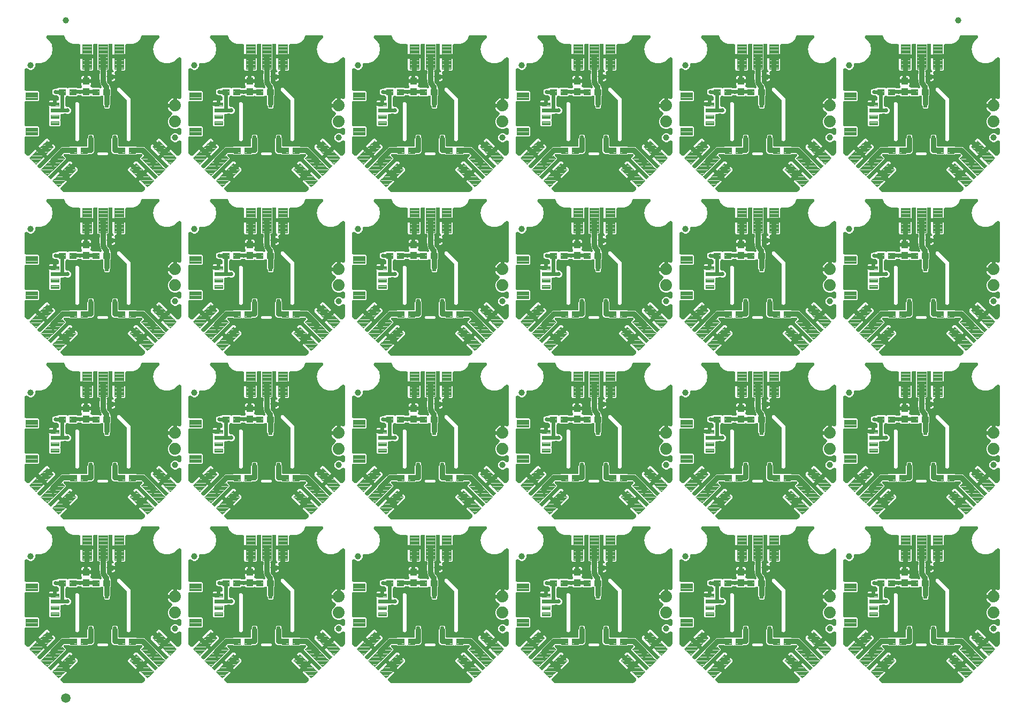
<source format=gtl>
G04 EAGLE Gerber RS-274X export*
G75*
%MOMM*%
%FSLAX34Y34*%
%LPD*%
%INTop Copper*%
%IPPOS*%
%AMOC8*
5,1,8,0,0,1.08239X$1,22.5*%
G01*
%ADD10C,0.105000*%
%ADD11C,0.180000*%
%ADD12C,0.096000*%
%ADD13C,0.102000*%
%ADD14C,1.879600*%
%ADD15C,0.100000*%
%ADD16C,1.000000*%
%ADD17C,1.500000*%
%ADD18C,0.812800*%
%ADD19C,0.655600*%
%ADD20C,0.508000*%
%ADD21C,0.304800*%
%ADD22C,0.609600*%

G36*
X188194Y261884D02*
X188194Y261884D01*
X188308Y261883D01*
X188440Y261904D01*
X188572Y261915D01*
X188683Y261942D01*
X188796Y261960D01*
X188922Y262001D01*
X189051Y262033D01*
X189156Y262078D01*
X189264Y262114D01*
X189382Y262175D01*
X189504Y262228D01*
X189600Y262289D01*
X189702Y262342D01*
X189775Y262401D01*
X189920Y262493D01*
X190162Y262709D01*
X190235Y262767D01*
X193059Y265591D01*
X193108Y265649D01*
X193164Y265701D01*
X193267Y265837D01*
X193378Y265967D01*
X193418Y266032D01*
X193464Y266093D01*
X193545Y266243D01*
X193633Y266390D01*
X193661Y266460D01*
X193697Y266527D01*
X193753Y266689D01*
X193816Y266848D01*
X193832Y266922D01*
X193857Y266994D01*
X193886Y267163D01*
X193923Y267329D01*
X193927Y267405D01*
X193940Y267480D01*
X193941Y267651D01*
X193950Y267822D01*
X193942Y267898D01*
X193943Y267974D01*
X193916Y268143D01*
X193898Y268312D01*
X193878Y268386D01*
X193866Y268461D01*
X193813Y268624D01*
X193767Y268788D01*
X193736Y268857D01*
X193712Y268930D01*
X193633Y269081D01*
X193562Y269236D01*
X193519Y269300D01*
X193484Y269367D01*
X193418Y269450D01*
X193286Y269646D01*
X193124Y269818D01*
X193059Y269900D01*
X183966Y278993D01*
X190569Y285597D01*
X190618Y285655D01*
X190674Y285707D01*
X190778Y285842D01*
X190889Y285973D01*
X190928Y286038D01*
X190974Y286098D01*
X191055Y286249D01*
X191143Y286395D01*
X191171Y286466D01*
X191207Y286533D01*
X191263Y286695D01*
X191326Y286853D01*
X191343Y286928D01*
X191367Y287000D01*
X191396Y287168D01*
X191433Y287335D01*
X191437Y287411D01*
X191450Y287486D01*
X191451Y287657D01*
X191461Y287828D01*
X191453Y287903D01*
X191453Y287980D01*
X191427Y288148D01*
X191408Y288318D01*
X191388Y288391D01*
X191376Y288467D01*
X191323Y288629D01*
X191290Y288749D01*
X191326Y288839D01*
X191343Y288913D01*
X191367Y288986D01*
X191396Y289154D01*
X191433Y289321D01*
X191437Y289397D01*
X191450Y289472D01*
X191451Y289643D01*
X191461Y289813D01*
X191453Y289889D01*
X191453Y289965D01*
X191427Y290134D01*
X191408Y290304D01*
X191407Y290309D01*
X191770Y289945D01*
X191791Y289929D01*
X191808Y289909D01*
X191928Y289821D01*
X192043Y289729D01*
X192067Y289718D01*
X192088Y289702D01*
X192225Y289643D01*
X192359Y289580D01*
X192384Y289574D01*
X192408Y289564D01*
X192555Y289538D01*
X192699Y289506D01*
X192725Y289507D01*
X192751Y289502D01*
X192900Y289510D01*
X193048Y289512D01*
X193073Y289519D01*
X193099Y289520D01*
X193242Y289561D01*
X193386Y289597D01*
X193409Y289609D01*
X193434Y289617D01*
X193564Y289689D01*
X193696Y289757D01*
X193716Y289774D01*
X193738Y289787D01*
X193925Y289945D01*
X197669Y293690D01*
X208516Y282843D01*
X208536Y282827D01*
X208553Y282807D01*
X208673Y282718D01*
X208789Y282626D01*
X208812Y282615D01*
X208833Y282600D01*
X208970Y282541D01*
X209104Y282477D01*
X209129Y282472D01*
X209154Y282462D01*
X209300Y282435D01*
X209444Y282404D01*
X209471Y282405D01*
X209497Y282400D01*
X209645Y282408D01*
X209793Y282410D01*
X209818Y282416D01*
X209845Y282418D01*
X209987Y282459D01*
X210131Y282495D01*
X210154Y282507D01*
X210179Y282514D01*
X210309Y282587D01*
X210441Y282655D01*
X210461Y282672D01*
X210484Y282685D01*
X210670Y282843D01*
X213174Y285348D01*
X213191Y285368D01*
X213211Y285385D01*
X213299Y285505D01*
X213391Y285621D01*
X213402Y285644D01*
X213418Y285665D01*
X213477Y285802D01*
X213540Y285936D01*
X213546Y285961D01*
X213556Y285985D01*
X213582Y286132D01*
X213613Y286276D01*
X213613Y286303D01*
X213618Y286328D01*
X213610Y286477D01*
X213607Y286625D01*
X213601Y286650D01*
X213600Y286677D01*
X213559Y286819D01*
X213522Y286963D01*
X213510Y286986D01*
X213503Y287011D01*
X213431Y287141D01*
X213363Y287273D01*
X213346Y287293D01*
X213333Y287316D01*
X213174Y287502D01*
X185876Y314800D01*
X185876Y316288D01*
X189025Y319436D01*
X189041Y319457D01*
X189061Y319474D01*
X189109Y319539D01*
X189122Y319552D01*
X189134Y319573D01*
X189150Y319593D01*
X189242Y319709D01*
X189253Y319733D01*
X189268Y319754D01*
X189327Y319890D01*
X189391Y320024D01*
X189396Y320050D01*
X189406Y320074D01*
X189433Y320220D01*
X189464Y320365D01*
X189463Y320391D01*
X189468Y320417D01*
X189460Y320566D01*
X189458Y320714D01*
X189452Y320739D01*
X189450Y320765D01*
X189409Y320908D01*
X189373Y321052D01*
X189361Y321075D01*
X189354Y321100D01*
X189281Y321230D01*
X189213Y321361D01*
X189196Y321381D01*
X189184Y321404D01*
X189025Y321591D01*
X188736Y321879D01*
X188637Y321958D01*
X188544Y322042D01*
X188501Y322066D01*
X188463Y322096D01*
X188349Y322150D01*
X188239Y322211D01*
X188192Y322224D01*
X188148Y322245D01*
X188025Y322271D01*
X187903Y322306D01*
X187842Y322311D01*
X187808Y322318D01*
X187760Y322317D01*
X187659Y322325D01*
X180900Y322325D01*
X180775Y322311D01*
X180649Y322304D01*
X180602Y322291D01*
X180554Y322285D01*
X180435Y322243D01*
X180314Y322208D01*
X180272Y322184D01*
X180226Y322168D01*
X180120Y322099D01*
X180010Y322038D01*
X179963Y321998D01*
X179933Y321979D01*
X179900Y321944D01*
X179823Y321879D01*
X179333Y321389D01*
X167850Y321389D01*
X167790Y321434D01*
X167674Y321525D01*
X167650Y321537D01*
X167629Y321552D01*
X167493Y321611D01*
X167359Y321674D01*
X167333Y321680D01*
X167309Y321690D01*
X167163Y321717D01*
X167018Y321748D01*
X166992Y321747D01*
X166966Y321752D01*
X166817Y321744D01*
X166670Y321742D01*
X166644Y321735D01*
X166618Y321734D01*
X166476Y321693D01*
X166332Y321657D01*
X166308Y321645D01*
X166283Y321637D01*
X166154Y321565D01*
X166150Y321563D01*
X164064Y321563D01*
X163953Y321611D01*
X163819Y321674D01*
X163793Y321680D01*
X163769Y321690D01*
X163624Y321716D01*
X163479Y321748D01*
X163452Y321747D01*
X163426Y321752D01*
X163278Y321744D01*
X163130Y321742D01*
X163105Y321735D01*
X163078Y321734D01*
X162936Y321693D01*
X162792Y321657D01*
X162769Y321645D01*
X162743Y321637D01*
X162614Y321565D01*
X162482Y321497D01*
X162462Y321480D01*
X162439Y321467D01*
X162348Y321389D01*
X150867Y321389D01*
X150377Y321879D01*
X150278Y321958D01*
X150184Y322042D01*
X150141Y322066D01*
X150104Y322096D01*
X149989Y322150D01*
X149879Y322211D01*
X149832Y322224D01*
X149789Y322245D01*
X149665Y322271D01*
X149543Y322306D01*
X149483Y322311D01*
X149448Y322318D01*
X149400Y322317D01*
X149300Y322325D01*
X144989Y322325D01*
X143028Y323137D01*
X141527Y324638D01*
X140715Y326599D01*
X140715Y346441D01*
X141618Y348621D01*
X141665Y348705D01*
X141678Y348751D01*
X141698Y348795D01*
X141725Y348919D01*
X141760Y349041D01*
X141764Y349101D01*
X141772Y349135D01*
X141771Y349184D01*
X141779Y349285D01*
X141779Y351379D01*
X143051Y352651D01*
X149049Y352651D01*
X150321Y351379D01*
X150321Y349285D01*
X150335Y349158D01*
X150342Y349032D01*
X150355Y348986D01*
X150361Y348938D01*
X150403Y348819D01*
X150439Y348697D01*
X150462Y348655D01*
X150478Y348610D01*
X150501Y348575D01*
X151385Y346441D01*
X151385Y335454D01*
X151388Y335428D01*
X151386Y335402D01*
X151408Y335255D01*
X151425Y335108D01*
X151433Y335083D01*
X151437Y335057D01*
X151492Y334919D01*
X151542Y334780D01*
X151556Y334758D01*
X151566Y334733D01*
X151651Y334612D01*
X151731Y334487D01*
X151750Y334469D01*
X151765Y334447D01*
X151875Y334348D01*
X151982Y334245D01*
X152004Y334231D01*
X152024Y334214D01*
X152154Y334142D01*
X152281Y334066D01*
X152306Y334058D01*
X152329Y334045D01*
X152472Y334005D01*
X152613Y333960D01*
X152639Y333958D01*
X152664Y333950D01*
X152908Y333931D01*
X162350Y333931D01*
X162410Y333886D01*
X162526Y333795D01*
X162550Y333783D01*
X162571Y333768D01*
X162707Y333709D01*
X162841Y333646D01*
X162867Y333640D01*
X162891Y333630D01*
X163037Y333603D01*
X163182Y333572D01*
X163208Y333573D01*
X163234Y333568D01*
X163383Y333576D01*
X163530Y333578D01*
X163556Y333585D01*
X163582Y333586D01*
X163724Y333627D01*
X163868Y333663D01*
X163892Y333675D01*
X163917Y333683D01*
X164046Y333755D01*
X164050Y333757D01*
X166136Y333757D01*
X166247Y333709D01*
X166381Y333646D01*
X166407Y333640D01*
X166431Y333630D01*
X166576Y333604D01*
X166721Y333572D01*
X166748Y333573D01*
X166774Y333568D01*
X166922Y333576D01*
X167070Y333578D01*
X167095Y333585D01*
X167122Y333586D01*
X167264Y333627D01*
X167408Y333663D01*
X167431Y333675D01*
X167457Y333683D01*
X167586Y333755D01*
X167718Y333823D01*
X167738Y333840D01*
X167761Y333853D01*
X167852Y333931D01*
X179333Y333931D01*
X179823Y333441D01*
X179922Y333362D01*
X180016Y333278D01*
X180059Y333254D01*
X180096Y333224D01*
X180211Y333170D01*
X180321Y333109D01*
X180368Y333096D01*
X180411Y333075D01*
X180535Y333049D01*
X180657Y333014D01*
X180717Y333009D01*
X180752Y333002D01*
X180800Y333003D01*
X180900Y332995D01*
X191561Y332995D01*
X193522Y332183D01*
X210898Y314807D01*
X210938Y314710D01*
X210939Y314708D01*
X210939Y314706D01*
X211024Y314555D01*
X211107Y314405D01*
X211108Y314404D01*
X211109Y314402D01*
X211268Y314216D01*
X225578Y299906D01*
X225599Y299889D01*
X225616Y299869D01*
X225735Y299781D01*
X225851Y299689D01*
X225875Y299678D01*
X225896Y299662D01*
X226032Y299603D01*
X226166Y299540D01*
X226192Y299534D01*
X226216Y299524D01*
X226362Y299498D01*
X226507Y299467D01*
X226533Y299467D01*
X226559Y299462D01*
X226708Y299470D01*
X226855Y299473D01*
X226881Y299479D01*
X226907Y299480D01*
X227049Y299521D01*
X227193Y299558D01*
X227217Y299570D01*
X227242Y299577D01*
X227371Y299649D01*
X227503Y299717D01*
X227523Y299734D01*
X227546Y299747D01*
X227732Y299906D01*
X230237Y302410D01*
X230253Y302431D01*
X230273Y302448D01*
X230362Y302567D01*
X230454Y302683D01*
X230465Y302707D01*
X230480Y302728D01*
X230539Y302864D01*
X230602Y302998D01*
X230608Y303024D01*
X230618Y303048D01*
X230645Y303194D01*
X230676Y303339D01*
X230675Y303365D01*
X230680Y303391D01*
X230672Y303539D01*
X230670Y303687D01*
X230663Y303713D01*
X230662Y303739D01*
X230621Y303881D01*
X230585Y304025D01*
X230573Y304049D01*
X230566Y304074D01*
X230493Y304203D01*
X230425Y304335D01*
X230408Y304355D01*
X230395Y304378D01*
X230237Y304564D01*
X219390Y315411D01*
X223135Y319155D01*
X223151Y319176D01*
X223171Y319193D01*
X223259Y319312D01*
X223351Y319428D01*
X223362Y319452D01*
X223378Y319473D01*
X223437Y319609D01*
X223500Y319743D01*
X223506Y319769D01*
X223516Y319793D01*
X223542Y319939D01*
X223574Y320084D01*
X223573Y320110D01*
X223578Y320136D01*
X223570Y320285D01*
X223568Y320433D01*
X223561Y320458D01*
X223560Y320484D01*
X223519Y320627D01*
X223483Y320771D01*
X223471Y320794D01*
X223463Y320819D01*
X223391Y320948D01*
X223323Y321080D01*
X223306Y321100D01*
X223293Y321123D01*
X223135Y321310D01*
X222761Y321684D01*
X222926Y321647D01*
X223002Y321643D01*
X223077Y321630D01*
X223248Y321629D01*
X223419Y321619D01*
X223494Y321627D01*
X223571Y321627D01*
X223740Y321653D01*
X223909Y321671D01*
X223983Y321692D01*
X224058Y321703D01*
X224220Y321757D01*
X224340Y321790D01*
X224430Y321754D01*
X224505Y321737D01*
X224577Y321712D01*
X224745Y321684D01*
X224912Y321647D01*
X224988Y321643D01*
X225063Y321630D01*
X225234Y321629D01*
X225405Y321619D01*
X225480Y321627D01*
X225556Y321627D01*
X225725Y321653D01*
X225895Y321671D01*
X225968Y321692D01*
X226044Y321703D01*
X226206Y321757D01*
X226371Y321802D01*
X226440Y321834D01*
X226512Y321858D01*
X226664Y321937D01*
X226819Y322008D01*
X226882Y322050D01*
X226950Y322086D01*
X227032Y322151D01*
X227229Y322283D01*
X227401Y322445D01*
X227483Y322511D01*
X234087Y329114D01*
X243179Y320021D01*
X243237Y319972D01*
X243290Y319916D01*
X243426Y319812D01*
X243555Y319702D01*
X243621Y319663D01*
X243681Y319616D01*
X243832Y319535D01*
X243978Y319447D01*
X244049Y319419D01*
X244116Y319383D01*
X244278Y319327D01*
X244436Y319264D01*
X244510Y319248D01*
X244583Y319223D01*
X244751Y319194D01*
X244918Y319157D01*
X244994Y319153D01*
X245069Y319140D01*
X245240Y319139D01*
X245410Y319130D01*
X245486Y319138D01*
X245562Y319137D01*
X245731Y319164D01*
X245901Y319182D01*
X245974Y319202D01*
X246050Y319214D01*
X246212Y319267D01*
X246377Y319313D01*
X246446Y319344D01*
X246518Y319368D01*
X246670Y319447D01*
X246825Y319518D01*
X246888Y319561D01*
X246956Y319596D01*
X247038Y319662D01*
X247234Y319794D01*
X247407Y319956D01*
X247489Y320021D01*
X250313Y322845D01*
X250387Y322932D01*
X250468Y323012D01*
X250546Y323120D01*
X250632Y323221D01*
X250691Y323319D01*
X250758Y323411D01*
X250818Y323530D01*
X250887Y323644D01*
X250929Y323750D01*
X250981Y323852D01*
X251021Y323978D01*
X251070Y324102D01*
X251095Y324213D01*
X251129Y324322D01*
X251139Y324416D01*
X251177Y324583D01*
X251195Y324908D01*
X251205Y325000D01*
X251205Y340583D01*
X251202Y340621D01*
X251204Y340659D01*
X251182Y340867D01*
X251165Y341075D01*
X251156Y341112D01*
X251152Y341149D01*
X251097Y341351D01*
X251047Y341553D01*
X251032Y341588D01*
X251021Y341625D01*
X250935Y341815D01*
X250852Y342007D01*
X250832Y342039D01*
X250816Y342074D01*
X250699Y342247D01*
X250587Y342423D01*
X250562Y342451D01*
X250540Y342483D01*
X250397Y342635D01*
X250258Y342791D01*
X250229Y342815D01*
X250202Y342842D01*
X250037Y342970D01*
X249874Y343101D01*
X249841Y343119D01*
X249811Y343143D01*
X249627Y343241D01*
X249446Y343345D01*
X249410Y343358D01*
X249376Y343376D01*
X249179Y343443D01*
X248983Y343516D01*
X248946Y343524D01*
X248910Y343536D01*
X248703Y343571D01*
X248499Y343611D01*
X248461Y343612D01*
X248423Y343618D01*
X248214Y343620D01*
X248006Y343626D01*
X247968Y343621D01*
X247930Y343622D01*
X247723Y343589D01*
X247517Y343562D01*
X247480Y343551D01*
X247443Y343545D01*
X247245Y343480D01*
X247045Y343419D01*
X247010Y343403D01*
X246974Y343391D01*
X246789Y343294D01*
X246601Y343202D01*
X246570Y343180D01*
X246536Y343163D01*
X246464Y343105D01*
X246199Y342917D01*
X246077Y342796D01*
X246003Y342737D01*
X245284Y342018D01*
X242699Y340947D01*
X239901Y340947D01*
X237316Y342018D01*
X235338Y343996D01*
X234267Y346581D01*
X234267Y349379D01*
X235338Y351964D01*
X237316Y353942D01*
X239901Y355013D01*
X242699Y355013D01*
X245284Y353942D01*
X246003Y353223D01*
X246032Y353198D01*
X246058Y353169D01*
X246220Y353038D01*
X246379Y352903D01*
X246412Y352883D01*
X246442Y352859D01*
X246623Y352756D01*
X246802Y352648D01*
X246837Y352634D01*
X246870Y352615D01*
X247066Y352543D01*
X247260Y352465D01*
X247297Y352457D01*
X247333Y352444D01*
X247537Y352404D01*
X247741Y352359D01*
X247780Y352356D01*
X247817Y352349D01*
X248025Y352343D01*
X248234Y352331D01*
X248272Y352335D01*
X248310Y352334D01*
X248516Y352361D01*
X248725Y352383D01*
X248761Y352393D01*
X248799Y352398D01*
X248999Y352459D01*
X249200Y352514D01*
X249235Y352530D01*
X249272Y352541D01*
X249459Y352633D01*
X249649Y352719D01*
X249680Y352741D01*
X249715Y352758D01*
X249885Y352878D01*
X250058Y352995D01*
X250086Y353021D01*
X250117Y353043D01*
X250265Y353190D01*
X250418Y353333D01*
X250441Y353363D01*
X250468Y353390D01*
X250591Y353558D01*
X250718Y353724D01*
X250736Y353758D01*
X250758Y353789D01*
X250852Y353974D01*
X250951Y354159D01*
X250963Y354195D01*
X250981Y354229D01*
X251044Y354428D01*
X251111Y354625D01*
X251117Y354663D01*
X251129Y354699D01*
X251139Y354792D01*
X251194Y355112D01*
X251195Y355284D01*
X251205Y355377D01*
X251205Y360550D01*
X251191Y360730D01*
X251184Y360910D01*
X251171Y360975D01*
X251165Y361042D01*
X251122Y361217D01*
X251086Y361394D01*
X251063Y361456D01*
X251047Y361520D01*
X250975Y361686D01*
X250912Y361855D01*
X250878Y361913D01*
X250852Y361974D01*
X250755Y362126D01*
X250665Y362282D01*
X250623Y362334D01*
X250587Y362390D01*
X250467Y362524D01*
X250352Y362664D01*
X250303Y362708D01*
X250258Y362758D01*
X250118Y362871D01*
X249983Y362990D01*
X249926Y363026D01*
X249874Y363068D01*
X249718Y363157D01*
X249565Y363253D01*
X249504Y363279D01*
X249446Y363312D01*
X249276Y363374D01*
X249110Y363444D01*
X249046Y363460D01*
X248983Y363483D01*
X248806Y363518D01*
X248631Y363560D01*
X248564Y363565D01*
X248499Y363578D01*
X248319Y363584D01*
X248139Y363597D01*
X248072Y363591D01*
X248006Y363593D01*
X247827Y363570D01*
X247647Y363554D01*
X247597Y363539D01*
X247517Y363529D01*
X247045Y363386D01*
X247014Y363372D01*
X246992Y363365D01*
X243574Y361949D01*
X239026Y361949D01*
X234825Y363689D01*
X231609Y366905D01*
X229869Y371106D01*
X229869Y375654D01*
X231609Y379855D01*
X234832Y383077D01*
X234938Y383132D01*
X235089Y383199D01*
X235157Y383244D01*
X235230Y383281D01*
X235363Y383380D01*
X235501Y383471D01*
X235561Y383526D01*
X235627Y383574D01*
X235742Y383693D01*
X235864Y383805D01*
X235914Y383869D01*
X235971Y383928D01*
X236066Y384063D01*
X236168Y384193D01*
X236207Y384265D01*
X236254Y384332D01*
X236326Y384481D01*
X236406Y384626D01*
X236433Y384703D01*
X236468Y384776D01*
X236515Y384935D01*
X236570Y385091D01*
X236585Y385171D01*
X236608Y385249D01*
X236628Y385414D01*
X236658Y385576D01*
X236659Y385658D01*
X236669Y385739D01*
X236663Y385904D01*
X236665Y386070D01*
X236654Y386151D01*
X236651Y386232D01*
X236618Y386394D01*
X236594Y386558D01*
X236569Y386636D01*
X236553Y386715D01*
X236494Y386870D01*
X236444Y387028D01*
X236407Y387101D01*
X236378Y387177D01*
X236295Y387320D01*
X236220Y387468D01*
X236172Y387533D01*
X236132Y387604D01*
X236027Y387732D01*
X235929Y387866D01*
X235871Y387923D01*
X235819Y387986D01*
X235695Y388096D01*
X235577Y388211D01*
X235524Y388246D01*
X235449Y388312D01*
X235057Y388559D01*
X233522Y389674D01*
X232194Y391002D01*
X231089Y392523D01*
X230236Y394197D01*
X229737Y395733D01*
X241300Y395733D01*
X241376Y395739D01*
X241452Y395736D01*
X241621Y395759D01*
X241791Y395773D01*
X241865Y395791D01*
X241941Y395801D01*
X242105Y395850D01*
X242270Y395891D01*
X242340Y395921D01*
X242413Y395943D01*
X242567Y396018D01*
X242724Y396086D01*
X242788Y396127D01*
X242856Y396160D01*
X242996Y396259D01*
X243140Y396351D01*
X243196Y396402D01*
X243259Y396446D01*
X243380Y396566D01*
X243508Y396680D01*
X243556Y396739D01*
X243610Y396792D01*
X243610Y396793D01*
X243711Y396931D01*
X243818Y397064D01*
X243856Y397130D01*
X243900Y397192D01*
X243977Y397344D01*
X244062Y397493D01*
X244088Y397564D01*
X244123Y397632D01*
X244174Y397795D01*
X244234Y397955D01*
X244248Y398030D01*
X244271Y398103D01*
X244283Y398207D01*
X244328Y398439D01*
X244336Y398675D01*
X244347Y398780D01*
X244347Y410343D01*
X245883Y409844D01*
X246775Y409390D01*
X246824Y409369D01*
X246870Y409343D01*
X247052Y409276D01*
X247231Y409202D01*
X247283Y409190D01*
X247333Y409171D01*
X247523Y409134D01*
X247711Y409090D01*
X247765Y409087D01*
X247817Y409077D01*
X248010Y409071D01*
X248204Y409058D01*
X248257Y409063D01*
X248310Y409061D01*
X248502Y409087D01*
X248695Y409105D01*
X248746Y409119D01*
X248799Y409126D01*
X248985Y409182D01*
X249172Y409231D01*
X249220Y409253D01*
X249272Y409268D01*
X249446Y409353D01*
X249622Y409432D01*
X249667Y409462D01*
X249715Y409485D01*
X249872Y409597D01*
X250034Y409704D01*
X250074Y409740D01*
X250117Y409771D01*
X250254Y409907D01*
X250397Y410038D01*
X250430Y410080D01*
X250468Y410117D01*
X250582Y410273D01*
X250701Y410426D01*
X250727Y410473D01*
X250758Y410516D01*
X250845Y410689D01*
X250939Y410859D01*
X250957Y410909D01*
X250981Y410957D01*
X251039Y411141D01*
X251103Y411324D01*
X251113Y411376D01*
X251129Y411427D01*
X251140Y411529D01*
X251191Y411809D01*
X251194Y412005D01*
X251205Y412105D01*
X251205Y472280D01*
X251190Y472469D01*
X251182Y472659D01*
X251170Y472714D01*
X251165Y472771D01*
X251120Y472955D01*
X251081Y473141D01*
X251060Y473195D01*
X251047Y473250D01*
X250972Y473425D01*
X250903Y473602D01*
X250875Y473651D01*
X250852Y473703D01*
X250750Y473864D01*
X250654Y474028D01*
X250618Y474072D01*
X250587Y474120D01*
X250461Y474261D01*
X250339Y474407D01*
X250296Y474445D01*
X250258Y474487D01*
X250111Y474607D01*
X249967Y474731D01*
X249919Y474762D01*
X249874Y474797D01*
X249710Y474891D01*
X249548Y474991D01*
X249495Y475013D01*
X249446Y475041D01*
X249268Y475107D01*
X249092Y475180D01*
X249037Y475193D01*
X248983Y475213D01*
X248797Y475249D01*
X248612Y475293D01*
X248555Y475297D01*
X248499Y475308D01*
X248309Y475314D01*
X248120Y475327D01*
X248063Y475321D01*
X248006Y475323D01*
X247818Y475298D01*
X247629Y475280D01*
X247573Y475266D01*
X247517Y475259D01*
X247335Y475204D01*
X247151Y475156D01*
X247099Y475133D01*
X247045Y475116D01*
X246874Y475033D01*
X246700Y474956D01*
X246653Y474924D01*
X246601Y474899D01*
X246447Y474789D01*
X246288Y474685D01*
X246246Y474647D01*
X246199Y474614D01*
X246064Y474480D01*
X245924Y474352D01*
X245897Y474315D01*
X245848Y474267D01*
X245558Y473868D01*
X245537Y473828D01*
X245519Y473803D01*
X245395Y473588D01*
X239562Y468693D01*
X232407Y466089D01*
X224793Y466089D01*
X217638Y468693D01*
X211805Y473588D01*
X207998Y480182D01*
X206676Y487680D01*
X207998Y495178D01*
X211805Y501772D01*
X215537Y504904D01*
X215659Y505024D01*
X215786Y505138D01*
X215834Y505197D01*
X215888Y505250D01*
X215989Y505389D01*
X216096Y505522D01*
X216134Y505588D01*
X216179Y505649D01*
X216256Y505802D01*
X216340Y505950D01*
X216367Y506022D01*
X216401Y506090D01*
X216452Y506253D01*
X216512Y506413D01*
X216526Y506487D01*
X216549Y506560D01*
X216574Y506730D01*
X216607Y506897D01*
X216609Y506973D01*
X216620Y507048D01*
X216617Y507220D01*
X216622Y507390D01*
X216612Y507465D01*
X216611Y507542D01*
X216580Y507710D01*
X216557Y507879D01*
X216535Y507952D01*
X216522Y508027D01*
X216464Y508188D01*
X216415Y508352D01*
X216382Y508420D01*
X216356Y508491D01*
X216273Y508641D01*
X216198Y508795D01*
X216154Y508856D01*
X216117Y508923D01*
X216011Y509058D01*
X215913Y509197D01*
X215859Y509251D01*
X215812Y509311D01*
X215686Y509426D01*
X215566Y509548D01*
X215504Y509593D01*
X215448Y509644D01*
X215305Y509738D01*
X215167Y509838D01*
X215099Y509873D01*
X215036Y509914D01*
X214879Y509984D01*
X214727Y510061D01*
X214654Y510083D01*
X214585Y510114D01*
X214419Y510158D01*
X214256Y510209D01*
X214197Y510216D01*
X214107Y510239D01*
X213616Y510285D01*
X213594Y510284D01*
X213578Y510285D01*
X190474Y510285D01*
X190257Y510268D01*
X190039Y510254D01*
X190011Y510248D01*
X189983Y510245D01*
X189771Y510193D01*
X189558Y510144D01*
X189532Y510133D01*
X189504Y510127D01*
X189303Y510040D01*
X189101Y509958D01*
X189077Y509943D01*
X189051Y509932D01*
X188866Y509815D01*
X188680Y509701D01*
X188658Y509682D01*
X188634Y509667D01*
X188472Y509522D01*
X188306Y509379D01*
X188288Y509357D01*
X188267Y509338D01*
X188130Y509169D01*
X187989Y509001D01*
X187978Y508980D01*
X187957Y508954D01*
X187713Y508526D01*
X187685Y508450D01*
X187659Y508404D01*
X185662Y503583D01*
X180946Y498868D01*
X174785Y496315D01*
X165488Y496315D01*
X165412Y496309D01*
X165336Y496311D01*
X165167Y496289D01*
X164996Y496275D01*
X164922Y496257D01*
X164847Y496247D01*
X164683Y496198D01*
X164517Y496157D01*
X164448Y496127D01*
X164374Y496105D01*
X164221Y496029D01*
X164064Y495962D01*
X164000Y495921D01*
X163931Y495888D01*
X163792Y495789D01*
X163648Y495697D01*
X163591Y495646D01*
X163529Y495602D01*
X163408Y495482D01*
X163280Y495368D01*
X163232Y495309D01*
X163178Y495255D01*
X163077Y495117D01*
X162970Y494984D01*
X162933Y494918D01*
X162888Y494857D01*
X162811Y494704D01*
X162726Y494556D01*
X162700Y494484D01*
X162665Y494416D01*
X162614Y494253D01*
X162555Y494093D01*
X162540Y494018D01*
X162517Y493946D01*
X162505Y493841D01*
X162460Y493609D01*
X162453Y493373D01*
X162441Y493268D01*
X162441Y479999D01*
X153102Y479999D01*
X153026Y479993D01*
X152950Y479995D01*
X152781Y479973D01*
X152610Y479959D01*
X152537Y479941D01*
X152461Y479931D01*
X152297Y479882D01*
X152132Y479841D01*
X152062Y479811D01*
X151989Y479789D01*
X151835Y479713D01*
X151678Y479646D01*
X151614Y479605D01*
X151546Y479572D01*
X151406Y479473D01*
X151262Y479381D01*
X151205Y479330D01*
X151143Y479286D01*
X151022Y479166D01*
X150894Y479052D01*
X150846Y478993D01*
X150792Y478939D01*
X150692Y478801D01*
X150584Y478668D01*
X150547Y478602D01*
X150502Y478541D01*
X150425Y478388D01*
X150363Y478280D01*
X150274Y478242D01*
X150210Y478201D01*
X150141Y478167D01*
X150002Y478069D01*
X149858Y477977D01*
X149801Y477926D01*
X149739Y477882D01*
X149617Y477762D01*
X149490Y477648D01*
X149442Y477589D01*
X149388Y477535D01*
X149287Y477397D01*
X149180Y477264D01*
X149143Y477198D01*
X149098Y477136D01*
X149021Y476984D01*
X148936Y476835D01*
X148910Y476764D01*
X148875Y476696D01*
X148824Y476533D01*
X148765Y476373D01*
X148750Y476298D01*
X148727Y476226D01*
X148715Y476121D01*
X148670Y475889D01*
X148663Y475653D01*
X148651Y475548D01*
X148651Y453709D01*
X148591Y453709D01*
X148411Y453695D01*
X148230Y453688D01*
X148165Y453675D01*
X148099Y453669D01*
X147923Y453626D01*
X147747Y453590D01*
X147685Y453567D01*
X147620Y453551D01*
X147454Y453479D01*
X147285Y453415D01*
X147228Y453382D01*
X147167Y453356D01*
X147014Y453259D01*
X146858Y453169D01*
X146807Y453127D01*
X146751Y453091D01*
X146616Y452971D01*
X146476Y452856D01*
X146432Y452807D01*
X146383Y452762D01*
X146269Y452622D01*
X146150Y452486D01*
X146115Y452430D01*
X146073Y452378D01*
X145984Y452222D01*
X145888Y452069D01*
X145862Y452007D01*
X145829Y451950D01*
X145766Y451780D01*
X145696Y451614D01*
X145680Y451550D01*
X145657Y451487D01*
X145623Y451310D01*
X145580Y451134D01*
X145575Y451068D01*
X145563Y451003D01*
X145557Y450823D01*
X145544Y450642D01*
X145549Y450576D01*
X145547Y450510D01*
X145571Y450331D01*
X145587Y450151D01*
X145601Y450100D01*
X145612Y450021D01*
X145754Y449549D01*
X145769Y449518D01*
X145775Y449496D01*
X145824Y449380D01*
X145941Y448791D01*
X145941Y447547D01*
X141274Y447547D01*
X141274Y451541D01*
X142675Y451541D01*
X142799Y451555D01*
X142924Y451561D01*
X142972Y451575D01*
X143021Y451581D01*
X143139Y451623D01*
X143259Y451657D01*
X143303Y451681D01*
X143349Y451698D01*
X143454Y451766D01*
X143564Y451827D01*
X143600Y451860D01*
X143642Y451887D01*
X143729Y451977D01*
X143822Y452062D01*
X143850Y452102D01*
X143884Y452138D01*
X143948Y452245D01*
X144019Y452348D01*
X144038Y452394D01*
X144063Y452437D01*
X144101Y452556D01*
X144147Y452673D01*
X144154Y452722D01*
X144169Y452769D01*
X144179Y452894D01*
X144197Y453018D01*
X144193Y453067D01*
X144197Y453116D01*
X144178Y453240D01*
X144168Y453365D01*
X144153Y453412D01*
X144145Y453461D01*
X144099Y453577D01*
X144060Y453696D01*
X144035Y453739D01*
X144017Y453785D01*
X143945Y453888D01*
X143880Y453995D01*
X143846Y454030D01*
X143818Y454071D01*
X143725Y454155D01*
X143637Y454245D01*
X143586Y454280D01*
X143570Y454294D01*
X142972Y454893D01*
X142568Y455592D01*
X142359Y456371D01*
X142359Y473203D01*
X146050Y473203D01*
X146076Y473206D01*
X146102Y473204D01*
X146249Y473226D01*
X146396Y473243D01*
X146421Y473251D01*
X146447Y473255D01*
X146585Y473310D01*
X146724Y473360D01*
X146746Y473374D01*
X146771Y473384D01*
X146892Y473469D01*
X147017Y473549D01*
X147035Y473568D01*
X147057Y473583D01*
X147156Y473693D01*
X147259Y473800D01*
X147273Y473822D01*
X147290Y473842D01*
X147362Y473972D01*
X147438Y474099D01*
X147446Y474124D01*
X147459Y474147D01*
X147499Y474290D01*
X147544Y474431D01*
X147546Y474457D01*
X147554Y474482D01*
X147573Y474726D01*
X147573Y477774D01*
X147570Y477800D01*
X147572Y477826D01*
X147550Y477973D01*
X147533Y478120D01*
X147525Y478145D01*
X147521Y478171D01*
X147466Y478309D01*
X147416Y478448D01*
X147402Y478470D01*
X147392Y478495D01*
X147307Y478616D01*
X147227Y478741D01*
X147208Y478759D01*
X147193Y478781D01*
X147083Y478880D01*
X146976Y478983D01*
X146954Y478997D01*
X146934Y479014D01*
X146804Y479086D01*
X146677Y479162D01*
X146652Y479170D01*
X146629Y479183D01*
X146486Y479223D01*
X146345Y479268D01*
X146319Y479270D01*
X146294Y479278D01*
X146050Y479297D01*
X142359Y479297D01*
X142359Y495046D01*
X142356Y495072D01*
X142358Y495098D01*
X142336Y495245D01*
X142319Y495392D01*
X142311Y495417D01*
X142307Y495443D01*
X142252Y495581D01*
X142202Y495720D01*
X142188Y495742D01*
X142178Y495767D01*
X142093Y495888D01*
X142013Y496013D01*
X141994Y496031D01*
X141979Y496053D01*
X141869Y496152D01*
X141762Y496255D01*
X141740Y496269D01*
X141720Y496286D01*
X141590Y496358D01*
X141463Y496434D01*
X141438Y496442D01*
X141415Y496455D01*
X141272Y496495D01*
X141131Y496540D01*
X141105Y496542D01*
X141080Y496550D01*
X140836Y496569D01*
X137294Y496569D01*
X137268Y496566D01*
X137242Y496568D01*
X137095Y496546D01*
X136948Y496529D01*
X136923Y496521D01*
X136897Y496517D01*
X136759Y496462D01*
X136620Y496412D01*
X136598Y496398D01*
X136573Y496388D01*
X136452Y496303D01*
X136327Y496223D01*
X136309Y496204D01*
X136287Y496189D01*
X136188Y496079D01*
X136085Y495972D01*
X136071Y495950D01*
X136054Y495930D01*
X135982Y495800D01*
X135906Y495673D01*
X135898Y495648D01*
X135885Y495625D01*
X135845Y495482D01*
X135800Y495341D01*
X135798Y495315D01*
X135790Y495290D01*
X135771Y495046D01*
X135771Y456031D01*
X134719Y454979D01*
X134408Y454979D01*
X134382Y454976D01*
X134356Y454978D01*
X134209Y454956D01*
X134062Y454939D01*
X134037Y454931D01*
X134011Y454927D01*
X133873Y454872D01*
X133734Y454822D01*
X133712Y454808D01*
X133687Y454798D01*
X133566Y454713D01*
X133441Y454633D01*
X133423Y454614D01*
X133401Y454599D01*
X133302Y454489D01*
X133199Y454382D01*
X133185Y454360D01*
X133168Y454340D01*
X133096Y454210D01*
X133020Y454083D01*
X133012Y454058D01*
X132999Y454035D01*
X132959Y453892D01*
X132914Y453751D01*
X132912Y453725D01*
X132904Y453700D01*
X132885Y453456D01*
X132885Y452957D01*
X132891Y452906D01*
X132888Y452855D01*
X132910Y452733D01*
X132925Y452611D01*
X132942Y452563D01*
X132951Y452512D01*
X133000Y452399D01*
X133042Y452283D01*
X133070Y452240D01*
X133090Y452193D01*
X133164Y452093D01*
X133231Y451990D01*
X133268Y451954D01*
X133298Y451913D01*
X133393Y451834D01*
X133482Y451748D01*
X133526Y451721D01*
X133565Y451688D01*
X133675Y451632D01*
X133781Y451569D01*
X133829Y451553D01*
X133875Y451530D01*
X133995Y451500D01*
X134113Y451462D01*
X134164Y451458D01*
X134213Y451446D01*
X134337Y451444D01*
X134460Y451434D01*
X134511Y451442D01*
X134562Y451441D01*
X134802Y451486D01*
X134805Y451486D01*
X135008Y451541D01*
X137026Y451541D01*
X137026Y446675D01*
X136969Y446624D01*
X134594Y446624D01*
X134568Y446621D01*
X134542Y446623D01*
X134395Y446601D01*
X134248Y446584D01*
X134223Y446576D01*
X134197Y446572D01*
X134059Y446517D01*
X133920Y446467D01*
X133898Y446453D01*
X133873Y446443D01*
X133752Y446358D01*
X133627Y446278D01*
X133609Y446259D01*
X133587Y446244D01*
X133488Y446134D01*
X133385Y446027D01*
X133371Y446005D01*
X133354Y445985D01*
X133282Y445855D01*
X133206Y445728D01*
X133198Y445703D01*
X133185Y445680D01*
X133145Y445537D01*
X133100Y445396D01*
X133098Y445370D01*
X133090Y445345D01*
X133071Y445101D01*
X133071Y443899D01*
X133074Y443873D01*
X133072Y443847D01*
X133094Y443700D01*
X133111Y443553D01*
X133119Y443528D01*
X133123Y443502D01*
X133178Y443364D01*
X133228Y443225D01*
X133242Y443203D01*
X133252Y443178D01*
X133337Y443057D01*
X133417Y442932D01*
X133436Y442914D01*
X133451Y442892D01*
X133561Y442793D01*
X133668Y442690D01*
X133690Y442676D01*
X133710Y442659D01*
X133840Y442587D01*
X133967Y442511D01*
X133992Y442503D01*
X134015Y442490D01*
X134158Y442450D01*
X134299Y442405D01*
X134325Y442402D01*
X134350Y442395D01*
X134594Y442376D01*
X136975Y442376D01*
X137026Y442319D01*
X137026Y437459D01*
X135202Y437459D01*
X135177Y437456D01*
X135151Y437458D01*
X135004Y437436D01*
X134856Y437419D01*
X134832Y437411D01*
X134807Y437407D01*
X134669Y437352D01*
X134528Y437302D01*
X134506Y437288D01*
X134483Y437278D01*
X134361Y437194D01*
X134235Y437113D01*
X134217Y437094D01*
X134196Y437080D01*
X134097Y436970D01*
X133993Y436862D01*
X133980Y436840D01*
X133963Y436821D01*
X133891Y436691D01*
X133814Y436563D01*
X133806Y436539D01*
X133794Y436516D01*
X133754Y436373D01*
X133708Y436231D01*
X133706Y436206D01*
X133699Y436181D01*
X133692Y436032D01*
X133680Y435884D01*
X133684Y435858D01*
X133683Y435833D01*
X133710Y435686D01*
X133732Y435539D01*
X133741Y435515D01*
X133746Y435490D01*
X133806Y435353D01*
X133861Y435215D01*
X133875Y435194D01*
X133885Y435171D01*
X134025Y434970D01*
X134482Y434413D01*
X134482Y434412D01*
X134501Y434394D01*
X134516Y434372D01*
X134543Y434349D01*
X134582Y434302D01*
X136365Y432519D01*
X138295Y427861D01*
X138295Y427670D01*
X138309Y427545D01*
X138316Y427419D01*
X138329Y427372D01*
X138335Y427324D01*
X138377Y427205D01*
X138412Y427084D01*
X138436Y427042D01*
X138452Y426996D01*
X138521Y426890D01*
X138582Y426780D01*
X138622Y426733D01*
X138641Y426703D01*
X138676Y426670D01*
X138741Y426593D01*
X139731Y425603D01*
X139731Y415137D01*
X139131Y414537D01*
X139063Y414451D01*
X139038Y414425D01*
X139032Y414415D01*
X138968Y414344D01*
X138944Y414301D01*
X138914Y414264D01*
X138860Y414149D01*
X138799Y414039D01*
X138786Y413992D01*
X138765Y413949D01*
X138739Y413825D01*
X138704Y413703D01*
X138699Y413643D01*
X138692Y413608D01*
X138693Y413560D01*
X138685Y413460D01*
X138685Y400319D01*
X137782Y398139D01*
X137735Y398055D01*
X137722Y398009D01*
X137702Y397965D01*
X137675Y397841D01*
X137640Y397719D01*
X137636Y397659D01*
X137628Y397625D01*
X137629Y397576D01*
X137621Y397475D01*
X137621Y395381D01*
X136349Y394109D01*
X130351Y394109D01*
X129079Y395381D01*
X129079Y397475D01*
X129065Y397602D01*
X129058Y397728D01*
X129045Y397774D01*
X129039Y397822D01*
X128997Y397941D01*
X128961Y398063D01*
X128938Y398105D01*
X128922Y398150D01*
X128899Y398185D01*
X128015Y400319D01*
X128015Y412680D01*
X128001Y412805D01*
X127994Y412931D01*
X127981Y412978D01*
X127975Y413026D01*
X127933Y413145D01*
X127898Y413266D01*
X127874Y413308D01*
X127858Y413354D01*
X127789Y413460D01*
X127728Y413570D01*
X127688Y413617D01*
X127669Y413647D01*
X127634Y413680D01*
X127569Y413757D01*
X127307Y414019D01*
X127286Y414035D01*
X127269Y414055D01*
X127150Y414144D01*
X127034Y414235D01*
X127010Y414247D01*
X126989Y414262D01*
X126853Y414321D01*
X126719Y414384D01*
X126693Y414390D01*
X126669Y414400D01*
X126523Y414427D01*
X126378Y414458D01*
X126352Y414457D01*
X126326Y414462D01*
X126177Y414454D01*
X126030Y414452D01*
X126004Y414445D01*
X125978Y414444D01*
X125836Y414403D01*
X125692Y414367D01*
X125668Y414355D01*
X125643Y414347D01*
X125514Y414275D01*
X125510Y414273D01*
X124460Y414273D01*
X124434Y414270D01*
X124408Y414272D01*
X124261Y414250D01*
X124114Y414233D01*
X124089Y414225D01*
X124063Y414221D01*
X123925Y414166D01*
X123786Y414116D01*
X123764Y414102D01*
X123739Y414092D01*
X123618Y414007D01*
X123493Y413927D01*
X123475Y413908D01*
X123453Y413893D01*
X123354Y413783D01*
X123251Y413676D01*
X123237Y413654D01*
X123220Y413634D01*
X123148Y413504D01*
X123140Y413491D01*
X123086Y413482D01*
X122954Y413471D01*
X122843Y413444D01*
X122730Y413426D01*
X122604Y413385D01*
X122475Y413353D01*
X122439Y413337D01*
X109879Y413337D01*
X109859Y413352D01*
X109729Y413463D01*
X109663Y413502D01*
X109603Y413549D01*
X109453Y413629D01*
X109306Y413718D01*
X109235Y413746D01*
X109168Y413782D01*
X109006Y413837D01*
X108848Y413901D01*
X108774Y413917D01*
X108702Y413942D01*
X108533Y413970D01*
X108366Y414007D01*
X108290Y414012D01*
X108215Y414024D01*
X108045Y414025D01*
X107874Y414035D01*
X107798Y414027D01*
X107722Y414027D01*
X107553Y414001D01*
X107383Y413983D01*
X107310Y413963D01*
X107235Y413951D01*
X107072Y413897D01*
X106908Y413852D01*
X106838Y413820D01*
X106766Y413797D01*
X106615Y413718D01*
X106459Y413646D01*
X106396Y413604D01*
X106328Y413569D01*
X106246Y413503D01*
X106050Y413371D01*
X105897Y413227D01*
X94781Y413227D01*
X93841Y414167D01*
X93754Y414241D01*
X93674Y414322D01*
X93567Y414400D01*
X93466Y414486D01*
X93368Y414545D01*
X93275Y414612D01*
X93157Y414672D01*
X93043Y414741D01*
X92937Y414783D01*
X92835Y414835D01*
X92708Y414875D01*
X92585Y414924D01*
X92473Y414949D01*
X92364Y414983D01*
X92271Y414993D01*
X92103Y415031D01*
X91779Y415049D01*
X91687Y415059D01*
X88653Y415059D01*
X88540Y415050D01*
X88425Y415051D01*
X88294Y415030D01*
X88162Y415019D01*
X88051Y414992D01*
X87938Y414974D01*
X87812Y414933D01*
X87683Y414901D01*
X87578Y414856D01*
X87469Y414820D01*
X87351Y414758D01*
X87229Y414706D01*
X87133Y414645D01*
X87032Y414592D01*
X86958Y414533D01*
X86813Y414441D01*
X86571Y414225D01*
X86499Y414167D01*
X85669Y413337D01*
X73571Y413337D01*
X73275Y413633D01*
X73217Y413683D01*
X73165Y413738D01*
X73029Y413842D01*
X72899Y413953D01*
X72834Y413992D01*
X72773Y414039D01*
X72623Y414119D01*
X72476Y414207D01*
X72406Y414236D01*
X72338Y414272D01*
X72177Y414327D01*
X72018Y414391D01*
X71944Y414407D01*
X71872Y414432D01*
X71703Y414460D01*
X71537Y414497D01*
X71460Y414502D01*
X71385Y414514D01*
X71215Y414515D01*
X71044Y414525D01*
X70968Y414517D01*
X70892Y414517D01*
X70724Y414491D01*
X70553Y414473D01*
X70480Y414453D01*
X70405Y414441D01*
X70242Y414387D01*
X70078Y414342D01*
X70008Y414310D01*
X69936Y414287D01*
X69785Y414208D01*
X69629Y414136D01*
X69566Y414094D01*
X69499Y414059D01*
X69416Y413993D01*
X69220Y413861D01*
X69048Y413699D01*
X68965Y413634D01*
X68593Y413262D01*
X68519Y413174D01*
X68438Y413094D01*
X68360Y412987D01*
X68274Y412886D01*
X68215Y412788D01*
X68148Y412695D01*
X68088Y412577D01*
X68019Y412463D01*
X67977Y412357D01*
X67925Y412255D01*
X67885Y412128D01*
X67836Y412005D01*
X67811Y411894D01*
X67777Y411784D01*
X67767Y411691D01*
X67729Y411523D01*
X67711Y411199D01*
X67701Y411107D01*
X67701Y399518D01*
X67707Y399442D01*
X67705Y399366D01*
X67727Y399197D01*
X67741Y399026D01*
X67759Y398952D01*
X67769Y398877D01*
X67818Y398713D01*
X67859Y398547D01*
X67889Y398478D01*
X67911Y398404D01*
X67987Y398251D01*
X68054Y398094D01*
X68095Y398030D01*
X68128Y397961D01*
X68227Y397822D01*
X68319Y397678D01*
X68370Y397621D01*
X68414Y397559D01*
X68534Y397438D01*
X68648Y397310D01*
X68707Y397262D01*
X68761Y397208D01*
X68899Y397107D01*
X69032Y397000D01*
X69098Y396963D01*
X69159Y396918D01*
X69312Y396841D01*
X69460Y396756D01*
X69532Y396730D01*
X69600Y396695D01*
X69763Y396644D01*
X69923Y396585D01*
X69998Y396570D01*
X70070Y396547D01*
X70175Y396535D01*
X70407Y396490D01*
X70643Y396483D01*
X70748Y396471D01*
X72176Y396471D01*
X74128Y395662D01*
X75622Y394168D01*
X76431Y392216D01*
X76431Y390104D01*
X75622Y388152D01*
X74128Y386658D01*
X72176Y385849D01*
X70062Y385849D01*
X70059Y385850D01*
X70050Y385855D01*
X69824Y385926D01*
X69599Y385999D01*
X69589Y386000D01*
X69580Y386003D01*
X69540Y386007D01*
X69111Y386072D01*
X68980Y386070D01*
X68902Y386079D01*
X65718Y386079D01*
X65708Y386078D01*
X65698Y386079D01*
X65462Y386059D01*
X65226Y386039D01*
X65217Y386037D01*
X65207Y386036D01*
X65168Y386025D01*
X64747Y385921D01*
X64627Y385869D01*
X64558Y385849D01*
X62630Y385849D01*
X62554Y385843D01*
X62478Y385845D01*
X62309Y385823D01*
X62138Y385809D01*
X62064Y385791D01*
X61989Y385781D01*
X61825Y385732D01*
X61659Y385691D01*
X61590Y385661D01*
X61516Y385639D01*
X61363Y385563D01*
X61206Y385496D01*
X61142Y385455D01*
X61073Y385422D01*
X60934Y385323D01*
X60790Y385231D01*
X60733Y385180D01*
X60671Y385136D01*
X60550Y385016D01*
X60422Y384902D01*
X60374Y384843D01*
X60320Y384789D01*
X60219Y384651D01*
X60112Y384518D01*
X60075Y384452D01*
X60030Y384391D01*
X59953Y384238D01*
X59868Y384090D01*
X59842Y384018D01*
X59807Y383950D01*
X59756Y383787D01*
X59697Y383627D01*
X59682Y383552D01*
X59659Y383480D01*
X59647Y383375D01*
X59602Y383143D01*
X59595Y382907D01*
X59583Y382802D01*
X59583Y377126D01*
X59524Y376978D01*
X59507Y376904D01*
X59482Y376832D01*
X59454Y376663D01*
X59417Y376497D01*
X59413Y376421D01*
X59400Y376345D01*
X59399Y376175D01*
X59389Y376004D01*
X59397Y375928D01*
X59397Y375852D01*
X59423Y375683D01*
X59441Y375514D01*
X59461Y375440D01*
X59473Y375365D01*
X59527Y375202D01*
X59572Y375038D01*
X59583Y375014D01*
X59583Y367537D01*
X58093Y366047D01*
X43507Y366047D01*
X42017Y367537D01*
X42017Y375034D01*
X42076Y375182D01*
X42093Y375256D01*
X42118Y375329D01*
X42146Y375497D01*
X42183Y375664D01*
X42188Y375740D01*
X42200Y375815D01*
X42201Y375985D01*
X42211Y376156D01*
X42203Y376232D01*
X42203Y376308D01*
X42177Y376477D01*
X42159Y376647D01*
X42138Y376720D01*
X42127Y376796D01*
X42073Y376958D01*
X42028Y377122D01*
X42017Y377146D01*
X42017Y385034D01*
X42076Y385182D01*
X42093Y385256D01*
X42118Y385329D01*
X42146Y385497D01*
X42183Y385664D01*
X42188Y385740D01*
X42200Y385815D01*
X42201Y385985D01*
X42211Y386156D01*
X42203Y386232D01*
X42203Y386308D01*
X42177Y386477D01*
X42159Y386647D01*
X42138Y386720D01*
X42127Y386796D01*
X42073Y386958D01*
X42028Y387122D01*
X42017Y387146D01*
X42017Y395321D01*
X42058Y395491D01*
X42060Y395519D01*
X42066Y395546D01*
X42079Y395764D01*
X42095Y395983D01*
X42092Y396011D01*
X42094Y396039D01*
X42071Y396256D01*
X42052Y396474D01*
X42045Y396496D01*
X42042Y396529D01*
X41911Y397005D01*
X41878Y397078D01*
X41863Y397129D01*
X41626Y397700D01*
X41560Y398033D01*
X50800Y398033D01*
X50876Y398039D01*
X50952Y398036D01*
X51121Y398059D01*
X51291Y398073D01*
X51365Y398091D01*
X51441Y398101D01*
X51605Y398150D01*
X51770Y398191D01*
X51840Y398221D01*
X51913Y398243D01*
X52067Y398318D01*
X52224Y398386D01*
X52288Y398427D01*
X52356Y398460D01*
X52496Y398559D01*
X52640Y398651D01*
X52696Y398702D01*
X52759Y398746D01*
X52880Y398866D01*
X53008Y398980D01*
X53056Y399039D01*
X53110Y399092D01*
X53110Y399093D01*
X53211Y399231D01*
X53318Y399364D01*
X53356Y399430D01*
X53400Y399492D01*
X53477Y399644D01*
X53562Y399793D01*
X53588Y399864D01*
X53623Y399932D01*
X53674Y400095D01*
X53734Y400255D01*
X53748Y400330D01*
X53771Y400403D01*
X53783Y400507D01*
X53828Y400739D01*
X53836Y400975D01*
X53847Y401080D01*
X53847Y406621D01*
X54492Y406621D01*
X54568Y406627D01*
X54644Y406625D01*
X54813Y406647D01*
X54984Y406661D01*
X55058Y406679D01*
X55133Y406689D01*
X55297Y406738D01*
X55463Y406779D01*
X55532Y406809D01*
X55606Y406831D01*
X55759Y406907D01*
X55916Y406974D01*
X55980Y407015D01*
X56049Y407048D01*
X56188Y407147D01*
X56332Y407239D01*
X56389Y407290D01*
X56451Y407334D01*
X56572Y407454D01*
X56700Y407568D01*
X56748Y407627D01*
X56802Y407681D01*
X56903Y407819D01*
X57010Y407952D01*
X57047Y408018D01*
X57092Y408079D01*
X57169Y408232D01*
X57254Y408380D01*
X57280Y408452D01*
X57315Y408520D01*
X57366Y408683D01*
X57425Y408843D01*
X57440Y408918D01*
X57463Y408990D01*
X57475Y409095D01*
X57520Y409327D01*
X57527Y409563D01*
X57539Y409668D01*
X57539Y411107D01*
X57530Y411220D01*
X57531Y411335D01*
X57510Y411466D01*
X57499Y411598D01*
X57472Y411709D01*
X57454Y411822D01*
X57413Y411948D01*
X57381Y412077D01*
X57336Y412182D01*
X57300Y412291D01*
X57238Y412409D01*
X57186Y412531D01*
X57125Y412627D01*
X57072Y412728D01*
X57013Y412802D01*
X56921Y412947D01*
X56753Y413135D01*
X56743Y413149D01*
X56716Y413176D01*
X56705Y413189D01*
X56647Y413261D01*
X55741Y414167D01*
X55654Y414241D01*
X55574Y414322D01*
X55467Y414400D01*
X55366Y414486D01*
X55268Y414545D01*
X55175Y414612D01*
X55057Y414672D01*
X54943Y414741D01*
X54837Y414783D01*
X54735Y414835D01*
X54608Y414875D01*
X54485Y414924D01*
X54374Y414949D01*
X54264Y414983D01*
X54171Y414993D01*
X54003Y415031D01*
X53679Y415049D01*
X53587Y415059D01*
X51014Y415059D01*
X49062Y415868D01*
X47568Y417362D01*
X46759Y419314D01*
X46759Y421426D01*
X47568Y423378D01*
X49062Y424872D01*
X51014Y425681D01*
X53587Y425681D01*
X53700Y425690D01*
X53815Y425689D01*
X53946Y425710D01*
X54078Y425721D01*
X54189Y425748D01*
X54302Y425766D01*
X54428Y425807D01*
X54557Y425839D01*
X54662Y425884D01*
X54771Y425920D01*
X54889Y425982D01*
X55011Y426034D01*
X55107Y426095D01*
X55208Y426148D01*
X55282Y426207D01*
X55427Y426299D01*
X55669Y426515D01*
X55741Y426573D01*
X56571Y427403D01*
X68669Y427403D01*
X68965Y427107D01*
X69023Y427057D01*
X69076Y427002D01*
X69211Y426898D01*
X69341Y426787D01*
X69407Y426748D01*
X69467Y426701D01*
X69617Y426621D01*
X69764Y426532D01*
X69835Y426504D01*
X69902Y426468D01*
X70063Y426413D01*
X70222Y426349D01*
X70296Y426333D01*
X70368Y426308D01*
X70537Y426280D01*
X70704Y426243D01*
X70780Y426238D01*
X70855Y426226D01*
X71026Y426225D01*
X71196Y426215D01*
X71272Y426223D01*
X71348Y426223D01*
X71517Y426249D01*
X71687Y426267D01*
X71760Y426287D01*
X71835Y426299D01*
X71998Y426353D01*
X72162Y426398D01*
X72232Y426430D01*
X72304Y426453D01*
X72455Y426532D01*
X72611Y426604D01*
X72674Y426646D01*
X72742Y426681D01*
X72824Y426747D01*
X73020Y426879D01*
X73193Y427041D01*
X73275Y427107D01*
X73571Y427403D01*
X85669Y427403D01*
X86339Y426733D01*
X86426Y426659D01*
X86506Y426578D01*
X86613Y426500D01*
X86714Y426414D01*
X86812Y426355D01*
X86905Y426288D01*
X87023Y426228D01*
X87137Y426159D01*
X87243Y426117D01*
X87345Y426065D01*
X87472Y426025D01*
X87595Y425976D01*
X87707Y425951D01*
X87816Y425917D01*
X87909Y425907D01*
X88077Y425869D01*
X88401Y425851D01*
X88493Y425841D01*
X91067Y425841D01*
X91180Y425850D01*
X91295Y425849D01*
X91426Y425870D01*
X91558Y425881D01*
X91669Y425908D01*
X91782Y425926D01*
X91908Y425967D01*
X92037Y425999D01*
X92142Y426044D01*
X92251Y426080D01*
X92369Y426142D01*
X92491Y426194D01*
X92587Y426255D01*
X92688Y426308D01*
X92762Y426367D01*
X92907Y426459D01*
X93149Y426675D01*
X93221Y426733D01*
X93239Y426750D01*
X93254Y426769D01*
X93272Y426784D01*
X93414Y426956D01*
X93558Y427126D01*
X93570Y427147D01*
X93586Y427165D01*
X93697Y427357D01*
X93813Y427549D01*
X93822Y427571D01*
X93834Y427592D01*
X93913Y427800D01*
X93996Y428007D01*
X94001Y428030D01*
X94009Y428053D01*
X94054Y428271D01*
X94102Y428489D01*
X94104Y428513D01*
X94109Y428536D01*
X94118Y428758D01*
X94130Y428981D01*
X94128Y429005D01*
X94129Y429029D01*
X94102Y429250D01*
X94078Y429472D01*
X94072Y429495D01*
X94069Y429519D01*
X94006Y429733D01*
X93947Y429947D01*
X93937Y429969D01*
X93931Y429992D01*
X93896Y430059D01*
X93742Y430396D01*
X93657Y430521D01*
X93617Y430598D01*
X93135Y431320D01*
X92906Y431873D01*
X92789Y432460D01*
X92789Y434713D01*
X100330Y434713D01*
X107871Y434713D01*
X107871Y432460D01*
X107754Y431873D01*
X107647Y431616D01*
X107592Y431445D01*
X107529Y431275D01*
X107517Y431210D01*
X107496Y431147D01*
X107469Y430968D01*
X107435Y430791D01*
X107433Y430725D01*
X107423Y430659D01*
X107425Y430478D01*
X107419Y430298D01*
X107428Y430232D01*
X107429Y430165D01*
X107460Y429988D01*
X107484Y429809D01*
X107503Y429745D01*
X107514Y429680D01*
X107574Y429509D01*
X107626Y429336D01*
X107655Y429277D01*
X107677Y429214D01*
X107764Y429056D01*
X107843Y428893D01*
X107882Y428839D01*
X107913Y428781D01*
X108024Y428638D01*
X108129Y428491D01*
X108175Y428444D01*
X108216Y428391D01*
X108349Y428268D01*
X108475Y428140D01*
X108529Y428101D01*
X108578Y428056D01*
X108728Y427956D01*
X108874Y427850D01*
X108933Y427820D01*
X108989Y427783D01*
X109153Y427709D01*
X109314Y427627D01*
X109378Y427607D01*
X109439Y427580D01*
X109612Y427533D01*
X109785Y427479D01*
X109838Y427473D01*
X109915Y427452D01*
X110406Y427403D01*
X110439Y427405D01*
X110463Y427403D01*
X119083Y427403D01*
X119399Y427087D01*
X119498Y427008D01*
X119592Y426924D01*
X119634Y426900D01*
X119672Y426870D01*
X119786Y426816D01*
X119897Y426755D01*
X119943Y426742D01*
X119987Y426721D01*
X120110Y426695D01*
X120232Y426660D01*
X120293Y426655D01*
X120328Y426648D01*
X120376Y426649D01*
X120476Y426641D01*
X121710Y426641D01*
X121770Y426596D01*
X121886Y426505D01*
X121910Y426493D01*
X121931Y426478D01*
X122067Y426419D01*
X122201Y426356D01*
X122227Y426350D01*
X122251Y426340D01*
X122397Y426313D01*
X122542Y426282D01*
X122568Y426283D01*
X122594Y426278D01*
X122743Y426286D01*
X122890Y426288D01*
X122916Y426295D01*
X122942Y426296D01*
X123084Y426337D01*
X123228Y426373D01*
X123252Y426385D01*
X123277Y426393D01*
X123406Y426465D01*
X123410Y426467D01*
X123651Y426467D01*
X123751Y426478D01*
X123852Y426480D01*
X123924Y426498D01*
X123998Y426507D01*
X124092Y426540D01*
X124190Y426565D01*
X124256Y426599D01*
X124326Y426624D01*
X124410Y426679D01*
X124499Y426725D01*
X124556Y426773D01*
X124619Y426813D01*
X124688Y426885D01*
X124765Y426950D01*
X124809Y427010D01*
X124861Y427064D01*
X124912Y427150D01*
X124972Y427231D01*
X125001Y427299D01*
X125040Y427363D01*
X125070Y427459D01*
X125110Y427551D01*
X125123Y427624D01*
X125146Y427695D01*
X125154Y427795D01*
X125172Y427894D01*
X125168Y427968D01*
X125174Y428042D01*
X125159Y428142D01*
X125154Y428242D01*
X125133Y428313D01*
X125122Y428387D01*
X125085Y428480D01*
X125057Y428577D01*
X125021Y428642D01*
X124993Y428711D01*
X124936Y428793D01*
X124887Y428881D01*
X124822Y428957D01*
X124794Y428997D01*
X124768Y429021D01*
X124728Y429067D01*
X124722Y429074D01*
X122215Y435125D01*
X122215Y438955D01*
X122201Y439081D01*
X122194Y439207D01*
X122181Y439254D01*
X122175Y439302D01*
X122133Y439421D01*
X122098Y439542D01*
X122074Y439584D01*
X122058Y439630D01*
X122029Y439674D01*
X122029Y449333D01*
X122040Y449355D01*
X122101Y449465D01*
X122114Y449512D01*
X122135Y449555D01*
X122161Y449679D01*
X122170Y449710D01*
X122186Y449761D01*
X122187Y449771D01*
X122196Y449801D01*
X122201Y449861D01*
X122208Y449896D01*
X122207Y449944D01*
X122215Y450045D01*
X122215Y453456D01*
X122212Y453482D01*
X122214Y453508D01*
X122192Y453655D01*
X122175Y453802D01*
X122167Y453827D01*
X122163Y453853D01*
X122108Y453990D01*
X122058Y454130D01*
X122044Y454152D01*
X122034Y454177D01*
X121949Y454298D01*
X121869Y454423D01*
X121850Y454441D01*
X121835Y454463D01*
X121725Y454562D01*
X121618Y454665D01*
X121596Y454679D01*
X121576Y454696D01*
X121446Y454768D01*
X121319Y454844D01*
X121294Y454852D01*
X121271Y454865D01*
X121128Y454905D01*
X120987Y454950D01*
X120961Y454952D01*
X120936Y454960D01*
X120692Y454979D01*
X119281Y454979D01*
X118229Y456031D01*
X118229Y495046D01*
X118226Y495072D01*
X118228Y495098D01*
X118206Y495245D01*
X118189Y495392D01*
X118181Y495417D01*
X118177Y495443D01*
X118122Y495581D01*
X118072Y495720D01*
X118058Y495742D01*
X118048Y495767D01*
X117963Y495888D01*
X117883Y496013D01*
X117864Y496031D01*
X117849Y496053D01*
X117739Y496152D01*
X117632Y496255D01*
X117610Y496269D01*
X117590Y496286D01*
X117460Y496358D01*
X117333Y496434D01*
X117308Y496442D01*
X117285Y496455D01*
X117142Y496495D01*
X117001Y496540D01*
X116975Y496542D01*
X116950Y496550D01*
X116706Y496569D01*
X113164Y496569D01*
X113138Y496566D01*
X113112Y496568D01*
X112965Y496546D01*
X112818Y496529D01*
X112793Y496521D01*
X112767Y496517D01*
X112629Y496462D01*
X112490Y496412D01*
X112468Y496398D01*
X112443Y496388D01*
X112322Y496303D01*
X112197Y496223D01*
X112179Y496204D01*
X112157Y496189D01*
X112058Y496079D01*
X111955Y495972D01*
X111941Y495950D01*
X111924Y495930D01*
X111852Y495800D01*
X111776Y495673D01*
X111768Y495648D01*
X111755Y495625D01*
X111715Y495482D01*
X111670Y495341D01*
X111668Y495315D01*
X111660Y495290D01*
X111641Y495046D01*
X111641Y479297D01*
X107950Y479297D01*
X107924Y479294D01*
X107898Y479296D01*
X107751Y479274D01*
X107604Y479257D01*
X107579Y479248D01*
X107553Y479245D01*
X107415Y479190D01*
X107276Y479140D01*
X107254Y479126D01*
X107229Y479116D01*
X107108Y479031D01*
X106983Y478951D01*
X106965Y478932D01*
X106943Y478917D01*
X106844Y478807D01*
X106741Y478700D01*
X106727Y478678D01*
X106710Y478658D01*
X106638Y478528D01*
X106562Y478401D01*
X106554Y478376D01*
X106541Y478353D01*
X106501Y478210D01*
X106456Y478069D01*
X106454Y478043D01*
X106446Y478018D01*
X106427Y477774D01*
X106427Y474726D01*
X106430Y474700D01*
X106428Y474674D01*
X106450Y474527D01*
X106467Y474380D01*
X106475Y474355D01*
X106479Y474329D01*
X106534Y474191D01*
X106584Y474052D01*
X106598Y474030D01*
X106608Y474005D01*
X106693Y473884D01*
X106773Y473759D01*
X106792Y473741D01*
X106807Y473719D01*
X106917Y473620D01*
X107024Y473517D01*
X107046Y473503D01*
X107066Y473486D01*
X107196Y473414D01*
X107323Y473338D01*
X107348Y473330D01*
X107371Y473317D01*
X107514Y473277D01*
X107655Y473232D01*
X107681Y473230D01*
X107706Y473222D01*
X107950Y473203D01*
X111641Y473203D01*
X111641Y456371D01*
X111484Y455787D01*
X111330Y455416D01*
X111180Y455155D01*
X110956Y454821D01*
X110529Y454394D01*
X110194Y454170D01*
X109934Y454020D01*
X109563Y453866D01*
X109272Y453788D01*
X108877Y453709D01*
X105349Y453709D01*
X105349Y475548D01*
X105343Y475624D01*
X105345Y475700D01*
X105323Y475869D01*
X105309Y476040D01*
X105291Y476113D01*
X105281Y476189D01*
X105232Y476353D01*
X105191Y476518D01*
X105161Y476588D01*
X105139Y476661D01*
X105063Y476815D01*
X104996Y476972D01*
X104955Y477036D01*
X104922Y477104D01*
X104823Y477244D01*
X104731Y477388D01*
X104680Y477445D01*
X104636Y477507D01*
X104516Y477628D01*
X104402Y477756D01*
X104343Y477804D01*
X104289Y477858D01*
X104151Y477958D01*
X104018Y478066D01*
X103952Y478103D01*
X103891Y478148D01*
X103738Y478225D01*
X103630Y478287D01*
X103592Y478376D01*
X103551Y478440D01*
X103517Y478509D01*
X103419Y478648D01*
X103327Y478792D01*
X103276Y478849D01*
X103232Y478911D01*
X103112Y479032D01*
X102998Y479160D01*
X102939Y479208D01*
X102885Y479262D01*
X102747Y479363D01*
X102614Y479470D01*
X102548Y479507D01*
X102486Y479552D01*
X102334Y479629D01*
X102185Y479714D01*
X102114Y479740D01*
X102046Y479775D01*
X101883Y479826D01*
X101723Y479885D01*
X101648Y479900D01*
X101576Y479923D01*
X101471Y479935D01*
X101239Y479980D01*
X101003Y479987D01*
X100898Y479999D01*
X91559Y479999D01*
X91559Y493268D01*
X91553Y493344D01*
X91555Y493420D01*
X91533Y493589D01*
X91519Y493760D01*
X91501Y493834D01*
X91491Y493909D01*
X91442Y494073D01*
X91401Y494239D01*
X91371Y494308D01*
X91349Y494382D01*
X91273Y494535D01*
X91206Y494692D01*
X91165Y494756D01*
X91132Y494825D01*
X91033Y494964D01*
X90941Y495108D01*
X90890Y495165D01*
X90846Y495227D01*
X90726Y495348D01*
X90612Y495476D01*
X90553Y495524D01*
X90499Y495578D01*
X90361Y495679D01*
X90228Y495786D01*
X90162Y495823D01*
X90101Y495868D01*
X89948Y495945D01*
X89800Y496030D01*
X89728Y496056D01*
X89660Y496091D01*
X89497Y496142D01*
X89337Y496201D01*
X89262Y496216D01*
X89190Y496239D01*
X89085Y496251D01*
X88853Y496296D01*
X88617Y496303D01*
X88512Y496315D01*
X79215Y496315D01*
X73053Y498868D01*
X68338Y503583D01*
X66341Y508404D01*
X66241Y508598D01*
X66145Y508795D01*
X66129Y508818D01*
X66116Y508843D01*
X65986Y509019D01*
X65860Y509197D01*
X65840Y509217D01*
X65823Y509240D01*
X65666Y509393D01*
X65513Y509548D01*
X65490Y509565D01*
X65470Y509585D01*
X65290Y509710D01*
X65114Y509838D01*
X65089Y509851D01*
X65065Y509868D01*
X64868Y509963D01*
X64674Y510061D01*
X64647Y510069D01*
X64621Y510082D01*
X64412Y510143D01*
X64203Y510209D01*
X64180Y510212D01*
X64148Y510221D01*
X63658Y510282D01*
X63578Y510279D01*
X63525Y510285D01*
X40422Y510285D01*
X40251Y510271D01*
X40080Y510266D01*
X40006Y510251D01*
X39930Y510245D01*
X39764Y510204D01*
X39596Y510171D01*
X39525Y510145D01*
X39451Y510127D01*
X39294Y510059D01*
X39134Y510000D01*
X39068Y509962D01*
X38998Y509932D01*
X38853Y509840D01*
X38705Y509756D01*
X38646Y509708D01*
X38582Y509667D01*
X38454Y509553D01*
X38321Y509446D01*
X38270Y509389D01*
X38214Y509338D01*
X38106Y509205D01*
X37992Y509078D01*
X37951Y509014D01*
X37904Y508954D01*
X37819Y508806D01*
X37727Y508662D01*
X37697Y508592D01*
X37660Y508526D01*
X37600Y508365D01*
X37533Y508208D01*
X37515Y508134D01*
X37488Y508063D01*
X37455Y507896D01*
X37414Y507729D01*
X37408Y507653D01*
X37393Y507579D01*
X37388Y507409D01*
X37374Y507238D01*
X37380Y507162D01*
X37378Y507086D01*
X37400Y506917D01*
X37414Y506746D01*
X37433Y506672D01*
X37443Y506597D01*
X37492Y506433D01*
X37533Y506267D01*
X37563Y506197D01*
X37585Y506125D01*
X37660Y505971D01*
X37728Y505814D01*
X37769Y505750D01*
X37802Y505681D01*
X37901Y505542D01*
X37993Y505398D01*
X38034Y505355D01*
X38087Y505279D01*
X38434Y504928D01*
X38452Y504915D01*
X38463Y504904D01*
X42195Y501772D01*
X46002Y495178D01*
X47324Y487680D01*
X46002Y480182D01*
X42195Y473588D01*
X36362Y468693D01*
X29207Y466089D01*
X22780Y466089D01*
X22704Y466083D01*
X22628Y466085D01*
X22459Y466063D01*
X22288Y466049D01*
X22214Y466031D01*
X22139Y466021D01*
X21975Y465972D01*
X21809Y465931D01*
X21740Y465901D01*
X21666Y465879D01*
X21513Y465803D01*
X21356Y465736D01*
X21292Y465695D01*
X21223Y465662D01*
X21084Y465563D01*
X20940Y465471D01*
X20883Y465420D01*
X20821Y465376D01*
X20700Y465256D01*
X20572Y465142D01*
X20524Y465083D01*
X20470Y465029D01*
X20369Y464891D01*
X20262Y464758D01*
X20225Y464692D01*
X20180Y464631D01*
X20103Y464478D01*
X20018Y464330D01*
X19992Y464258D01*
X19957Y464190D01*
X19906Y464027D01*
X19847Y463867D01*
X19832Y463792D01*
X19809Y463720D01*
X19797Y463615D01*
X19752Y463383D01*
X19745Y463147D01*
X19733Y463042D01*
X19733Y460881D01*
X18662Y458296D01*
X16684Y456318D01*
X14099Y455247D01*
X11301Y455247D01*
X8716Y456318D01*
X7997Y457037D01*
X7968Y457062D01*
X7942Y457091D01*
X7780Y457222D01*
X7621Y457357D01*
X7588Y457377D01*
X7558Y457401D01*
X7377Y457504D01*
X7198Y457612D01*
X7163Y457626D01*
X7130Y457645D01*
X6934Y457717D01*
X6740Y457795D01*
X6703Y457803D01*
X6667Y457816D01*
X6463Y457856D01*
X6259Y457901D01*
X6220Y457904D01*
X6183Y457911D01*
X5975Y457917D01*
X5766Y457929D01*
X5728Y457925D01*
X5690Y457926D01*
X5484Y457899D01*
X5275Y457877D01*
X5239Y457867D01*
X5201Y457862D01*
X5001Y457801D01*
X4800Y457746D01*
X4765Y457730D01*
X4728Y457719D01*
X4541Y457627D01*
X4351Y457541D01*
X4320Y457519D01*
X4285Y457502D01*
X4115Y457382D01*
X3942Y457265D01*
X3914Y457239D01*
X3883Y457217D01*
X3735Y457070D01*
X3582Y456927D01*
X3559Y456897D01*
X3532Y456870D01*
X3409Y456702D01*
X3282Y456536D01*
X3264Y456502D01*
X3242Y456471D01*
X3148Y456285D01*
X3049Y456101D01*
X3037Y456065D01*
X3019Y456031D01*
X2956Y455831D01*
X2889Y455635D01*
X2883Y455597D01*
X2871Y455561D01*
X2861Y455468D01*
X2806Y455148D01*
X2805Y454976D01*
X2795Y454883D01*
X2795Y425160D01*
X2801Y425084D01*
X2799Y425008D01*
X2821Y424839D01*
X2835Y424668D01*
X2853Y424594D01*
X2863Y424519D01*
X2912Y424355D01*
X2953Y424189D01*
X2983Y424120D01*
X3005Y424046D01*
X3081Y423893D01*
X3148Y423736D01*
X3189Y423672D01*
X3222Y423603D01*
X3321Y423464D01*
X3413Y423320D01*
X3464Y423263D01*
X3508Y423201D01*
X3628Y423080D01*
X3742Y422952D01*
X3801Y422904D01*
X3855Y422850D01*
X3993Y422749D01*
X4126Y422642D01*
X4192Y422605D01*
X4253Y422560D01*
X4406Y422483D01*
X4554Y422398D01*
X4626Y422372D01*
X4694Y422337D01*
X4857Y422286D01*
X5017Y422227D01*
X5092Y422212D01*
X5164Y422189D01*
X5269Y422177D01*
X5501Y422132D01*
X5737Y422125D01*
X5842Y422113D01*
X24611Y422113D01*
X26083Y420641D01*
X26083Y407519D01*
X24611Y406047D01*
X5842Y406047D01*
X5766Y406041D01*
X5690Y406043D01*
X5521Y406021D01*
X5350Y406007D01*
X5276Y405989D01*
X5201Y405979D01*
X5037Y405930D01*
X4871Y405889D01*
X4802Y405859D01*
X4728Y405837D01*
X4575Y405761D01*
X4418Y405694D01*
X4354Y405653D01*
X4285Y405620D01*
X4146Y405521D01*
X4002Y405429D01*
X3945Y405378D01*
X3883Y405334D01*
X3762Y405214D01*
X3634Y405100D01*
X3586Y405041D01*
X3532Y404987D01*
X3431Y404849D01*
X3324Y404716D01*
X3287Y404650D01*
X3242Y404589D01*
X3165Y404436D01*
X3080Y404288D01*
X3054Y404216D01*
X3019Y404148D01*
X2968Y403985D01*
X2909Y403825D01*
X2894Y403750D01*
X2871Y403678D01*
X2859Y403573D01*
X2814Y403341D01*
X2807Y403105D01*
X2795Y403000D01*
X2795Y369160D01*
X2801Y369084D01*
X2799Y369008D01*
X2821Y368839D01*
X2835Y368668D01*
X2853Y368594D01*
X2863Y368519D01*
X2912Y368355D01*
X2953Y368189D01*
X2983Y368120D01*
X3005Y368046D01*
X3081Y367893D01*
X3148Y367736D01*
X3189Y367672D01*
X3222Y367603D01*
X3321Y367464D01*
X3413Y367320D01*
X3464Y367263D01*
X3508Y367201D01*
X3628Y367080D01*
X3742Y366952D01*
X3801Y366904D01*
X3855Y366850D01*
X3993Y366749D01*
X4126Y366642D01*
X4192Y366605D01*
X4253Y366560D01*
X4406Y366483D01*
X4554Y366398D01*
X4626Y366372D01*
X4694Y366337D01*
X4857Y366286D01*
X5017Y366227D01*
X5092Y366212D01*
X5164Y366189D01*
X5269Y366177D01*
X5501Y366132D01*
X5737Y366125D01*
X5842Y366113D01*
X24611Y366113D01*
X26083Y364641D01*
X26083Y351519D01*
X24611Y350047D01*
X5842Y350047D01*
X5766Y350041D01*
X5690Y350043D01*
X5521Y350021D01*
X5350Y350007D01*
X5276Y349989D01*
X5201Y349979D01*
X5037Y349930D01*
X4871Y349889D01*
X4802Y349859D01*
X4728Y349837D01*
X4575Y349761D01*
X4418Y349694D01*
X4354Y349653D01*
X4285Y349620D01*
X4146Y349521D01*
X4002Y349429D01*
X3945Y349378D01*
X3883Y349334D01*
X3762Y349214D01*
X3634Y349100D01*
X3586Y349041D01*
X3532Y348987D01*
X3431Y348849D01*
X3324Y348716D01*
X3287Y348650D01*
X3242Y348589D01*
X3165Y348436D01*
X3080Y348288D01*
X3054Y348216D01*
X3019Y348148D01*
X2968Y347985D01*
X2909Y347825D01*
X2894Y347750D01*
X2871Y347678D01*
X2859Y347573D01*
X2814Y347341D01*
X2807Y347105D01*
X2795Y347000D01*
X2795Y325000D01*
X2804Y324886D01*
X2803Y324772D01*
X2824Y324640D01*
X2835Y324508D01*
X2862Y324397D01*
X2880Y324284D01*
X2921Y324158D01*
X2953Y324029D01*
X2998Y323924D01*
X3034Y323816D01*
X3096Y323698D01*
X3148Y323576D01*
X3209Y323480D01*
X3262Y323378D01*
X3321Y323305D01*
X3413Y323160D01*
X3629Y322918D01*
X3687Y322845D01*
X6511Y320021D01*
X6569Y319972D01*
X6621Y319916D01*
X6757Y319812D01*
X6887Y319702D01*
X6952Y319662D01*
X7013Y319616D01*
X7163Y319536D01*
X7310Y319447D01*
X7380Y319419D01*
X7447Y319383D01*
X7609Y319327D01*
X7768Y319264D01*
X7842Y319248D01*
X7914Y319223D01*
X8083Y319194D01*
X8249Y319157D01*
X8325Y319153D01*
X8400Y319140D01*
X8571Y319139D01*
X8742Y319130D01*
X8818Y319138D01*
X8894Y319137D01*
X9063Y319164D01*
X9232Y319182D01*
X9306Y319202D01*
X9381Y319214D01*
X9544Y319267D01*
X9708Y319313D01*
X9777Y319344D01*
X9850Y319368D01*
X10001Y319447D01*
X10157Y319518D01*
X10220Y319561D01*
X10287Y319596D01*
X10370Y319662D01*
X10566Y319794D01*
X10738Y319956D01*
X10821Y320021D01*
X19913Y329114D01*
X26517Y322511D01*
X26575Y322461D01*
X26627Y322406D01*
X26762Y322302D01*
X26893Y322191D01*
X26958Y322152D01*
X27018Y322106D01*
X27169Y322025D01*
X27315Y321937D01*
X27386Y321909D01*
X27453Y321872D01*
X27615Y321817D01*
X27773Y321754D01*
X27848Y321737D01*
X27920Y321712D01*
X28088Y321684D01*
X28255Y321647D01*
X28331Y321643D01*
X28406Y321630D01*
X28577Y321629D01*
X28748Y321619D01*
X28823Y321627D01*
X28899Y321627D01*
X29068Y321653D01*
X29238Y321671D01*
X29311Y321692D01*
X29387Y321703D01*
X29549Y321757D01*
X29669Y321790D01*
X29759Y321754D01*
X29833Y321737D01*
X29906Y321713D01*
X30074Y321684D01*
X30241Y321647D01*
X30317Y321643D01*
X30392Y321630D01*
X30563Y321629D01*
X30733Y321619D01*
X30809Y321627D01*
X30885Y321627D01*
X31054Y321653D01*
X31224Y321672D01*
X31229Y321673D01*
X30865Y321309D01*
X30849Y321289D01*
X30829Y321272D01*
X30741Y321152D01*
X30649Y321036D01*
X30637Y321013D01*
X30622Y320992D01*
X30563Y320855D01*
X30500Y320721D01*
X30494Y320696D01*
X30484Y320672D01*
X30458Y320525D01*
X30426Y320381D01*
X30427Y320355D01*
X30422Y320329D01*
X30430Y320180D01*
X30432Y320032D01*
X30439Y320007D01*
X30440Y319981D01*
X30481Y319838D01*
X30517Y319694D01*
X30529Y319671D01*
X30537Y319646D01*
X30609Y319516D01*
X30677Y319384D01*
X30694Y319364D01*
X30707Y319342D01*
X30865Y319155D01*
X34610Y315411D01*
X23763Y304564D01*
X23747Y304544D01*
X23727Y304527D01*
X23639Y304408D01*
X23546Y304291D01*
X23535Y304268D01*
X23520Y304246D01*
X23461Y304110D01*
X23397Y303976D01*
X23392Y303951D01*
X23382Y303926D01*
X23355Y303780D01*
X23324Y303635D01*
X23325Y303609D01*
X23320Y303583D01*
X23328Y303435D01*
X23330Y303287D01*
X23336Y303262D01*
X23338Y303235D01*
X23379Y303093D01*
X23415Y302949D01*
X23427Y302926D01*
X23434Y302901D01*
X23507Y302771D01*
X23575Y302639D01*
X23592Y302619D01*
X23605Y302596D01*
X23763Y302410D01*
X26268Y299906D01*
X26288Y299889D01*
X26305Y299869D01*
X26425Y299781D01*
X26541Y299689D01*
X26564Y299678D01*
X26585Y299662D01*
X26722Y299603D01*
X26856Y299540D01*
X26881Y299534D01*
X26905Y299524D01*
X27052Y299498D01*
X27196Y299467D01*
X27223Y299467D01*
X27248Y299462D01*
X27397Y299470D01*
X27545Y299473D01*
X27570Y299479D01*
X27597Y299480D01*
X27739Y299521D01*
X27883Y299558D01*
X27906Y299570D01*
X27931Y299577D01*
X28061Y299649D01*
X28193Y299717D01*
X28213Y299734D01*
X28236Y299747D01*
X28422Y299906D01*
X42732Y314216D01*
X42733Y314217D01*
X42735Y314219D01*
X42841Y314353D01*
X42949Y314489D01*
X42950Y314491D01*
X42951Y314492D01*
X43062Y314710D01*
X43102Y314807D01*
X60478Y332183D01*
X62439Y332995D01*
X73100Y332995D01*
X73225Y333009D01*
X73351Y333016D01*
X73398Y333029D01*
X73446Y333035D01*
X73565Y333077D01*
X73686Y333112D01*
X73728Y333136D01*
X73774Y333152D01*
X73880Y333221D01*
X73990Y333282D01*
X74037Y333322D01*
X74067Y333341D01*
X74100Y333376D01*
X74177Y333441D01*
X74667Y333931D01*
X86150Y333931D01*
X86210Y333886D01*
X86326Y333795D01*
X86350Y333783D01*
X86371Y333768D01*
X86507Y333709D01*
X86641Y333646D01*
X86667Y333640D01*
X86691Y333630D01*
X86837Y333603D01*
X86982Y333572D01*
X87008Y333573D01*
X87034Y333568D01*
X87183Y333576D01*
X87330Y333578D01*
X87356Y333585D01*
X87382Y333586D01*
X87524Y333627D01*
X87668Y333663D01*
X87692Y333675D01*
X87717Y333683D01*
X87846Y333755D01*
X87850Y333757D01*
X89936Y333757D01*
X90047Y333709D01*
X90181Y333646D01*
X90207Y333640D01*
X90231Y333630D01*
X90376Y333604D01*
X90521Y333572D01*
X90548Y333573D01*
X90574Y333568D01*
X90722Y333576D01*
X90870Y333578D01*
X90895Y333585D01*
X90922Y333586D01*
X91064Y333627D01*
X91208Y333663D01*
X91231Y333675D01*
X91257Y333683D01*
X91386Y333755D01*
X91518Y333823D01*
X91538Y333840D01*
X91561Y333853D01*
X91652Y333931D01*
X101092Y333931D01*
X101118Y333934D01*
X101144Y333932D01*
X101291Y333954D01*
X101438Y333971D01*
X101463Y333979D01*
X101489Y333983D01*
X101627Y334038D01*
X101766Y334088D01*
X101788Y334102D01*
X101813Y334112D01*
X101934Y334197D01*
X102059Y334277D01*
X102077Y334296D01*
X102099Y334311D01*
X102198Y334421D01*
X102301Y334528D01*
X102315Y334550D01*
X102332Y334570D01*
X102404Y334700D01*
X102480Y334827D01*
X102488Y334852D01*
X102501Y334875D01*
X102541Y335018D01*
X102586Y335159D01*
X102588Y335185D01*
X102596Y335210D01*
X102615Y335454D01*
X102615Y346441D01*
X103518Y348621D01*
X103565Y348705D01*
X103578Y348751D01*
X103598Y348795D01*
X103625Y348919D01*
X103660Y349041D01*
X103664Y349101D01*
X103672Y349135D01*
X103671Y349184D01*
X103679Y349285D01*
X103679Y351379D01*
X104951Y352651D01*
X110949Y352651D01*
X112221Y351379D01*
X112221Y349285D01*
X112235Y349158D01*
X112242Y349032D01*
X112255Y348986D01*
X112261Y348938D01*
X112303Y348819D01*
X112339Y348697D01*
X112362Y348655D01*
X112378Y348610D01*
X112401Y348575D01*
X113285Y346441D01*
X113285Y326599D01*
X112473Y324638D01*
X110972Y323137D01*
X109011Y322325D01*
X104700Y322325D01*
X104575Y322311D01*
X104449Y322304D01*
X104402Y322291D01*
X104354Y322285D01*
X104235Y322243D01*
X104114Y322208D01*
X104072Y322184D01*
X104026Y322168D01*
X103920Y322099D01*
X103810Y322038D01*
X103763Y321998D01*
X103733Y321979D01*
X103700Y321944D01*
X103623Y321879D01*
X103133Y321389D01*
X91650Y321389D01*
X91590Y321434D01*
X91474Y321525D01*
X91450Y321537D01*
X91429Y321552D01*
X91293Y321611D01*
X91159Y321674D01*
X91133Y321680D01*
X91109Y321690D01*
X90963Y321717D01*
X90818Y321748D01*
X90792Y321747D01*
X90766Y321752D01*
X90617Y321744D01*
X90470Y321742D01*
X90444Y321735D01*
X90418Y321734D01*
X90276Y321693D01*
X90132Y321657D01*
X90108Y321645D01*
X90083Y321637D01*
X89954Y321565D01*
X89950Y321563D01*
X87864Y321563D01*
X87753Y321611D01*
X87619Y321674D01*
X87593Y321680D01*
X87569Y321690D01*
X87424Y321716D01*
X87279Y321748D01*
X87252Y321747D01*
X87226Y321752D01*
X87078Y321744D01*
X86930Y321742D01*
X86905Y321735D01*
X86878Y321734D01*
X86736Y321693D01*
X86592Y321657D01*
X86569Y321645D01*
X86543Y321637D01*
X86414Y321565D01*
X86282Y321497D01*
X86262Y321480D01*
X86239Y321467D01*
X86148Y321389D01*
X74667Y321389D01*
X74177Y321879D01*
X74078Y321958D01*
X73984Y322042D01*
X73941Y322066D01*
X73904Y322096D01*
X73789Y322150D01*
X73679Y322211D01*
X73632Y322224D01*
X73589Y322245D01*
X73465Y322271D01*
X73343Y322306D01*
X73283Y322311D01*
X73248Y322318D01*
X73200Y322317D01*
X73100Y322325D01*
X66341Y322325D01*
X66215Y322311D01*
X66089Y322304D01*
X66042Y322291D01*
X65994Y322285D01*
X65875Y322243D01*
X65754Y322208D01*
X65712Y322184D01*
X65666Y322168D01*
X65560Y322099D01*
X65450Y322038D01*
X65404Y321998D01*
X65374Y321979D01*
X65340Y321944D01*
X65264Y321879D01*
X64975Y321591D01*
X64959Y321570D01*
X64939Y321553D01*
X64850Y321433D01*
X64758Y321318D01*
X64747Y321294D01*
X64732Y321273D01*
X64673Y321136D01*
X64609Y321002D01*
X64604Y320977D01*
X64594Y320953D01*
X64567Y320806D01*
X64536Y320662D01*
X64537Y320635D01*
X64532Y320610D01*
X64540Y320461D01*
X64542Y320313D01*
X64548Y320288D01*
X64550Y320262D01*
X64591Y320119D01*
X64627Y319975D01*
X64639Y319952D01*
X64646Y319927D01*
X64719Y319797D01*
X64787Y319665D01*
X64804Y319645D01*
X64816Y319623D01*
X64941Y319477D01*
X64944Y319471D01*
X64948Y319468D01*
X64975Y319436D01*
X68124Y316288D01*
X68124Y314800D01*
X40826Y287502D01*
X40809Y287481D01*
X40789Y287464D01*
X40701Y287345D01*
X40609Y287229D01*
X40598Y287205D01*
X40582Y287184D01*
X40523Y287048D01*
X40460Y286914D01*
X40454Y286888D01*
X40444Y286864D01*
X40418Y286718D01*
X40387Y286573D01*
X40387Y286547D01*
X40382Y286521D01*
X40390Y286372D01*
X40393Y286225D01*
X40399Y286199D01*
X40400Y286173D01*
X40441Y286031D01*
X40478Y285887D01*
X40490Y285863D01*
X40497Y285838D01*
X40569Y285709D01*
X40637Y285577D01*
X40654Y285557D01*
X40667Y285534D01*
X40826Y285348D01*
X43330Y282843D01*
X43351Y282827D01*
X43368Y282807D01*
X43487Y282718D01*
X43603Y282626D01*
X43627Y282615D01*
X43648Y282600D01*
X43784Y282541D01*
X43918Y282477D01*
X43944Y282472D01*
X43968Y282462D01*
X44114Y282435D01*
X44259Y282404D01*
X44285Y282405D01*
X44311Y282400D01*
X44459Y282408D01*
X44607Y282410D01*
X44633Y282416D01*
X44659Y282418D01*
X44802Y282459D01*
X44945Y282495D01*
X44969Y282507D01*
X44994Y282514D01*
X45124Y282587D01*
X45255Y282655D01*
X45275Y282672D01*
X45298Y282685D01*
X45484Y282843D01*
X56331Y293690D01*
X60075Y289945D01*
X60096Y289929D01*
X60113Y289909D01*
X60232Y289821D01*
X60348Y289729D01*
X60372Y289717D01*
X60393Y289702D01*
X60529Y289643D01*
X60663Y289580D01*
X60689Y289574D01*
X60713Y289564D01*
X60859Y289538D01*
X61004Y289506D01*
X61030Y289507D01*
X61056Y289502D01*
X61205Y289510D01*
X61353Y289512D01*
X61378Y289519D01*
X61404Y289520D01*
X61547Y289561D01*
X61691Y289597D01*
X61714Y289609D01*
X61739Y289617D01*
X61868Y289689D01*
X62000Y289757D01*
X62020Y289774D01*
X62043Y289787D01*
X62229Y289945D01*
X62604Y290319D01*
X62567Y290154D01*
X62563Y290078D01*
X62550Y290003D01*
X62549Y289832D01*
X62539Y289661D01*
X62547Y289586D01*
X62547Y289509D01*
X62573Y289340D01*
X62592Y289171D01*
X62612Y289097D01*
X62624Y289022D01*
X62677Y288860D01*
X62710Y288740D01*
X62674Y288650D01*
X62657Y288575D01*
X62632Y288503D01*
X62604Y288335D01*
X62567Y288168D01*
X62563Y288092D01*
X62550Y288017D01*
X62549Y287846D01*
X62539Y287675D01*
X62547Y287600D01*
X62547Y287523D01*
X62573Y287354D01*
X62591Y287185D01*
X62612Y287112D01*
X62623Y287036D01*
X62677Y286874D01*
X62722Y286709D01*
X62754Y286640D01*
X62778Y286568D01*
X62857Y286416D01*
X62928Y286261D01*
X62970Y286198D01*
X63006Y286130D01*
X63071Y286048D01*
X63203Y285851D01*
X63365Y285679D01*
X63431Y285597D01*
X70034Y278993D01*
X60941Y269900D01*
X60892Y269843D01*
X60836Y269790D01*
X60732Y269654D01*
X60622Y269525D01*
X60583Y269459D01*
X60536Y269399D01*
X60455Y269248D01*
X60367Y269102D01*
X60339Y269031D01*
X60303Y268964D01*
X60247Y268802D01*
X60184Y268644D01*
X60168Y268570D01*
X60143Y268497D01*
X60114Y268329D01*
X60077Y268162D01*
X60073Y268086D01*
X60060Y268011D01*
X60059Y267840D01*
X60050Y267670D01*
X60058Y267594D01*
X60057Y267518D01*
X60084Y267349D01*
X60102Y267179D01*
X60122Y267106D01*
X60134Y267030D01*
X60187Y266868D01*
X60233Y266703D01*
X60264Y266634D01*
X60288Y266562D01*
X60367Y266410D01*
X60438Y266255D01*
X60481Y266192D01*
X60516Y266124D01*
X60582Y266042D01*
X60714Y265846D01*
X60876Y265673D01*
X60941Y265591D01*
X63765Y262767D01*
X63852Y262693D01*
X63932Y262612D01*
X64040Y262534D01*
X64141Y262448D01*
X64239Y262389D01*
X64331Y262322D01*
X64450Y262262D01*
X64564Y262193D01*
X64670Y262151D01*
X64772Y262099D01*
X64898Y262059D01*
X65022Y262010D01*
X65133Y261985D01*
X65242Y261951D01*
X65336Y261941D01*
X65503Y261903D01*
X65828Y261885D01*
X65920Y261875D01*
X188080Y261875D01*
X188194Y261884D01*
G37*
G36*
X1483594Y520964D02*
X1483594Y520964D01*
X1483708Y520963D01*
X1483840Y520984D01*
X1483972Y520995D01*
X1484083Y521022D01*
X1484196Y521040D01*
X1484322Y521081D01*
X1484451Y521113D01*
X1484556Y521158D01*
X1484664Y521194D01*
X1484782Y521255D01*
X1484904Y521308D01*
X1485000Y521369D01*
X1485102Y521422D01*
X1485175Y521481D01*
X1485320Y521573D01*
X1485562Y521789D01*
X1485635Y521847D01*
X1488459Y524671D01*
X1488508Y524729D01*
X1488564Y524781D01*
X1488667Y524917D01*
X1488778Y525047D01*
X1488818Y525112D01*
X1488864Y525173D01*
X1488945Y525323D01*
X1489033Y525470D01*
X1489061Y525540D01*
X1489097Y525607D01*
X1489153Y525769D01*
X1489216Y525928D01*
X1489232Y526002D01*
X1489257Y526074D01*
X1489286Y526243D01*
X1489323Y526409D01*
X1489327Y526485D01*
X1489340Y526560D01*
X1489341Y526731D01*
X1489350Y526902D01*
X1489342Y526978D01*
X1489343Y527054D01*
X1489316Y527223D01*
X1489298Y527392D01*
X1489278Y527466D01*
X1489266Y527541D01*
X1489213Y527704D01*
X1489167Y527868D01*
X1489136Y527937D01*
X1489112Y528010D01*
X1489033Y528161D01*
X1488962Y528316D01*
X1488919Y528380D01*
X1488884Y528447D01*
X1488818Y528530D01*
X1488686Y528726D01*
X1488524Y528898D01*
X1488459Y528980D01*
X1479366Y538073D01*
X1485969Y544677D01*
X1486018Y544735D01*
X1486074Y544787D01*
X1486178Y544922D01*
X1486289Y545053D01*
X1486328Y545118D01*
X1486374Y545178D01*
X1486455Y545329D01*
X1486543Y545475D01*
X1486571Y545546D01*
X1486607Y545613D01*
X1486663Y545775D01*
X1486726Y545933D01*
X1486743Y546008D01*
X1486767Y546080D01*
X1486796Y546248D01*
X1486833Y546415D01*
X1486837Y546491D01*
X1486850Y546566D01*
X1486851Y546737D01*
X1486861Y546908D01*
X1486853Y546983D01*
X1486853Y547060D01*
X1486827Y547228D01*
X1486808Y547398D01*
X1486788Y547471D01*
X1486776Y547547D01*
X1486723Y547709D01*
X1486690Y547829D01*
X1486726Y547919D01*
X1486743Y547993D01*
X1486767Y548066D01*
X1486796Y548234D01*
X1486833Y548401D01*
X1486837Y548477D01*
X1486850Y548552D01*
X1486851Y548723D01*
X1486861Y548893D01*
X1486853Y548969D01*
X1486853Y549045D01*
X1486827Y549214D01*
X1486808Y549384D01*
X1486807Y549389D01*
X1487170Y549025D01*
X1487191Y549009D01*
X1487208Y548989D01*
X1487328Y548901D01*
X1487443Y548809D01*
X1487467Y548798D01*
X1487488Y548782D01*
X1487625Y548723D01*
X1487759Y548660D01*
X1487784Y548654D01*
X1487808Y548644D01*
X1487955Y548618D01*
X1488099Y548586D01*
X1488125Y548587D01*
X1488151Y548582D01*
X1488300Y548590D01*
X1488448Y548592D01*
X1488473Y548599D01*
X1488499Y548600D01*
X1488642Y548641D01*
X1488786Y548677D01*
X1488809Y548689D01*
X1488834Y548697D01*
X1488964Y548769D01*
X1489096Y548837D01*
X1489116Y548854D01*
X1489138Y548867D01*
X1489325Y549025D01*
X1493069Y552770D01*
X1503916Y541923D01*
X1503936Y541907D01*
X1503953Y541887D01*
X1504073Y541798D01*
X1504189Y541706D01*
X1504212Y541695D01*
X1504233Y541680D01*
X1504370Y541621D01*
X1504504Y541557D01*
X1504529Y541552D01*
X1504554Y541542D01*
X1504700Y541515D01*
X1504844Y541484D01*
X1504871Y541485D01*
X1504897Y541480D01*
X1505045Y541488D01*
X1505193Y541490D01*
X1505218Y541496D01*
X1505245Y541498D01*
X1505387Y541539D01*
X1505531Y541575D01*
X1505554Y541587D01*
X1505579Y541594D01*
X1505709Y541667D01*
X1505841Y541735D01*
X1505861Y541752D01*
X1505884Y541765D01*
X1506070Y541923D01*
X1508574Y544428D01*
X1508591Y544448D01*
X1508611Y544465D01*
X1508699Y544585D01*
X1508791Y544701D01*
X1508802Y544724D01*
X1508818Y544745D01*
X1508877Y544882D01*
X1508940Y545016D01*
X1508946Y545041D01*
X1508956Y545065D01*
X1508982Y545212D01*
X1509013Y545356D01*
X1509013Y545383D01*
X1509018Y545408D01*
X1509010Y545557D01*
X1509007Y545705D01*
X1509001Y545730D01*
X1509000Y545757D01*
X1508959Y545899D01*
X1508922Y546043D01*
X1508910Y546066D01*
X1508903Y546091D01*
X1508831Y546221D01*
X1508763Y546353D01*
X1508746Y546373D01*
X1508733Y546396D01*
X1508574Y546582D01*
X1481276Y573880D01*
X1481276Y575368D01*
X1484425Y578516D01*
X1484441Y578537D01*
X1484461Y578554D01*
X1484509Y578619D01*
X1484522Y578632D01*
X1484534Y578653D01*
X1484550Y578673D01*
X1484642Y578789D01*
X1484653Y578813D01*
X1484668Y578834D01*
X1484727Y578970D01*
X1484791Y579104D01*
X1484796Y579130D01*
X1484806Y579154D01*
X1484833Y579300D01*
X1484864Y579445D01*
X1484863Y579471D01*
X1484868Y579497D01*
X1484860Y579646D01*
X1484858Y579794D01*
X1484852Y579819D01*
X1484850Y579845D01*
X1484809Y579988D01*
X1484773Y580132D01*
X1484761Y580155D01*
X1484754Y580180D01*
X1484681Y580310D01*
X1484613Y580441D01*
X1484596Y580461D01*
X1484584Y580484D01*
X1484425Y580671D01*
X1484136Y580959D01*
X1484037Y581038D01*
X1483944Y581122D01*
X1483901Y581146D01*
X1483863Y581176D01*
X1483749Y581230D01*
X1483639Y581291D01*
X1483592Y581304D01*
X1483548Y581325D01*
X1483425Y581351D01*
X1483303Y581386D01*
X1483242Y581391D01*
X1483208Y581398D01*
X1483160Y581397D01*
X1483059Y581405D01*
X1476300Y581405D01*
X1476175Y581391D01*
X1476049Y581384D01*
X1476002Y581371D01*
X1475954Y581365D01*
X1475835Y581323D01*
X1475714Y581288D01*
X1475672Y581264D01*
X1475626Y581248D01*
X1475520Y581179D01*
X1475410Y581118D01*
X1475363Y581078D01*
X1475333Y581059D01*
X1475300Y581024D01*
X1475223Y580959D01*
X1474733Y580469D01*
X1463250Y580469D01*
X1463190Y580514D01*
X1463074Y580605D01*
X1463050Y580617D01*
X1463029Y580632D01*
X1462893Y580691D01*
X1462759Y580754D01*
X1462733Y580760D01*
X1462709Y580770D01*
X1462563Y580797D01*
X1462418Y580828D01*
X1462392Y580827D01*
X1462366Y580832D01*
X1462217Y580824D01*
X1462070Y580822D01*
X1462044Y580815D01*
X1462018Y580814D01*
X1461876Y580773D01*
X1461732Y580737D01*
X1461708Y580725D01*
X1461683Y580717D01*
X1461554Y580645D01*
X1461550Y580643D01*
X1459464Y580643D01*
X1459353Y580691D01*
X1459219Y580754D01*
X1459193Y580760D01*
X1459169Y580770D01*
X1459024Y580796D01*
X1458879Y580828D01*
X1458852Y580827D01*
X1458826Y580832D01*
X1458678Y580824D01*
X1458530Y580822D01*
X1458505Y580815D01*
X1458478Y580814D01*
X1458336Y580773D01*
X1458192Y580737D01*
X1458169Y580725D01*
X1458143Y580717D01*
X1458014Y580645D01*
X1457882Y580577D01*
X1457862Y580560D01*
X1457839Y580547D01*
X1457748Y580469D01*
X1446267Y580469D01*
X1445777Y580959D01*
X1445678Y581038D01*
X1445584Y581122D01*
X1445541Y581146D01*
X1445504Y581176D01*
X1445389Y581230D01*
X1445279Y581291D01*
X1445232Y581304D01*
X1445189Y581325D01*
X1445065Y581351D01*
X1444943Y581386D01*
X1444883Y581391D01*
X1444848Y581398D01*
X1444800Y581397D01*
X1444700Y581405D01*
X1440389Y581405D01*
X1438428Y582217D01*
X1436927Y583718D01*
X1436115Y585679D01*
X1436115Y605521D01*
X1437018Y607701D01*
X1437065Y607785D01*
X1437078Y607831D01*
X1437098Y607875D01*
X1437125Y607999D01*
X1437160Y608121D01*
X1437164Y608181D01*
X1437172Y608215D01*
X1437171Y608264D01*
X1437179Y608365D01*
X1437179Y610459D01*
X1438451Y611731D01*
X1444449Y611731D01*
X1445721Y610459D01*
X1445721Y608365D01*
X1445735Y608238D01*
X1445742Y608112D01*
X1445755Y608066D01*
X1445761Y608018D01*
X1445803Y607899D01*
X1445839Y607777D01*
X1445862Y607735D01*
X1445878Y607690D01*
X1445901Y607655D01*
X1446785Y605521D01*
X1446785Y594534D01*
X1446788Y594508D01*
X1446786Y594482D01*
X1446808Y594335D01*
X1446825Y594188D01*
X1446833Y594163D01*
X1446837Y594137D01*
X1446892Y593999D01*
X1446942Y593860D01*
X1446956Y593838D01*
X1446966Y593813D01*
X1447051Y593692D01*
X1447131Y593567D01*
X1447150Y593549D01*
X1447165Y593527D01*
X1447275Y593428D01*
X1447382Y593325D01*
X1447404Y593311D01*
X1447424Y593294D01*
X1447554Y593222D01*
X1447681Y593146D01*
X1447706Y593138D01*
X1447729Y593125D01*
X1447872Y593085D01*
X1448013Y593040D01*
X1448039Y593038D01*
X1448064Y593030D01*
X1448308Y593011D01*
X1457750Y593011D01*
X1457810Y592966D01*
X1457926Y592875D01*
X1457950Y592863D01*
X1457971Y592848D01*
X1458107Y592789D01*
X1458241Y592726D01*
X1458267Y592720D01*
X1458291Y592710D01*
X1458437Y592683D01*
X1458582Y592652D01*
X1458608Y592653D01*
X1458634Y592648D01*
X1458783Y592656D01*
X1458930Y592658D01*
X1458956Y592665D01*
X1458982Y592666D01*
X1459124Y592707D01*
X1459268Y592743D01*
X1459292Y592755D01*
X1459317Y592763D01*
X1459446Y592835D01*
X1459450Y592837D01*
X1461536Y592837D01*
X1461647Y592789D01*
X1461781Y592726D01*
X1461807Y592720D01*
X1461831Y592710D01*
X1461976Y592684D01*
X1462121Y592652D01*
X1462148Y592653D01*
X1462174Y592648D01*
X1462322Y592656D01*
X1462470Y592658D01*
X1462495Y592665D01*
X1462522Y592666D01*
X1462664Y592707D01*
X1462808Y592743D01*
X1462831Y592755D01*
X1462857Y592763D01*
X1462986Y592835D01*
X1463118Y592903D01*
X1463138Y592920D01*
X1463161Y592933D01*
X1463252Y593011D01*
X1474733Y593011D01*
X1475223Y592521D01*
X1475322Y592442D01*
X1475416Y592358D01*
X1475459Y592334D01*
X1475496Y592304D01*
X1475611Y592250D01*
X1475721Y592189D01*
X1475768Y592176D01*
X1475811Y592155D01*
X1475935Y592129D01*
X1476057Y592094D01*
X1476117Y592089D01*
X1476152Y592082D01*
X1476200Y592083D01*
X1476300Y592075D01*
X1486961Y592075D01*
X1488922Y591263D01*
X1506298Y573887D01*
X1506338Y573790D01*
X1506339Y573788D01*
X1506339Y573786D01*
X1506424Y573635D01*
X1506507Y573485D01*
X1506508Y573484D01*
X1506509Y573482D01*
X1506668Y573296D01*
X1520978Y558986D01*
X1520999Y558969D01*
X1521016Y558949D01*
X1521135Y558861D01*
X1521251Y558769D01*
X1521275Y558758D01*
X1521296Y558742D01*
X1521432Y558683D01*
X1521566Y558620D01*
X1521592Y558614D01*
X1521616Y558604D01*
X1521762Y558578D01*
X1521907Y558547D01*
X1521933Y558547D01*
X1521959Y558542D01*
X1522108Y558550D01*
X1522255Y558553D01*
X1522281Y558559D01*
X1522307Y558560D01*
X1522449Y558601D01*
X1522593Y558638D01*
X1522617Y558650D01*
X1522642Y558657D01*
X1522771Y558729D01*
X1522903Y558797D01*
X1522923Y558814D01*
X1522946Y558827D01*
X1523132Y558986D01*
X1525637Y561490D01*
X1525653Y561511D01*
X1525673Y561528D01*
X1525762Y561647D01*
X1525854Y561763D01*
X1525865Y561787D01*
X1525880Y561808D01*
X1525939Y561944D01*
X1526002Y562078D01*
X1526008Y562104D01*
X1526018Y562128D01*
X1526045Y562274D01*
X1526076Y562419D01*
X1526075Y562445D01*
X1526080Y562471D01*
X1526072Y562619D01*
X1526070Y562767D01*
X1526063Y562793D01*
X1526062Y562819D01*
X1526021Y562961D01*
X1525985Y563105D01*
X1525973Y563129D01*
X1525966Y563154D01*
X1525893Y563283D01*
X1525825Y563415D01*
X1525808Y563435D01*
X1525795Y563458D01*
X1525637Y563644D01*
X1514790Y574491D01*
X1518535Y578235D01*
X1518551Y578256D01*
X1518571Y578273D01*
X1518659Y578392D01*
X1518751Y578508D01*
X1518762Y578532D01*
X1518778Y578553D01*
X1518837Y578689D01*
X1518900Y578823D01*
X1518906Y578849D01*
X1518916Y578873D01*
X1518942Y579019D01*
X1518974Y579164D01*
X1518973Y579190D01*
X1518978Y579216D01*
X1518970Y579365D01*
X1518968Y579513D01*
X1518961Y579538D01*
X1518960Y579564D01*
X1518919Y579707D01*
X1518883Y579851D01*
X1518871Y579874D01*
X1518863Y579899D01*
X1518791Y580028D01*
X1518723Y580160D01*
X1518706Y580180D01*
X1518693Y580203D01*
X1518535Y580390D01*
X1518161Y580764D01*
X1518326Y580727D01*
X1518402Y580723D01*
X1518477Y580710D01*
X1518648Y580709D01*
X1518819Y580699D01*
X1518894Y580707D01*
X1518971Y580707D01*
X1519140Y580733D01*
X1519309Y580751D01*
X1519383Y580772D01*
X1519458Y580783D01*
X1519620Y580837D01*
X1519740Y580870D01*
X1519830Y580834D01*
X1519905Y580817D01*
X1519977Y580792D01*
X1520145Y580764D01*
X1520312Y580727D01*
X1520388Y580723D01*
X1520463Y580710D01*
X1520634Y580709D01*
X1520805Y580699D01*
X1520880Y580707D01*
X1520956Y580707D01*
X1521125Y580733D01*
X1521295Y580751D01*
X1521368Y580772D01*
X1521444Y580783D01*
X1521606Y580837D01*
X1521771Y580882D01*
X1521840Y580914D01*
X1521912Y580938D01*
X1522064Y581017D01*
X1522219Y581088D01*
X1522282Y581130D01*
X1522350Y581166D01*
X1522432Y581231D01*
X1522629Y581363D01*
X1522801Y581525D01*
X1522883Y581591D01*
X1529487Y588194D01*
X1538579Y579101D01*
X1538637Y579052D01*
X1538690Y578996D01*
X1538826Y578892D01*
X1538955Y578782D01*
X1539021Y578743D01*
X1539081Y578696D01*
X1539232Y578615D01*
X1539378Y578527D01*
X1539449Y578499D01*
X1539516Y578463D01*
X1539678Y578407D01*
X1539836Y578344D01*
X1539910Y578328D01*
X1539983Y578303D01*
X1540151Y578274D01*
X1540318Y578237D01*
X1540394Y578233D01*
X1540469Y578220D01*
X1540640Y578219D01*
X1540810Y578210D01*
X1540886Y578218D01*
X1540962Y578217D01*
X1541131Y578244D01*
X1541301Y578262D01*
X1541374Y578282D01*
X1541450Y578294D01*
X1541612Y578347D01*
X1541777Y578393D01*
X1541846Y578424D01*
X1541918Y578448D01*
X1542070Y578527D01*
X1542225Y578598D01*
X1542288Y578641D01*
X1542356Y578676D01*
X1542438Y578742D01*
X1542634Y578874D01*
X1542807Y579036D01*
X1542889Y579101D01*
X1545713Y581925D01*
X1545787Y582012D01*
X1545868Y582092D01*
X1545946Y582200D01*
X1546032Y582301D01*
X1546091Y582399D01*
X1546158Y582491D01*
X1546218Y582610D01*
X1546287Y582724D01*
X1546329Y582830D01*
X1546381Y582932D01*
X1546421Y583058D01*
X1546470Y583182D01*
X1546495Y583293D01*
X1546529Y583402D01*
X1546539Y583496D01*
X1546577Y583663D01*
X1546595Y583988D01*
X1546605Y584080D01*
X1546605Y599663D01*
X1546602Y599701D01*
X1546604Y599739D01*
X1546582Y599947D01*
X1546565Y600155D01*
X1546556Y600192D01*
X1546552Y600229D01*
X1546497Y600431D01*
X1546447Y600633D01*
X1546432Y600668D01*
X1546421Y600705D01*
X1546335Y600895D01*
X1546252Y601087D01*
X1546232Y601119D01*
X1546216Y601154D01*
X1546099Y601327D01*
X1545987Y601503D01*
X1545962Y601531D01*
X1545940Y601563D01*
X1545797Y601715D01*
X1545658Y601871D01*
X1545629Y601895D01*
X1545602Y601922D01*
X1545437Y602050D01*
X1545274Y602181D01*
X1545241Y602199D01*
X1545211Y602223D01*
X1545027Y602321D01*
X1544846Y602425D01*
X1544810Y602438D01*
X1544776Y602456D01*
X1544579Y602523D01*
X1544383Y602596D01*
X1544346Y602604D01*
X1544310Y602616D01*
X1544103Y602651D01*
X1543899Y602691D01*
X1543861Y602692D01*
X1543823Y602698D01*
X1543614Y602700D01*
X1543406Y602706D01*
X1543368Y602701D01*
X1543330Y602702D01*
X1543123Y602669D01*
X1542917Y602642D01*
X1542880Y602631D01*
X1542843Y602625D01*
X1542645Y602560D01*
X1542445Y602499D01*
X1542410Y602483D01*
X1542374Y602471D01*
X1542189Y602374D01*
X1542001Y602282D01*
X1541970Y602260D01*
X1541936Y602243D01*
X1541864Y602185D01*
X1541599Y601997D01*
X1541477Y601876D01*
X1541403Y601817D01*
X1540684Y601098D01*
X1538099Y600027D01*
X1535301Y600027D01*
X1532716Y601098D01*
X1530738Y603076D01*
X1529667Y605661D01*
X1529667Y608459D01*
X1530738Y611044D01*
X1532716Y613022D01*
X1535301Y614093D01*
X1538099Y614093D01*
X1540684Y613022D01*
X1541403Y612303D01*
X1541432Y612278D01*
X1541458Y612249D01*
X1541620Y612118D01*
X1541779Y611983D01*
X1541812Y611963D01*
X1541842Y611939D01*
X1542023Y611836D01*
X1542202Y611728D01*
X1542237Y611714D01*
X1542270Y611695D01*
X1542466Y611623D01*
X1542660Y611545D01*
X1542697Y611537D01*
X1542733Y611524D01*
X1542937Y611484D01*
X1543141Y611439D01*
X1543180Y611436D01*
X1543217Y611429D01*
X1543425Y611423D01*
X1543634Y611411D01*
X1543672Y611415D01*
X1543710Y611414D01*
X1543916Y611441D01*
X1544125Y611463D01*
X1544161Y611473D01*
X1544199Y611478D01*
X1544399Y611539D01*
X1544600Y611594D01*
X1544635Y611610D01*
X1544672Y611621D01*
X1544859Y611713D01*
X1545049Y611799D01*
X1545080Y611821D01*
X1545115Y611838D01*
X1545285Y611958D01*
X1545458Y612075D01*
X1545486Y612101D01*
X1545517Y612123D01*
X1545665Y612270D01*
X1545818Y612413D01*
X1545841Y612443D01*
X1545868Y612470D01*
X1545991Y612638D01*
X1546118Y612804D01*
X1546136Y612838D01*
X1546158Y612869D01*
X1546252Y613054D01*
X1546351Y613239D01*
X1546363Y613275D01*
X1546381Y613309D01*
X1546444Y613508D01*
X1546511Y613705D01*
X1546517Y613743D01*
X1546529Y613779D01*
X1546539Y613872D01*
X1546594Y614192D01*
X1546595Y614364D01*
X1546605Y614457D01*
X1546605Y619630D01*
X1546591Y619810D01*
X1546584Y619990D01*
X1546571Y620055D01*
X1546565Y620122D01*
X1546522Y620297D01*
X1546486Y620474D01*
X1546463Y620536D01*
X1546447Y620600D01*
X1546375Y620766D01*
X1546312Y620935D01*
X1546278Y620993D01*
X1546252Y621054D01*
X1546155Y621206D01*
X1546065Y621362D01*
X1546023Y621414D01*
X1545987Y621470D01*
X1545867Y621604D01*
X1545752Y621744D01*
X1545703Y621788D01*
X1545658Y621838D01*
X1545518Y621951D01*
X1545383Y622070D01*
X1545326Y622106D01*
X1545274Y622148D01*
X1545118Y622237D01*
X1544965Y622333D01*
X1544904Y622359D01*
X1544846Y622392D01*
X1544676Y622454D01*
X1544510Y622524D01*
X1544446Y622540D01*
X1544383Y622563D01*
X1544206Y622598D01*
X1544031Y622640D01*
X1543964Y622645D01*
X1543899Y622658D01*
X1543719Y622664D01*
X1543539Y622677D01*
X1543472Y622671D01*
X1543406Y622673D01*
X1543227Y622650D01*
X1543047Y622634D01*
X1542997Y622619D01*
X1542917Y622609D01*
X1542445Y622466D01*
X1542414Y622452D01*
X1542392Y622445D01*
X1538974Y621029D01*
X1534426Y621029D01*
X1530225Y622769D01*
X1527009Y625985D01*
X1525269Y630186D01*
X1525269Y634734D01*
X1527009Y638935D01*
X1530232Y642157D01*
X1530338Y642212D01*
X1530489Y642279D01*
X1530557Y642324D01*
X1530630Y642361D01*
X1530763Y642460D01*
X1530901Y642551D01*
X1530961Y642606D01*
X1531027Y642654D01*
X1531142Y642773D01*
X1531264Y642885D01*
X1531314Y642949D01*
X1531371Y643008D01*
X1531466Y643143D01*
X1531568Y643273D01*
X1531607Y643345D01*
X1531654Y643412D01*
X1531726Y643561D01*
X1531806Y643706D01*
X1531833Y643783D01*
X1531868Y643856D01*
X1531915Y644015D01*
X1531970Y644171D01*
X1531985Y644251D01*
X1532008Y644329D01*
X1532028Y644494D01*
X1532058Y644656D01*
X1532059Y644738D01*
X1532069Y644819D01*
X1532063Y644984D01*
X1532065Y645150D01*
X1532054Y645231D01*
X1532051Y645312D01*
X1532018Y645474D01*
X1531994Y645638D01*
X1531969Y645716D01*
X1531953Y645795D01*
X1531894Y645950D01*
X1531844Y646108D01*
X1531807Y646181D01*
X1531778Y646257D01*
X1531695Y646400D01*
X1531620Y646548D01*
X1531572Y646613D01*
X1531532Y646684D01*
X1531427Y646812D01*
X1531329Y646946D01*
X1531271Y647003D01*
X1531219Y647066D01*
X1531095Y647176D01*
X1530977Y647291D01*
X1530924Y647326D01*
X1530849Y647392D01*
X1530457Y647639D01*
X1528922Y648754D01*
X1527594Y650082D01*
X1526489Y651603D01*
X1525636Y653277D01*
X1525137Y654813D01*
X1536700Y654813D01*
X1536776Y654819D01*
X1536852Y654816D01*
X1537021Y654839D01*
X1537191Y654853D01*
X1537265Y654871D01*
X1537341Y654881D01*
X1537505Y654930D01*
X1537670Y654971D01*
X1537740Y655001D01*
X1537813Y655023D01*
X1537967Y655098D01*
X1538124Y655166D01*
X1538188Y655207D01*
X1538256Y655240D01*
X1538396Y655339D01*
X1538540Y655431D01*
X1538596Y655482D01*
X1538659Y655526D01*
X1538780Y655646D01*
X1538908Y655760D01*
X1538956Y655819D01*
X1539010Y655872D01*
X1539010Y655873D01*
X1539111Y656011D01*
X1539218Y656144D01*
X1539256Y656210D01*
X1539300Y656272D01*
X1539377Y656424D01*
X1539462Y656573D01*
X1539488Y656644D01*
X1539523Y656712D01*
X1539574Y656875D01*
X1539634Y657035D01*
X1539648Y657110D01*
X1539671Y657183D01*
X1539683Y657287D01*
X1539728Y657519D01*
X1539736Y657755D01*
X1539747Y657860D01*
X1539747Y669423D01*
X1541283Y668924D01*
X1542175Y668470D01*
X1542224Y668449D01*
X1542270Y668423D01*
X1542452Y668356D01*
X1542631Y668282D01*
X1542683Y668270D01*
X1542733Y668251D01*
X1542923Y668214D01*
X1543111Y668170D01*
X1543165Y668167D01*
X1543217Y668157D01*
X1543410Y668151D01*
X1543604Y668138D01*
X1543657Y668143D01*
X1543710Y668141D01*
X1543902Y668167D01*
X1544095Y668185D01*
X1544146Y668199D01*
X1544199Y668206D01*
X1544385Y668262D01*
X1544572Y668311D01*
X1544620Y668333D01*
X1544672Y668348D01*
X1544846Y668433D01*
X1545022Y668512D01*
X1545067Y668542D01*
X1545115Y668565D01*
X1545272Y668677D01*
X1545434Y668784D01*
X1545474Y668820D01*
X1545517Y668851D01*
X1545654Y668987D01*
X1545797Y669118D01*
X1545830Y669160D01*
X1545868Y669197D01*
X1545982Y669353D01*
X1546101Y669506D01*
X1546127Y669553D01*
X1546158Y669596D01*
X1546245Y669769D01*
X1546339Y669939D01*
X1546357Y669989D01*
X1546381Y670037D01*
X1546439Y670221D01*
X1546503Y670404D01*
X1546513Y670456D01*
X1546529Y670507D01*
X1546540Y670609D01*
X1546591Y670889D01*
X1546594Y671085D01*
X1546605Y671185D01*
X1546605Y731360D01*
X1546590Y731549D01*
X1546582Y731739D01*
X1546570Y731794D01*
X1546565Y731851D01*
X1546520Y732035D01*
X1546481Y732221D01*
X1546460Y732275D01*
X1546447Y732330D01*
X1546372Y732505D01*
X1546303Y732682D01*
X1546275Y732731D01*
X1546252Y732783D01*
X1546150Y732944D01*
X1546054Y733108D01*
X1546018Y733152D01*
X1545987Y733200D01*
X1545861Y733341D01*
X1545739Y733487D01*
X1545696Y733525D01*
X1545658Y733567D01*
X1545511Y733687D01*
X1545367Y733811D01*
X1545319Y733842D01*
X1545274Y733877D01*
X1545110Y733971D01*
X1544948Y734071D01*
X1544895Y734093D01*
X1544846Y734121D01*
X1544668Y734187D01*
X1544492Y734260D01*
X1544437Y734273D01*
X1544383Y734293D01*
X1544197Y734329D01*
X1544012Y734373D01*
X1543955Y734377D01*
X1543899Y734388D01*
X1543709Y734394D01*
X1543520Y734407D01*
X1543463Y734401D01*
X1543406Y734403D01*
X1543218Y734378D01*
X1543029Y734360D01*
X1542973Y734346D01*
X1542917Y734339D01*
X1542735Y734284D01*
X1542551Y734236D01*
X1542499Y734213D01*
X1542445Y734196D01*
X1542274Y734113D01*
X1542100Y734036D01*
X1542053Y734004D01*
X1542001Y733979D01*
X1541847Y733869D01*
X1541688Y733765D01*
X1541646Y733727D01*
X1541599Y733694D01*
X1541464Y733560D01*
X1541324Y733432D01*
X1541297Y733395D01*
X1541248Y733347D01*
X1540958Y732948D01*
X1540937Y732908D01*
X1540919Y732883D01*
X1540795Y732668D01*
X1534962Y727773D01*
X1527807Y725169D01*
X1520193Y725169D01*
X1513038Y727773D01*
X1507205Y732668D01*
X1503398Y739262D01*
X1502076Y746760D01*
X1503398Y754258D01*
X1507205Y760852D01*
X1510937Y763984D01*
X1511059Y764104D01*
X1511186Y764218D01*
X1511234Y764277D01*
X1511288Y764330D01*
X1511389Y764469D01*
X1511496Y764602D01*
X1511534Y764668D01*
X1511579Y764729D01*
X1511656Y764882D01*
X1511740Y765030D01*
X1511767Y765102D01*
X1511801Y765170D01*
X1511852Y765333D01*
X1511912Y765493D01*
X1511926Y765567D01*
X1511949Y765640D01*
X1511974Y765810D01*
X1512007Y765977D01*
X1512009Y766053D01*
X1512020Y766128D01*
X1512017Y766300D01*
X1512022Y766470D01*
X1512012Y766545D01*
X1512011Y766622D01*
X1511980Y766790D01*
X1511957Y766959D01*
X1511935Y767032D01*
X1511922Y767107D01*
X1511864Y767268D01*
X1511815Y767432D01*
X1511782Y767500D01*
X1511756Y767571D01*
X1511673Y767721D01*
X1511598Y767875D01*
X1511554Y767936D01*
X1511517Y768003D01*
X1511411Y768138D01*
X1511313Y768277D01*
X1511259Y768331D01*
X1511212Y768391D01*
X1511086Y768506D01*
X1510966Y768628D01*
X1510904Y768673D01*
X1510848Y768724D01*
X1510705Y768818D01*
X1510567Y768918D01*
X1510499Y768953D01*
X1510436Y768994D01*
X1510279Y769064D01*
X1510127Y769141D01*
X1510054Y769163D01*
X1509985Y769194D01*
X1509819Y769238D01*
X1509656Y769289D01*
X1509597Y769296D01*
X1509507Y769319D01*
X1509016Y769365D01*
X1508994Y769364D01*
X1508978Y769365D01*
X1485875Y769365D01*
X1485656Y769348D01*
X1485439Y769334D01*
X1485411Y769328D01*
X1485383Y769325D01*
X1485170Y769273D01*
X1484958Y769224D01*
X1484932Y769213D01*
X1484904Y769207D01*
X1484704Y769121D01*
X1484501Y769038D01*
X1484477Y769023D01*
X1484451Y769012D01*
X1484267Y768895D01*
X1484080Y768781D01*
X1484058Y768762D01*
X1484035Y768747D01*
X1483872Y768602D01*
X1483706Y768459D01*
X1483688Y768437D01*
X1483667Y768418D01*
X1483529Y768248D01*
X1483389Y768081D01*
X1483378Y768061D01*
X1483357Y768034D01*
X1483113Y767606D01*
X1483085Y767530D01*
X1483059Y767484D01*
X1481062Y762663D01*
X1476347Y757948D01*
X1470185Y755395D01*
X1460888Y755395D01*
X1460812Y755389D01*
X1460736Y755391D01*
X1460567Y755369D01*
X1460396Y755355D01*
X1460322Y755337D01*
X1460247Y755327D01*
X1460083Y755278D01*
X1459917Y755237D01*
X1459848Y755207D01*
X1459774Y755185D01*
X1459621Y755109D01*
X1459464Y755042D01*
X1459400Y755001D01*
X1459331Y754968D01*
X1459192Y754869D01*
X1459048Y754777D01*
X1458991Y754726D01*
X1458929Y754682D01*
X1458808Y754562D01*
X1458680Y754448D01*
X1458632Y754389D01*
X1458578Y754335D01*
X1458477Y754197D01*
X1458370Y754064D01*
X1458333Y753998D01*
X1458288Y753937D01*
X1458211Y753784D01*
X1458126Y753636D01*
X1458100Y753564D01*
X1458065Y753496D01*
X1458014Y753333D01*
X1457955Y753173D01*
X1457940Y753098D01*
X1457917Y753026D01*
X1457905Y752921D01*
X1457860Y752689D01*
X1457853Y752453D01*
X1457841Y752348D01*
X1457841Y739079D01*
X1448502Y739079D01*
X1448426Y739073D01*
X1448350Y739075D01*
X1448181Y739053D01*
X1448010Y739039D01*
X1447937Y739021D01*
X1447861Y739011D01*
X1447697Y738962D01*
X1447532Y738921D01*
X1447462Y738891D01*
X1447389Y738869D01*
X1447235Y738793D01*
X1447078Y738726D01*
X1447014Y738685D01*
X1446946Y738652D01*
X1446806Y738553D01*
X1446662Y738461D01*
X1446605Y738410D01*
X1446543Y738366D01*
X1446422Y738246D01*
X1446294Y738132D01*
X1446246Y738073D01*
X1446192Y738019D01*
X1446092Y737881D01*
X1445984Y737748D01*
X1445947Y737682D01*
X1445902Y737621D01*
X1445825Y737468D01*
X1445763Y737360D01*
X1445674Y737322D01*
X1445610Y737281D01*
X1445541Y737247D01*
X1445402Y737149D01*
X1445258Y737057D01*
X1445201Y737006D01*
X1445139Y736962D01*
X1445017Y736842D01*
X1444890Y736728D01*
X1444842Y736669D01*
X1444788Y736615D01*
X1444687Y736477D01*
X1444580Y736344D01*
X1444543Y736278D01*
X1444498Y736216D01*
X1444421Y736064D01*
X1444336Y735915D01*
X1444310Y735844D01*
X1444275Y735776D01*
X1444224Y735613D01*
X1444165Y735453D01*
X1444150Y735378D01*
X1444127Y735306D01*
X1444115Y735201D01*
X1444070Y734969D01*
X1444063Y734733D01*
X1444051Y734628D01*
X1444051Y712789D01*
X1443991Y712789D01*
X1443811Y712775D01*
X1443630Y712768D01*
X1443565Y712755D01*
X1443499Y712749D01*
X1443323Y712706D01*
X1443147Y712670D01*
X1443085Y712647D01*
X1443020Y712631D01*
X1442854Y712559D01*
X1442685Y712495D01*
X1442628Y712462D01*
X1442567Y712436D01*
X1442414Y712339D01*
X1442258Y712249D01*
X1442207Y712207D01*
X1442151Y712171D01*
X1442016Y712051D01*
X1441876Y711936D01*
X1441832Y711887D01*
X1441783Y711842D01*
X1441669Y711702D01*
X1441550Y711566D01*
X1441515Y711510D01*
X1441473Y711458D01*
X1441384Y711302D01*
X1441288Y711149D01*
X1441262Y711087D01*
X1441229Y711030D01*
X1441166Y710860D01*
X1441096Y710694D01*
X1441080Y710630D01*
X1441057Y710567D01*
X1441023Y710390D01*
X1440980Y710214D01*
X1440975Y710148D01*
X1440963Y710083D01*
X1440957Y709903D01*
X1440944Y709722D01*
X1440949Y709656D01*
X1440947Y709590D01*
X1440971Y709411D01*
X1440987Y709231D01*
X1441001Y709180D01*
X1441012Y709101D01*
X1441154Y708629D01*
X1441169Y708598D01*
X1441175Y708576D01*
X1441224Y708460D01*
X1441341Y707871D01*
X1441341Y706627D01*
X1436674Y706627D01*
X1436674Y710621D01*
X1438075Y710621D01*
X1438199Y710635D01*
X1438324Y710641D01*
X1438372Y710655D01*
X1438421Y710661D01*
X1438539Y710703D01*
X1438659Y710737D01*
X1438703Y710761D01*
X1438749Y710778D01*
X1438854Y710846D01*
X1438964Y710907D01*
X1439000Y710940D01*
X1439042Y710967D01*
X1439129Y711057D01*
X1439222Y711142D01*
X1439250Y711182D01*
X1439284Y711218D01*
X1439348Y711325D01*
X1439419Y711428D01*
X1439438Y711474D01*
X1439463Y711517D01*
X1439501Y711636D01*
X1439547Y711753D01*
X1439554Y711802D01*
X1439569Y711849D01*
X1439579Y711974D01*
X1439597Y712098D01*
X1439593Y712147D01*
X1439597Y712196D01*
X1439578Y712320D01*
X1439568Y712445D01*
X1439553Y712492D01*
X1439545Y712541D01*
X1439499Y712657D01*
X1439460Y712776D01*
X1439435Y712819D01*
X1439417Y712865D01*
X1439345Y712968D01*
X1439280Y713075D01*
X1439246Y713110D01*
X1439218Y713151D01*
X1439125Y713235D01*
X1439037Y713325D01*
X1438986Y713360D01*
X1438970Y713374D01*
X1438372Y713973D01*
X1437968Y714672D01*
X1437759Y715451D01*
X1437759Y732283D01*
X1441450Y732283D01*
X1441476Y732286D01*
X1441502Y732284D01*
X1441649Y732306D01*
X1441796Y732323D01*
X1441821Y732331D01*
X1441847Y732335D01*
X1441985Y732390D01*
X1442124Y732440D01*
X1442146Y732454D01*
X1442171Y732464D01*
X1442292Y732549D01*
X1442417Y732629D01*
X1442435Y732648D01*
X1442457Y732663D01*
X1442556Y732773D01*
X1442659Y732880D01*
X1442673Y732902D01*
X1442690Y732922D01*
X1442762Y733052D01*
X1442838Y733179D01*
X1442846Y733204D01*
X1442859Y733227D01*
X1442899Y733370D01*
X1442944Y733511D01*
X1442946Y733537D01*
X1442954Y733562D01*
X1442973Y733806D01*
X1442973Y736854D01*
X1442970Y736880D01*
X1442972Y736906D01*
X1442950Y737053D01*
X1442933Y737200D01*
X1442925Y737225D01*
X1442921Y737251D01*
X1442866Y737389D01*
X1442816Y737528D01*
X1442802Y737550D01*
X1442792Y737575D01*
X1442707Y737696D01*
X1442627Y737821D01*
X1442608Y737839D01*
X1442593Y737861D01*
X1442483Y737960D01*
X1442376Y738063D01*
X1442354Y738077D01*
X1442334Y738094D01*
X1442204Y738166D01*
X1442077Y738242D01*
X1442052Y738250D01*
X1442029Y738263D01*
X1441886Y738303D01*
X1441745Y738348D01*
X1441719Y738350D01*
X1441694Y738358D01*
X1441450Y738377D01*
X1437759Y738377D01*
X1437759Y754126D01*
X1437756Y754152D01*
X1437758Y754178D01*
X1437736Y754325D01*
X1437719Y754472D01*
X1437711Y754497D01*
X1437707Y754523D01*
X1437652Y754661D01*
X1437602Y754800D01*
X1437588Y754822D01*
X1437578Y754847D01*
X1437493Y754968D01*
X1437413Y755093D01*
X1437394Y755111D01*
X1437379Y755133D01*
X1437269Y755232D01*
X1437162Y755335D01*
X1437140Y755349D01*
X1437120Y755366D01*
X1436990Y755438D01*
X1436863Y755514D01*
X1436838Y755522D01*
X1436815Y755535D01*
X1436672Y755575D01*
X1436531Y755620D01*
X1436505Y755622D01*
X1436480Y755630D01*
X1436236Y755649D01*
X1432694Y755649D01*
X1432668Y755646D01*
X1432642Y755648D01*
X1432495Y755626D01*
X1432348Y755609D01*
X1432323Y755601D01*
X1432297Y755597D01*
X1432159Y755542D01*
X1432020Y755492D01*
X1431998Y755478D01*
X1431973Y755468D01*
X1431852Y755383D01*
X1431727Y755303D01*
X1431709Y755284D01*
X1431687Y755269D01*
X1431588Y755159D01*
X1431485Y755052D01*
X1431471Y755030D01*
X1431454Y755010D01*
X1431382Y754880D01*
X1431306Y754753D01*
X1431298Y754728D01*
X1431285Y754705D01*
X1431245Y754562D01*
X1431200Y754421D01*
X1431198Y754395D01*
X1431190Y754370D01*
X1431171Y754126D01*
X1431171Y715111D01*
X1430119Y714059D01*
X1429808Y714059D01*
X1429782Y714056D01*
X1429756Y714058D01*
X1429609Y714036D01*
X1429462Y714019D01*
X1429437Y714011D01*
X1429411Y714007D01*
X1429273Y713952D01*
X1429134Y713902D01*
X1429112Y713888D01*
X1429087Y713878D01*
X1428966Y713793D01*
X1428841Y713713D01*
X1428823Y713694D01*
X1428801Y713679D01*
X1428702Y713569D01*
X1428599Y713462D01*
X1428585Y713440D01*
X1428568Y713420D01*
X1428496Y713290D01*
X1428420Y713163D01*
X1428412Y713138D01*
X1428399Y713115D01*
X1428359Y712972D01*
X1428314Y712831D01*
X1428312Y712805D01*
X1428304Y712780D01*
X1428285Y712536D01*
X1428285Y712037D01*
X1428291Y711986D01*
X1428288Y711935D01*
X1428310Y711813D01*
X1428325Y711691D01*
X1428342Y711643D01*
X1428351Y711592D01*
X1428400Y711479D01*
X1428442Y711363D01*
X1428470Y711320D01*
X1428490Y711273D01*
X1428564Y711173D01*
X1428631Y711070D01*
X1428668Y711034D01*
X1428698Y710993D01*
X1428793Y710914D01*
X1428882Y710828D01*
X1428926Y710801D01*
X1428965Y710768D01*
X1429075Y710712D01*
X1429181Y710649D01*
X1429229Y710633D01*
X1429275Y710610D01*
X1429395Y710580D01*
X1429513Y710542D01*
X1429564Y710538D01*
X1429613Y710526D01*
X1429737Y710524D01*
X1429860Y710514D01*
X1429911Y710522D01*
X1429962Y710521D01*
X1430202Y710566D01*
X1430205Y710566D01*
X1430408Y710621D01*
X1432426Y710621D01*
X1432426Y705755D01*
X1432369Y705704D01*
X1429994Y705704D01*
X1429968Y705701D01*
X1429942Y705703D01*
X1429795Y705681D01*
X1429648Y705664D01*
X1429623Y705656D01*
X1429597Y705652D01*
X1429459Y705597D01*
X1429320Y705547D01*
X1429298Y705533D01*
X1429273Y705523D01*
X1429152Y705438D01*
X1429027Y705358D01*
X1429009Y705339D01*
X1428987Y705324D01*
X1428888Y705214D01*
X1428785Y705107D01*
X1428771Y705085D01*
X1428754Y705065D01*
X1428682Y704935D01*
X1428606Y704808D01*
X1428598Y704783D01*
X1428585Y704760D01*
X1428545Y704617D01*
X1428500Y704476D01*
X1428498Y704450D01*
X1428490Y704425D01*
X1428471Y704181D01*
X1428471Y702979D01*
X1428474Y702953D01*
X1428472Y702927D01*
X1428494Y702780D01*
X1428511Y702633D01*
X1428519Y702608D01*
X1428523Y702582D01*
X1428578Y702444D01*
X1428628Y702305D01*
X1428642Y702283D01*
X1428652Y702258D01*
X1428737Y702137D01*
X1428817Y702012D01*
X1428836Y701994D01*
X1428851Y701972D01*
X1428961Y701873D01*
X1429068Y701770D01*
X1429090Y701756D01*
X1429110Y701739D01*
X1429240Y701667D01*
X1429367Y701591D01*
X1429392Y701583D01*
X1429415Y701570D01*
X1429558Y701530D01*
X1429699Y701485D01*
X1429725Y701482D01*
X1429750Y701475D01*
X1429994Y701456D01*
X1432375Y701456D01*
X1432426Y701399D01*
X1432426Y696539D01*
X1430602Y696539D01*
X1430577Y696536D01*
X1430551Y696538D01*
X1430404Y696516D01*
X1430256Y696499D01*
X1430232Y696491D01*
X1430207Y696487D01*
X1430069Y696432D01*
X1429928Y696382D01*
X1429906Y696368D01*
X1429883Y696358D01*
X1429761Y696274D01*
X1429635Y696193D01*
X1429617Y696174D01*
X1429596Y696160D01*
X1429497Y696050D01*
X1429393Y695942D01*
X1429380Y695920D01*
X1429363Y695901D01*
X1429291Y695771D01*
X1429214Y695643D01*
X1429206Y695619D01*
X1429194Y695596D01*
X1429154Y695453D01*
X1429108Y695311D01*
X1429106Y695286D01*
X1429099Y695261D01*
X1429092Y695112D01*
X1429080Y694964D01*
X1429084Y694938D01*
X1429083Y694913D01*
X1429110Y694766D01*
X1429132Y694619D01*
X1429141Y694595D01*
X1429146Y694570D01*
X1429206Y694433D01*
X1429261Y694295D01*
X1429275Y694274D01*
X1429285Y694251D01*
X1429425Y694050D01*
X1429882Y693493D01*
X1429882Y693492D01*
X1429901Y693474D01*
X1429916Y693452D01*
X1429943Y693429D01*
X1429982Y693382D01*
X1431765Y691599D01*
X1433695Y686941D01*
X1433695Y686750D01*
X1433709Y686625D01*
X1433716Y686499D01*
X1433729Y686452D01*
X1433735Y686404D01*
X1433777Y686285D01*
X1433812Y686164D01*
X1433836Y686122D01*
X1433852Y686076D01*
X1433921Y685970D01*
X1433982Y685860D01*
X1434022Y685813D01*
X1434041Y685783D01*
X1434076Y685750D01*
X1434141Y685673D01*
X1435131Y684683D01*
X1435131Y674217D01*
X1434531Y673617D01*
X1434463Y673531D01*
X1434438Y673505D01*
X1434432Y673495D01*
X1434368Y673424D01*
X1434344Y673381D01*
X1434314Y673344D01*
X1434260Y673229D01*
X1434199Y673119D01*
X1434186Y673072D01*
X1434165Y673029D01*
X1434139Y672905D01*
X1434104Y672783D01*
X1434099Y672723D01*
X1434092Y672688D01*
X1434093Y672640D01*
X1434085Y672540D01*
X1434085Y659399D01*
X1433182Y657219D01*
X1433135Y657135D01*
X1433122Y657089D01*
X1433102Y657045D01*
X1433075Y656921D01*
X1433040Y656799D01*
X1433036Y656739D01*
X1433028Y656705D01*
X1433029Y656656D01*
X1433021Y656555D01*
X1433021Y654461D01*
X1431749Y653189D01*
X1425751Y653189D01*
X1424479Y654461D01*
X1424479Y656555D01*
X1424465Y656682D01*
X1424458Y656808D01*
X1424445Y656854D01*
X1424439Y656902D01*
X1424397Y657021D01*
X1424361Y657143D01*
X1424338Y657185D01*
X1424322Y657230D01*
X1424299Y657265D01*
X1423415Y659399D01*
X1423415Y671760D01*
X1423401Y671885D01*
X1423394Y672011D01*
X1423381Y672058D01*
X1423375Y672106D01*
X1423333Y672225D01*
X1423298Y672346D01*
X1423274Y672388D01*
X1423258Y672434D01*
X1423189Y672540D01*
X1423128Y672650D01*
X1423088Y672697D01*
X1423069Y672727D01*
X1423034Y672760D01*
X1422969Y672837D01*
X1422707Y673099D01*
X1422686Y673115D01*
X1422669Y673135D01*
X1422550Y673224D01*
X1422434Y673315D01*
X1422410Y673327D01*
X1422389Y673342D01*
X1422253Y673401D01*
X1422119Y673464D01*
X1422093Y673470D01*
X1422069Y673480D01*
X1421923Y673507D01*
X1421778Y673538D01*
X1421752Y673537D01*
X1421726Y673542D01*
X1421577Y673534D01*
X1421430Y673532D01*
X1421404Y673525D01*
X1421378Y673524D01*
X1421236Y673483D01*
X1421092Y673447D01*
X1421068Y673435D01*
X1421043Y673427D01*
X1420914Y673355D01*
X1420910Y673353D01*
X1419860Y673353D01*
X1419834Y673350D01*
X1419808Y673352D01*
X1419661Y673330D01*
X1419514Y673313D01*
X1419489Y673305D01*
X1419463Y673301D01*
X1419325Y673246D01*
X1419186Y673196D01*
X1419164Y673182D01*
X1419139Y673172D01*
X1419018Y673087D01*
X1418893Y673007D01*
X1418875Y672988D01*
X1418853Y672973D01*
X1418754Y672863D01*
X1418651Y672756D01*
X1418637Y672734D01*
X1418620Y672714D01*
X1418548Y672584D01*
X1418540Y672571D01*
X1418486Y672562D01*
X1418354Y672551D01*
X1418243Y672524D01*
X1418130Y672506D01*
X1418004Y672465D01*
X1417875Y672433D01*
X1417839Y672417D01*
X1405279Y672417D01*
X1405259Y672432D01*
X1405129Y672543D01*
X1405063Y672582D01*
X1405003Y672629D01*
X1404853Y672709D01*
X1404706Y672798D01*
X1404635Y672826D01*
X1404568Y672862D01*
X1404406Y672917D01*
X1404248Y672981D01*
X1404174Y672997D01*
X1404102Y673022D01*
X1403933Y673050D01*
X1403766Y673087D01*
X1403690Y673092D01*
X1403615Y673104D01*
X1403445Y673105D01*
X1403274Y673115D01*
X1403198Y673107D01*
X1403122Y673107D01*
X1402953Y673081D01*
X1402783Y673063D01*
X1402710Y673043D01*
X1402635Y673031D01*
X1402472Y672977D01*
X1402308Y672932D01*
X1402238Y672900D01*
X1402166Y672877D01*
X1402015Y672798D01*
X1401859Y672726D01*
X1401796Y672684D01*
X1401728Y672649D01*
X1401646Y672583D01*
X1401450Y672451D01*
X1401297Y672307D01*
X1390181Y672307D01*
X1389241Y673247D01*
X1389154Y673321D01*
X1389074Y673402D01*
X1388967Y673480D01*
X1388865Y673566D01*
X1388768Y673625D01*
X1388675Y673692D01*
X1388557Y673752D01*
X1388443Y673821D01*
X1388337Y673863D01*
X1388235Y673915D01*
X1388108Y673955D01*
X1387985Y674004D01*
X1387874Y674029D01*
X1387764Y674063D01*
X1387671Y674073D01*
X1387503Y674111D01*
X1387179Y674129D01*
X1387087Y674139D01*
X1384053Y674139D01*
X1383940Y674130D01*
X1383825Y674131D01*
X1383694Y674110D01*
X1383562Y674099D01*
X1383451Y674072D01*
X1383338Y674054D01*
X1383212Y674013D01*
X1383083Y673981D01*
X1382978Y673936D01*
X1382869Y673900D01*
X1382751Y673838D01*
X1382629Y673786D01*
X1382533Y673725D01*
X1382432Y673672D01*
X1382358Y673613D01*
X1382213Y673521D01*
X1381971Y673305D01*
X1381899Y673247D01*
X1381069Y672417D01*
X1368971Y672417D01*
X1368675Y672713D01*
X1368617Y672763D01*
X1368565Y672818D01*
X1368429Y672922D01*
X1368299Y673033D01*
X1368234Y673072D01*
X1368173Y673119D01*
X1368023Y673199D01*
X1367876Y673287D01*
X1367805Y673316D01*
X1367738Y673352D01*
X1367577Y673407D01*
X1367418Y673471D01*
X1367344Y673487D01*
X1367272Y673512D01*
X1367103Y673540D01*
X1366937Y673577D01*
X1366860Y673582D01*
X1366785Y673594D01*
X1366615Y673595D01*
X1366444Y673605D01*
X1366368Y673597D01*
X1366292Y673597D01*
X1366123Y673571D01*
X1365953Y673553D01*
X1365880Y673533D01*
X1365805Y673521D01*
X1365642Y673467D01*
X1365478Y673422D01*
X1365409Y673390D01*
X1365336Y673367D01*
X1365184Y673287D01*
X1365029Y673216D01*
X1364966Y673174D01*
X1364898Y673139D01*
X1364816Y673073D01*
X1364620Y672941D01*
X1364448Y672779D01*
X1364365Y672713D01*
X1363993Y672341D01*
X1363919Y672254D01*
X1363838Y672174D01*
X1363760Y672067D01*
X1363674Y671965D01*
X1363615Y671868D01*
X1363548Y671775D01*
X1363488Y671657D01*
X1363419Y671543D01*
X1363377Y671437D01*
X1363325Y671335D01*
X1363285Y671208D01*
X1363236Y671085D01*
X1363211Y670974D01*
X1363177Y670864D01*
X1363167Y670771D01*
X1363129Y670603D01*
X1363111Y670279D01*
X1363101Y670187D01*
X1363101Y658598D01*
X1363107Y658522D01*
X1363105Y658446D01*
X1363127Y658277D01*
X1363141Y658106D01*
X1363159Y658032D01*
X1363169Y657957D01*
X1363218Y657793D01*
X1363259Y657627D01*
X1363289Y657558D01*
X1363311Y657484D01*
X1363387Y657331D01*
X1363454Y657174D01*
X1363495Y657110D01*
X1363528Y657041D01*
X1363627Y656902D01*
X1363719Y656758D01*
X1363770Y656701D01*
X1363814Y656639D01*
X1363934Y656518D01*
X1364048Y656390D01*
X1364107Y656342D01*
X1364161Y656288D01*
X1364299Y656187D01*
X1364432Y656080D01*
X1364498Y656043D01*
X1364559Y655998D01*
X1364712Y655921D01*
X1364860Y655836D01*
X1364932Y655810D01*
X1365000Y655775D01*
X1365163Y655724D01*
X1365323Y655665D01*
X1365398Y655650D01*
X1365470Y655627D01*
X1365575Y655615D01*
X1365807Y655570D01*
X1366043Y655563D01*
X1366148Y655551D01*
X1367576Y655551D01*
X1369528Y654742D01*
X1371022Y653248D01*
X1371831Y651296D01*
X1371831Y649184D01*
X1371022Y647232D01*
X1369528Y645738D01*
X1367576Y644929D01*
X1365462Y644929D01*
X1365459Y644930D01*
X1365450Y644935D01*
X1365224Y645006D01*
X1364999Y645079D01*
X1364989Y645080D01*
X1364980Y645083D01*
X1364940Y645087D01*
X1364511Y645152D01*
X1364380Y645150D01*
X1364302Y645159D01*
X1361118Y645159D01*
X1361108Y645158D01*
X1361098Y645159D01*
X1360862Y645139D01*
X1360626Y645119D01*
X1360617Y645117D01*
X1360607Y645116D01*
X1360568Y645105D01*
X1360147Y645001D01*
X1360027Y644949D01*
X1359958Y644929D01*
X1358030Y644929D01*
X1357954Y644923D01*
X1357878Y644925D01*
X1357709Y644903D01*
X1357538Y644889D01*
X1357464Y644871D01*
X1357389Y644861D01*
X1357225Y644812D01*
X1357059Y644771D01*
X1356990Y644741D01*
X1356916Y644719D01*
X1356763Y644643D01*
X1356606Y644576D01*
X1356542Y644535D01*
X1356473Y644502D01*
X1356334Y644403D01*
X1356190Y644311D01*
X1356133Y644260D01*
X1356071Y644216D01*
X1355950Y644096D01*
X1355822Y643982D01*
X1355774Y643923D01*
X1355720Y643869D01*
X1355619Y643731D01*
X1355512Y643598D01*
X1355475Y643532D01*
X1355430Y643471D01*
X1355353Y643318D01*
X1355268Y643170D01*
X1355242Y643098D01*
X1355207Y643030D01*
X1355156Y642867D01*
X1355097Y642707D01*
X1355082Y642632D01*
X1355059Y642560D01*
X1355047Y642455D01*
X1355002Y642223D01*
X1354995Y641987D01*
X1354983Y641882D01*
X1354983Y636206D01*
X1354924Y636058D01*
X1354907Y635984D01*
X1354882Y635912D01*
X1354854Y635743D01*
X1354817Y635577D01*
X1354813Y635501D01*
X1354800Y635425D01*
X1354799Y635255D01*
X1354789Y635084D01*
X1354797Y635008D01*
X1354797Y634932D01*
X1354823Y634763D01*
X1354841Y634594D01*
X1354861Y634520D01*
X1354873Y634445D01*
X1354927Y634282D01*
X1354972Y634118D01*
X1354983Y634094D01*
X1354983Y626617D01*
X1353493Y625127D01*
X1338907Y625127D01*
X1337417Y626617D01*
X1337417Y634114D01*
X1337476Y634262D01*
X1337493Y634336D01*
X1337518Y634409D01*
X1337546Y634577D01*
X1337583Y634744D01*
X1337588Y634820D01*
X1337600Y634895D01*
X1337601Y635065D01*
X1337611Y635236D01*
X1337603Y635312D01*
X1337603Y635388D01*
X1337577Y635557D01*
X1337559Y635727D01*
X1337538Y635800D01*
X1337527Y635876D01*
X1337473Y636038D01*
X1337428Y636202D01*
X1337417Y636226D01*
X1337417Y644114D01*
X1337476Y644262D01*
X1337493Y644336D01*
X1337518Y644408D01*
X1337546Y644577D01*
X1337583Y644743D01*
X1337587Y644819D01*
X1337600Y644895D01*
X1337601Y645065D01*
X1337611Y645236D01*
X1337603Y645312D01*
X1337603Y645388D01*
X1337577Y645557D01*
X1337559Y645726D01*
X1337539Y645800D01*
X1337527Y645875D01*
X1337473Y646038D01*
X1337428Y646202D01*
X1337417Y646226D01*
X1337417Y654401D01*
X1337458Y654571D01*
X1337460Y654599D01*
X1337466Y654626D01*
X1337479Y654844D01*
X1337495Y655063D01*
X1337492Y655091D01*
X1337494Y655119D01*
X1337471Y655336D01*
X1337452Y655554D01*
X1337445Y655576D01*
X1337442Y655609D01*
X1337311Y656085D01*
X1337278Y656158D01*
X1337263Y656209D01*
X1337026Y656780D01*
X1336960Y657113D01*
X1346200Y657113D01*
X1346276Y657119D01*
X1346352Y657116D01*
X1346521Y657139D01*
X1346691Y657153D01*
X1346765Y657171D01*
X1346841Y657181D01*
X1347005Y657230D01*
X1347170Y657271D01*
X1347240Y657301D01*
X1347313Y657323D01*
X1347467Y657398D01*
X1347624Y657466D01*
X1347688Y657507D01*
X1347756Y657540D01*
X1347896Y657639D01*
X1348040Y657731D01*
X1348096Y657782D01*
X1348159Y657826D01*
X1348280Y657946D01*
X1348408Y658060D01*
X1348456Y658119D01*
X1348510Y658172D01*
X1348510Y658173D01*
X1348611Y658311D01*
X1348718Y658444D01*
X1348756Y658510D01*
X1348800Y658572D01*
X1348877Y658724D01*
X1348962Y658873D01*
X1348988Y658944D01*
X1349023Y659012D01*
X1349074Y659175D01*
X1349134Y659335D01*
X1349148Y659410D01*
X1349171Y659483D01*
X1349183Y659587D01*
X1349228Y659819D01*
X1349236Y660055D01*
X1349247Y660160D01*
X1349247Y665701D01*
X1349892Y665701D01*
X1349968Y665707D01*
X1350044Y665705D01*
X1350213Y665727D01*
X1350384Y665741D01*
X1350458Y665759D01*
X1350533Y665769D01*
X1350697Y665818D01*
X1350863Y665859D01*
X1350932Y665889D01*
X1351006Y665911D01*
X1351159Y665987D01*
X1351316Y666054D01*
X1351380Y666095D01*
X1351449Y666128D01*
X1351588Y666227D01*
X1351732Y666319D01*
X1351789Y666370D01*
X1351851Y666414D01*
X1351972Y666534D01*
X1352100Y666648D01*
X1352148Y666707D01*
X1352202Y666761D01*
X1352303Y666899D01*
X1352410Y667032D01*
X1352447Y667098D01*
X1352492Y667159D01*
X1352569Y667312D01*
X1352654Y667460D01*
X1352680Y667532D01*
X1352715Y667600D01*
X1352766Y667763D01*
X1352825Y667923D01*
X1352840Y667998D01*
X1352863Y668070D01*
X1352875Y668175D01*
X1352920Y668407D01*
X1352927Y668643D01*
X1352939Y668748D01*
X1352939Y670187D01*
X1352930Y670300D01*
X1352931Y670415D01*
X1352910Y670546D01*
X1352899Y670678D01*
X1352872Y670789D01*
X1352854Y670902D01*
X1352813Y671028D01*
X1352781Y671157D01*
X1352736Y671262D01*
X1352700Y671371D01*
X1352638Y671489D01*
X1352586Y671611D01*
X1352525Y671707D01*
X1352472Y671808D01*
X1352413Y671882D01*
X1352321Y672027D01*
X1352153Y672215D01*
X1352143Y672229D01*
X1352116Y672256D01*
X1352105Y672269D01*
X1352047Y672341D01*
X1351141Y673247D01*
X1351054Y673321D01*
X1350974Y673402D01*
X1350867Y673480D01*
X1350766Y673566D01*
X1350668Y673625D01*
X1350575Y673692D01*
X1350457Y673752D01*
X1350343Y673821D01*
X1350237Y673863D01*
X1350135Y673915D01*
X1350008Y673955D01*
X1349885Y674004D01*
X1349773Y674029D01*
X1349664Y674063D01*
X1349571Y674073D01*
X1349403Y674111D01*
X1349079Y674129D01*
X1348987Y674139D01*
X1346414Y674139D01*
X1344462Y674948D01*
X1342968Y676442D01*
X1342159Y678394D01*
X1342159Y680506D01*
X1342968Y682458D01*
X1344462Y683952D01*
X1346414Y684761D01*
X1348987Y684761D01*
X1349100Y684770D01*
X1349215Y684769D01*
X1349346Y684790D01*
X1349478Y684801D01*
X1349589Y684828D01*
X1349702Y684846D01*
X1349828Y684887D01*
X1349957Y684919D01*
X1350062Y684964D01*
X1350171Y685000D01*
X1350289Y685062D01*
X1350411Y685114D01*
X1350507Y685175D01*
X1350608Y685228D01*
X1350682Y685287D01*
X1350827Y685379D01*
X1351069Y685595D01*
X1351141Y685653D01*
X1351971Y686483D01*
X1364069Y686483D01*
X1364365Y686187D01*
X1364423Y686137D01*
X1364476Y686082D01*
X1364611Y685978D01*
X1364741Y685867D01*
X1364807Y685828D01*
X1364867Y685781D01*
X1365017Y685701D01*
X1365164Y685612D01*
X1365235Y685584D01*
X1365302Y685548D01*
X1365463Y685493D01*
X1365622Y685429D01*
X1365696Y685413D01*
X1365768Y685388D01*
X1365937Y685360D01*
X1366104Y685323D01*
X1366180Y685318D01*
X1366255Y685306D01*
X1366426Y685305D01*
X1366596Y685295D01*
X1366672Y685303D01*
X1366748Y685303D01*
X1366917Y685329D01*
X1367087Y685347D01*
X1367160Y685367D01*
X1367235Y685379D01*
X1367398Y685433D01*
X1367562Y685478D01*
X1367632Y685510D01*
X1367704Y685533D01*
X1367855Y685612D01*
X1368011Y685684D01*
X1368074Y685726D01*
X1368142Y685761D01*
X1368224Y685827D01*
X1368420Y685959D01*
X1368593Y686121D01*
X1368675Y686187D01*
X1368971Y686483D01*
X1381069Y686483D01*
X1381739Y685813D01*
X1381826Y685739D01*
X1381906Y685658D01*
X1382013Y685580D01*
X1382115Y685494D01*
X1382212Y685435D01*
X1382305Y685368D01*
X1382423Y685308D01*
X1382537Y685239D01*
X1382643Y685197D01*
X1382745Y685145D01*
X1382872Y685105D01*
X1382995Y685056D01*
X1383106Y685031D01*
X1383216Y684997D01*
X1383309Y684987D01*
X1383477Y684949D01*
X1383801Y684931D01*
X1383893Y684921D01*
X1386467Y684921D01*
X1386579Y684930D01*
X1386692Y684929D01*
X1386825Y684950D01*
X1386958Y684961D01*
X1387068Y684988D01*
X1387179Y685005D01*
X1387307Y685047D01*
X1387437Y685079D01*
X1387541Y685124D01*
X1387648Y685159D01*
X1387767Y685221D01*
X1387891Y685274D01*
X1387986Y685334D01*
X1388086Y685387D01*
X1388160Y685446D01*
X1388307Y685539D01*
X1388546Y685753D01*
X1388619Y685811D01*
X1388637Y685828D01*
X1388653Y685848D01*
X1388672Y685864D01*
X1388812Y686035D01*
X1388956Y686204D01*
X1388970Y686226D01*
X1388986Y686245D01*
X1389097Y686436D01*
X1389211Y686626D01*
X1389221Y686650D01*
X1389234Y686672D01*
X1389313Y686879D01*
X1389395Y687084D01*
X1389400Y687109D01*
X1389409Y687133D01*
X1389454Y687350D01*
X1389502Y687566D01*
X1389504Y687591D01*
X1389509Y687616D01*
X1389518Y687836D01*
X1389530Y688058D01*
X1389528Y688084D01*
X1389529Y688109D01*
X1389502Y688328D01*
X1389478Y688549D01*
X1389472Y688574D01*
X1389469Y688599D01*
X1389407Y688811D01*
X1389348Y689025D01*
X1389338Y689048D01*
X1389331Y689072D01*
X1389295Y689141D01*
X1389143Y689473D01*
X1389058Y689600D01*
X1389017Y689678D01*
X1388535Y690400D01*
X1388306Y690953D01*
X1388189Y691540D01*
X1388189Y693793D01*
X1395730Y693793D01*
X1403271Y693793D01*
X1403271Y691540D01*
X1403154Y690953D01*
X1403047Y690696D01*
X1402992Y690525D01*
X1402929Y690355D01*
X1402917Y690290D01*
X1402896Y690227D01*
X1402869Y690048D01*
X1402835Y689871D01*
X1402833Y689805D01*
X1402823Y689739D01*
X1402825Y689558D01*
X1402819Y689378D01*
X1402828Y689312D01*
X1402829Y689245D01*
X1402860Y689068D01*
X1402884Y688889D01*
X1402903Y688825D01*
X1402914Y688760D01*
X1402974Y688589D01*
X1403026Y688416D01*
X1403055Y688357D01*
X1403077Y688294D01*
X1403164Y688136D01*
X1403243Y687973D01*
X1403282Y687919D01*
X1403313Y687861D01*
X1403424Y687718D01*
X1403529Y687571D01*
X1403575Y687524D01*
X1403616Y687471D01*
X1403749Y687348D01*
X1403875Y687220D01*
X1403929Y687181D01*
X1403978Y687136D01*
X1404128Y687036D01*
X1404274Y686930D01*
X1404333Y686900D01*
X1404389Y686863D01*
X1404553Y686789D01*
X1404714Y686707D01*
X1404778Y686687D01*
X1404839Y686660D01*
X1405012Y686613D01*
X1405185Y686559D01*
X1405238Y686553D01*
X1405315Y686532D01*
X1405806Y686483D01*
X1405839Y686485D01*
X1405863Y686483D01*
X1414483Y686483D01*
X1414799Y686167D01*
X1414898Y686088D01*
X1414992Y686004D01*
X1415034Y685980D01*
X1415072Y685950D01*
X1415186Y685896D01*
X1415297Y685835D01*
X1415343Y685822D01*
X1415387Y685801D01*
X1415510Y685775D01*
X1415632Y685740D01*
X1415693Y685735D01*
X1415728Y685728D01*
X1415776Y685729D01*
X1415876Y685721D01*
X1417110Y685721D01*
X1417170Y685676D01*
X1417286Y685585D01*
X1417310Y685573D01*
X1417331Y685558D01*
X1417467Y685499D01*
X1417601Y685436D01*
X1417627Y685430D01*
X1417651Y685420D01*
X1417797Y685393D01*
X1417942Y685362D01*
X1417968Y685363D01*
X1417994Y685358D01*
X1418143Y685366D01*
X1418290Y685368D01*
X1418316Y685375D01*
X1418342Y685376D01*
X1418484Y685417D01*
X1418628Y685453D01*
X1418652Y685465D01*
X1418677Y685473D01*
X1418806Y685545D01*
X1418810Y685547D01*
X1419051Y685547D01*
X1419151Y685558D01*
X1419252Y685560D01*
X1419324Y685578D01*
X1419398Y685587D01*
X1419492Y685620D01*
X1419590Y685645D01*
X1419656Y685679D01*
X1419726Y685704D01*
X1419810Y685759D01*
X1419899Y685805D01*
X1419956Y685853D01*
X1420019Y685893D01*
X1420088Y685965D01*
X1420165Y686030D01*
X1420209Y686090D01*
X1420261Y686144D01*
X1420312Y686230D01*
X1420372Y686311D01*
X1420401Y686379D01*
X1420440Y686443D01*
X1420470Y686539D01*
X1420510Y686631D01*
X1420523Y686704D01*
X1420546Y686775D01*
X1420554Y686875D01*
X1420572Y686974D01*
X1420568Y687048D01*
X1420574Y687122D01*
X1420559Y687222D01*
X1420554Y687322D01*
X1420533Y687393D01*
X1420522Y687467D01*
X1420485Y687560D01*
X1420457Y687657D01*
X1420421Y687722D01*
X1420393Y687791D01*
X1420336Y687873D01*
X1420287Y687961D01*
X1420222Y688037D01*
X1420194Y688077D01*
X1420168Y688101D01*
X1420128Y688147D01*
X1420122Y688154D01*
X1417615Y694205D01*
X1417615Y698035D01*
X1417601Y698161D01*
X1417594Y698287D01*
X1417581Y698334D01*
X1417575Y698382D01*
X1417533Y698501D01*
X1417498Y698622D01*
X1417474Y698664D01*
X1417458Y698710D01*
X1417429Y698754D01*
X1417429Y708413D01*
X1417440Y708435D01*
X1417501Y708545D01*
X1417514Y708592D01*
X1417535Y708635D01*
X1417561Y708759D01*
X1417570Y708790D01*
X1417586Y708841D01*
X1417587Y708851D01*
X1417596Y708881D01*
X1417601Y708941D01*
X1417608Y708976D01*
X1417607Y709024D01*
X1417615Y709125D01*
X1417615Y712536D01*
X1417612Y712562D01*
X1417614Y712588D01*
X1417592Y712735D01*
X1417575Y712882D01*
X1417567Y712907D01*
X1417563Y712933D01*
X1417508Y713070D01*
X1417458Y713210D01*
X1417444Y713232D01*
X1417434Y713257D01*
X1417349Y713378D01*
X1417269Y713503D01*
X1417250Y713521D01*
X1417235Y713543D01*
X1417125Y713642D01*
X1417018Y713745D01*
X1416996Y713759D01*
X1416976Y713776D01*
X1416846Y713848D01*
X1416719Y713924D01*
X1416694Y713932D01*
X1416671Y713945D01*
X1416528Y713985D01*
X1416387Y714030D01*
X1416361Y714032D01*
X1416336Y714040D01*
X1416092Y714059D01*
X1414681Y714059D01*
X1413629Y715111D01*
X1413629Y754126D01*
X1413626Y754152D01*
X1413628Y754178D01*
X1413606Y754325D01*
X1413589Y754472D01*
X1413581Y754497D01*
X1413577Y754523D01*
X1413522Y754661D01*
X1413472Y754800D01*
X1413458Y754822D01*
X1413448Y754847D01*
X1413363Y754968D01*
X1413283Y755093D01*
X1413264Y755111D01*
X1413249Y755133D01*
X1413139Y755232D01*
X1413032Y755335D01*
X1413010Y755349D01*
X1412990Y755366D01*
X1412860Y755438D01*
X1412733Y755514D01*
X1412708Y755522D01*
X1412685Y755535D01*
X1412542Y755575D01*
X1412401Y755620D01*
X1412375Y755622D01*
X1412350Y755630D01*
X1412106Y755649D01*
X1408564Y755649D01*
X1408538Y755646D01*
X1408512Y755648D01*
X1408365Y755626D01*
X1408218Y755609D01*
X1408193Y755601D01*
X1408167Y755597D01*
X1408029Y755542D01*
X1407890Y755492D01*
X1407868Y755478D01*
X1407843Y755468D01*
X1407722Y755383D01*
X1407597Y755303D01*
X1407579Y755284D01*
X1407557Y755269D01*
X1407458Y755159D01*
X1407355Y755052D01*
X1407341Y755030D01*
X1407324Y755010D01*
X1407252Y754880D01*
X1407176Y754753D01*
X1407168Y754728D01*
X1407155Y754705D01*
X1407115Y754562D01*
X1407070Y754421D01*
X1407068Y754395D01*
X1407060Y754370D01*
X1407041Y754126D01*
X1407041Y738377D01*
X1403350Y738377D01*
X1403324Y738374D01*
X1403298Y738376D01*
X1403151Y738354D01*
X1403004Y738337D01*
X1402979Y738328D01*
X1402953Y738325D01*
X1402815Y738270D01*
X1402676Y738220D01*
X1402654Y738206D01*
X1402629Y738196D01*
X1402508Y738111D01*
X1402383Y738031D01*
X1402365Y738012D01*
X1402343Y737997D01*
X1402244Y737887D01*
X1402141Y737780D01*
X1402127Y737758D01*
X1402110Y737738D01*
X1402038Y737608D01*
X1401962Y737481D01*
X1401954Y737456D01*
X1401941Y737433D01*
X1401901Y737290D01*
X1401856Y737149D01*
X1401854Y737123D01*
X1401846Y737098D01*
X1401827Y736854D01*
X1401827Y733806D01*
X1401830Y733780D01*
X1401828Y733754D01*
X1401850Y733607D01*
X1401867Y733460D01*
X1401875Y733435D01*
X1401879Y733409D01*
X1401934Y733271D01*
X1401984Y733132D01*
X1401998Y733110D01*
X1402008Y733085D01*
X1402093Y732964D01*
X1402173Y732839D01*
X1402192Y732821D01*
X1402207Y732799D01*
X1402317Y732700D01*
X1402424Y732597D01*
X1402446Y732583D01*
X1402466Y732566D01*
X1402596Y732494D01*
X1402723Y732418D01*
X1402748Y732410D01*
X1402771Y732397D01*
X1402914Y732357D01*
X1403055Y732312D01*
X1403081Y732310D01*
X1403106Y732302D01*
X1403350Y732283D01*
X1407041Y732283D01*
X1407041Y715451D01*
X1406884Y714867D01*
X1406730Y714496D01*
X1406580Y714236D01*
X1406356Y713901D01*
X1405929Y713474D01*
X1405594Y713250D01*
X1405334Y713100D01*
X1404963Y712946D01*
X1404672Y712868D01*
X1404277Y712789D01*
X1400749Y712789D01*
X1400749Y734628D01*
X1400743Y734704D01*
X1400745Y734780D01*
X1400723Y734949D01*
X1400709Y735120D01*
X1400691Y735193D01*
X1400681Y735269D01*
X1400632Y735433D01*
X1400591Y735598D01*
X1400561Y735668D01*
X1400539Y735741D01*
X1400463Y735895D01*
X1400396Y736052D01*
X1400355Y736116D01*
X1400322Y736184D01*
X1400223Y736324D01*
X1400131Y736468D01*
X1400080Y736525D01*
X1400036Y736587D01*
X1399916Y736708D01*
X1399802Y736836D01*
X1399743Y736884D01*
X1399689Y736938D01*
X1399551Y737038D01*
X1399418Y737146D01*
X1399352Y737183D01*
X1399291Y737228D01*
X1399138Y737305D01*
X1399030Y737367D01*
X1398992Y737456D01*
X1398951Y737520D01*
X1398917Y737589D01*
X1398819Y737728D01*
X1398727Y737872D01*
X1398676Y737929D01*
X1398632Y737991D01*
X1398512Y738112D01*
X1398398Y738240D01*
X1398339Y738288D01*
X1398285Y738342D01*
X1398147Y738443D01*
X1398014Y738550D01*
X1397948Y738587D01*
X1397886Y738632D01*
X1397734Y738709D01*
X1397585Y738794D01*
X1397514Y738820D01*
X1397446Y738855D01*
X1397283Y738906D01*
X1397123Y738965D01*
X1397048Y738980D01*
X1396976Y739003D01*
X1396871Y739015D01*
X1396639Y739060D01*
X1396403Y739067D01*
X1396298Y739079D01*
X1386959Y739079D01*
X1386959Y752348D01*
X1386953Y752424D01*
X1386955Y752500D01*
X1386933Y752669D01*
X1386919Y752840D01*
X1386901Y752914D01*
X1386891Y752989D01*
X1386842Y753153D01*
X1386801Y753319D01*
X1386771Y753388D01*
X1386749Y753462D01*
X1386673Y753615D01*
X1386606Y753772D01*
X1386565Y753836D01*
X1386532Y753905D01*
X1386433Y754044D01*
X1386341Y754188D01*
X1386290Y754245D01*
X1386246Y754307D01*
X1386126Y754428D01*
X1386012Y754556D01*
X1385953Y754604D01*
X1385899Y754658D01*
X1385761Y754759D01*
X1385628Y754866D01*
X1385562Y754903D01*
X1385501Y754948D01*
X1385348Y755025D01*
X1385200Y755110D01*
X1385128Y755136D01*
X1385060Y755171D01*
X1384897Y755222D01*
X1384737Y755281D01*
X1384662Y755296D01*
X1384590Y755319D01*
X1384485Y755331D01*
X1384253Y755376D01*
X1384017Y755383D01*
X1383912Y755395D01*
X1374615Y755395D01*
X1368454Y757948D01*
X1363738Y762663D01*
X1361741Y767484D01*
X1361641Y767679D01*
X1361545Y767875D01*
X1361529Y767898D01*
X1361516Y767923D01*
X1361386Y768099D01*
X1361260Y768277D01*
X1361240Y768297D01*
X1361223Y768320D01*
X1361066Y768473D01*
X1360913Y768628D01*
X1360890Y768645D01*
X1360870Y768665D01*
X1360690Y768790D01*
X1360514Y768918D01*
X1360489Y768931D01*
X1360466Y768947D01*
X1360268Y769042D01*
X1360074Y769141D01*
X1360047Y769149D01*
X1360021Y769162D01*
X1359811Y769223D01*
X1359603Y769289D01*
X1359580Y769292D01*
X1359548Y769301D01*
X1359058Y769362D01*
X1358978Y769359D01*
X1358926Y769365D01*
X1335822Y769365D01*
X1335651Y769351D01*
X1335480Y769346D01*
X1335406Y769331D01*
X1335330Y769325D01*
X1335164Y769284D01*
X1334996Y769251D01*
X1334925Y769225D01*
X1334851Y769207D01*
X1334694Y769139D01*
X1334534Y769080D01*
X1334468Y769042D01*
X1334398Y769012D01*
X1334253Y768920D01*
X1334105Y768836D01*
X1334046Y768788D01*
X1333982Y768747D01*
X1333854Y768633D01*
X1333721Y768526D01*
X1333670Y768469D01*
X1333614Y768418D01*
X1333506Y768285D01*
X1333392Y768158D01*
X1333351Y768094D01*
X1333304Y768034D01*
X1333219Y767886D01*
X1333127Y767742D01*
X1333097Y767672D01*
X1333060Y767606D01*
X1333000Y767445D01*
X1332933Y767288D01*
X1332915Y767214D01*
X1332888Y767143D01*
X1332855Y766976D01*
X1332814Y766809D01*
X1332808Y766733D01*
X1332793Y766659D01*
X1332788Y766489D01*
X1332774Y766318D01*
X1332780Y766242D01*
X1332778Y766166D01*
X1332800Y765997D01*
X1332814Y765826D01*
X1332833Y765752D01*
X1332843Y765677D01*
X1332892Y765513D01*
X1332933Y765347D01*
X1332963Y765277D01*
X1332985Y765205D01*
X1333060Y765051D01*
X1333128Y764894D01*
X1333169Y764830D01*
X1333202Y764761D01*
X1333301Y764622D01*
X1333393Y764478D01*
X1333434Y764435D01*
X1333487Y764359D01*
X1333834Y764008D01*
X1333852Y763995D01*
X1333863Y763984D01*
X1337595Y760852D01*
X1341402Y754258D01*
X1342724Y746760D01*
X1341402Y739262D01*
X1337595Y732668D01*
X1331762Y727773D01*
X1324607Y725169D01*
X1318180Y725169D01*
X1318104Y725163D01*
X1318028Y725165D01*
X1317859Y725143D01*
X1317688Y725129D01*
X1317614Y725111D01*
X1317539Y725101D01*
X1317375Y725052D01*
X1317209Y725011D01*
X1317140Y724981D01*
X1317066Y724959D01*
X1316913Y724883D01*
X1316756Y724816D01*
X1316692Y724775D01*
X1316623Y724742D01*
X1316484Y724643D01*
X1316340Y724551D01*
X1316283Y724500D01*
X1316221Y724456D01*
X1316100Y724336D01*
X1315972Y724222D01*
X1315924Y724163D01*
X1315870Y724109D01*
X1315769Y723971D01*
X1315662Y723838D01*
X1315625Y723772D01*
X1315580Y723711D01*
X1315503Y723558D01*
X1315418Y723410D01*
X1315392Y723338D01*
X1315357Y723270D01*
X1315306Y723107D01*
X1315247Y722947D01*
X1315232Y722872D01*
X1315209Y722800D01*
X1315197Y722695D01*
X1315152Y722463D01*
X1315145Y722227D01*
X1315133Y722122D01*
X1315133Y719961D01*
X1314062Y717376D01*
X1312084Y715398D01*
X1309499Y714327D01*
X1306701Y714327D01*
X1304116Y715398D01*
X1303397Y716117D01*
X1303368Y716142D01*
X1303342Y716171D01*
X1303180Y716302D01*
X1303021Y716437D01*
X1302988Y716457D01*
X1302958Y716481D01*
X1302777Y716584D01*
X1302598Y716692D01*
X1302563Y716706D01*
X1302530Y716725D01*
X1302334Y716797D01*
X1302140Y716875D01*
X1302103Y716883D01*
X1302067Y716896D01*
X1301863Y716936D01*
X1301659Y716981D01*
X1301620Y716984D01*
X1301583Y716991D01*
X1301375Y716997D01*
X1301166Y717009D01*
X1301128Y717005D01*
X1301090Y717006D01*
X1300884Y716979D01*
X1300675Y716957D01*
X1300639Y716947D01*
X1300601Y716942D01*
X1300401Y716881D01*
X1300200Y716826D01*
X1300165Y716810D01*
X1300128Y716799D01*
X1299941Y716707D01*
X1299751Y716621D01*
X1299720Y716599D01*
X1299685Y716582D01*
X1299515Y716462D01*
X1299342Y716345D01*
X1299314Y716319D01*
X1299283Y716297D01*
X1299135Y716150D01*
X1298982Y716007D01*
X1298959Y715977D01*
X1298932Y715950D01*
X1298809Y715782D01*
X1298682Y715616D01*
X1298664Y715582D01*
X1298642Y715551D01*
X1298548Y715365D01*
X1298449Y715181D01*
X1298437Y715145D01*
X1298419Y715111D01*
X1298356Y714911D01*
X1298289Y714715D01*
X1298283Y714677D01*
X1298271Y714641D01*
X1298261Y714548D01*
X1298206Y714228D01*
X1298205Y714056D01*
X1298195Y713963D01*
X1298195Y684240D01*
X1298201Y684164D01*
X1298199Y684088D01*
X1298221Y683919D01*
X1298235Y683748D01*
X1298253Y683674D01*
X1298263Y683599D01*
X1298312Y683435D01*
X1298353Y683269D01*
X1298383Y683200D01*
X1298405Y683126D01*
X1298481Y682973D01*
X1298548Y682816D01*
X1298589Y682752D01*
X1298622Y682683D01*
X1298721Y682544D01*
X1298813Y682400D01*
X1298864Y682343D01*
X1298908Y682281D01*
X1299028Y682160D01*
X1299142Y682032D01*
X1299201Y681984D01*
X1299255Y681930D01*
X1299393Y681829D01*
X1299526Y681722D01*
X1299592Y681685D01*
X1299653Y681640D01*
X1299806Y681563D01*
X1299954Y681478D01*
X1300026Y681452D01*
X1300094Y681417D01*
X1300257Y681366D01*
X1300417Y681307D01*
X1300492Y681292D01*
X1300564Y681269D01*
X1300669Y681257D01*
X1300901Y681212D01*
X1301137Y681205D01*
X1301242Y681193D01*
X1320011Y681193D01*
X1321483Y679721D01*
X1321483Y666599D01*
X1320011Y665127D01*
X1301242Y665127D01*
X1301166Y665121D01*
X1301090Y665123D01*
X1300921Y665101D01*
X1300750Y665087D01*
X1300676Y665069D01*
X1300601Y665059D01*
X1300437Y665010D01*
X1300271Y664969D01*
X1300202Y664939D01*
X1300128Y664917D01*
X1299975Y664841D01*
X1299818Y664774D01*
X1299754Y664733D01*
X1299685Y664700D01*
X1299546Y664601D01*
X1299402Y664509D01*
X1299345Y664458D01*
X1299283Y664414D01*
X1299162Y664294D01*
X1299034Y664180D01*
X1298986Y664121D01*
X1298932Y664067D01*
X1298831Y663929D01*
X1298724Y663796D01*
X1298687Y663730D01*
X1298642Y663669D01*
X1298565Y663516D01*
X1298480Y663368D01*
X1298454Y663296D01*
X1298419Y663228D01*
X1298368Y663065D01*
X1298309Y662905D01*
X1298294Y662830D01*
X1298271Y662758D01*
X1298259Y662653D01*
X1298214Y662421D01*
X1298207Y662185D01*
X1298195Y662080D01*
X1298195Y628240D01*
X1298201Y628164D01*
X1298199Y628088D01*
X1298221Y627919D01*
X1298235Y627748D01*
X1298253Y627674D01*
X1298263Y627599D01*
X1298312Y627435D01*
X1298353Y627269D01*
X1298383Y627200D01*
X1298405Y627126D01*
X1298481Y626973D01*
X1298548Y626816D01*
X1298589Y626752D01*
X1298622Y626683D01*
X1298721Y626544D01*
X1298813Y626400D01*
X1298864Y626343D01*
X1298908Y626281D01*
X1299028Y626160D01*
X1299142Y626032D01*
X1299201Y625984D01*
X1299255Y625930D01*
X1299393Y625829D01*
X1299526Y625722D01*
X1299592Y625685D01*
X1299653Y625640D01*
X1299806Y625563D01*
X1299954Y625478D01*
X1300026Y625452D01*
X1300094Y625417D01*
X1300257Y625366D01*
X1300417Y625307D01*
X1300492Y625292D01*
X1300564Y625269D01*
X1300669Y625257D01*
X1300901Y625212D01*
X1301137Y625205D01*
X1301242Y625193D01*
X1320011Y625193D01*
X1321483Y623721D01*
X1321483Y610599D01*
X1320011Y609127D01*
X1301242Y609127D01*
X1301166Y609121D01*
X1301090Y609123D01*
X1300921Y609101D01*
X1300750Y609087D01*
X1300676Y609069D01*
X1300601Y609059D01*
X1300437Y609010D01*
X1300271Y608969D01*
X1300202Y608939D01*
X1300128Y608917D01*
X1299975Y608841D01*
X1299818Y608774D01*
X1299754Y608733D01*
X1299685Y608700D01*
X1299546Y608601D01*
X1299402Y608509D01*
X1299345Y608458D01*
X1299283Y608414D01*
X1299162Y608294D01*
X1299034Y608180D01*
X1298986Y608121D01*
X1298932Y608067D01*
X1298831Y607929D01*
X1298724Y607796D01*
X1298687Y607730D01*
X1298642Y607669D01*
X1298565Y607516D01*
X1298480Y607368D01*
X1298454Y607296D01*
X1298419Y607228D01*
X1298368Y607065D01*
X1298309Y606905D01*
X1298294Y606830D01*
X1298271Y606758D01*
X1298259Y606653D01*
X1298214Y606421D01*
X1298207Y606185D01*
X1298195Y606080D01*
X1298195Y584080D01*
X1298204Y583966D01*
X1298203Y583852D01*
X1298224Y583720D01*
X1298235Y583588D01*
X1298262Y583477D01*
X1298280Y583364D01*
X1298321Y583238D01*
X1298353Y583109D01*
X1298398Y583004D01*
X1298434Y582896D01*
X1298496Y582778D01*
X1298548Y582656D01*
X1298609Y582560D01*
X1298662Y582458D01*
X1298721Y582385D01*
X1298813Y582240D01*
X1299029Y581998D01*
X1299087Y581925D01*
X1301911Y579101D01*
X1301969Y579052D01*
X1302021Y578996D01*
X1302157Y578892D01*
X1302287Y578782D01*
X1302352Y578742D01*
X1302413Y578696D01*
X1302563Y578616D01*
X1302710Y578527D01*
X1302780Y578499D01*
X1302847Y578463D01*
X1303009Y578407D01*
X1303168Y578344D01*
X1303242Y578328D01*
X1303314Y578303D01*
X1303483Y578274D01*
X1303649Y578237D01*
X1303725Y578233D01*
X1303800Y578220D01*
X1303971Y578219D01*
X1304142Y578210D01*
X1304218Y578218D01*
X1304294Y578217D01*
X1304463Y578244D01*
X1304632Y578262D01*
X1304706Y578282D01*
X1304781Y578294D01*
X1304944Y578347D01*
X1305108Y578393D01*
X1305177Y578424D01*
X1305250Y578448D01*
X1305401Y578527D01*
X1305557Y578598D01*
X1305620Y578641D01*
X1305687Y578676D01*
X1305770Y578742D01*
X1305966Y578874D01*
X1306138Y579036D01*
X1306221Y579101D01*
X1315313Y588194D01*
X1321917Y581591D01*
X1321975Y581541D01*
X1322027Y581486D01*
X1322162Y581382D01*
X1322293Y581271D01*
X1322358Y581232D01*
X1322418Y581186D01*
X1322569Y581105D01*
X1322715Y581017D01*
X1322786Y580989D01*
X1322853Y580952D01*
X1323015Y580897D01*
X1323173Y580834D01*
X1323248Y580817D01*
X1323320Y580792D01*
X1323488Y580764D01*
X1323655Y580727D01*
X1323731Y580723D01*
X1323806Y580710D01*
X1323977Y580709D01*
X1324148Y580699D01*
X1324223Y580707D01*
X1324299Y580707D01*
X1324468Y580733D01*
X1324638Y580751D01*
X1324711Y580772D01*
X1324787Y580783D01*
X1324949Y580837D01*
X1325069Y580870D01*
X1325159Y580834D01*
X1325233Y580817D01*
X1325306Y580793D01*
X1325474Y580764D01*
X1325641Y580727D01*
X1325717Y580723D01*
X1325792Y580710D01*
X1325963Y580709D01*
X1326133Y580699D01*
X1326209Y580707D01*
X1326285Y580707D01*
X1326454Y580733D01*
X1326624Y580752D01*
X1326629Y580753D01*
X1326265Y580389D01*
X1326249Y580369D01*
X1326229Y580352D01*
X1326141Y580232D01*
X1326049Y580116D01*
X1326037Y580093D01*
X1326022Y580072D01*
X1325963Y579935D01*
X1325900Y579801D01*
X1325894Y579776D01*
X1325884Y579752D01*
X1325858Y579605D01*
X1325826Y579461D01*
X1325827Y579435D01*
X1325822Y579409D01*
X1325830Y579260D01*
X1325832Y579112D01*
X1325839Y579087D01*
X1325840Y579061D01*
X1325881Y578918D01*
X1325917Y578774D01*
X1325929Y578751D01*
X1325937Y578726D01*
X1326009Y578596D01*
X1326077Y578464D01*
X1326094Y578444D01*
X1326107Y578422D01*
X1326265Y578235D01*
X1330010Y574491D01*
X1319163Y563644D01*
X1319147Y563624D01*
X1319127Y563607D01*
X1319039Y563488D01*
X1318946Y563371D01*
X1318935Y563348D01*
X1318920Y563326D01*
X1318861Y563190D01*
X1318797Y563056D01*
X1318792Y563031D01*
X1318782Y563006D01*
X1318755Y562860D01*
X1318724Y562715D01*
X1318725Y562689D01*
X1318720Y562663D01*
X1318728Y562515D01*
X1318730Y562367D01*
X1318736Y562342D01*
X1318738Y562315D01*
X1318779Y562173D01*
X1318815Y562029D01*
X1318827Y562006D01*
X1318834Y561981D01*
X1318907Y561851D01*
X1318975Y561719D01*
X1318992Y561699D01*
X1319005Y561676D01*
X1319163Y561490D01*
X1321668Y558986D01*
X1321688Y558969D01*
X1321705Y558949D01*
X1321825Y558861D01*
X1321941Y558769D01*
X1321964Y558758D01*
X1321985Y558742D01*
X1322122Y558683D01*
X1322256Y558620D01*
X1322281Y558614D01*
X1322305Y558604D01*
X1322452Y558578D01*
X1322596Y558547D01*
X1322623Y558547D01*
X1322648Y558542D01*
X1322797Y558550D01*
X1322945Y558553D01*
X1322970Y558559D01*
X1322997Y558560D01*
X1323139Y558601D01*
X1323283Y558638D01*
X1323306Y558650D01*
X1323331Y558657D01*
X1323461Y558729D01*
X1323593Y558797D01*
X1323613Y558814D01*
X1323636Y558827D01*
X1323822Y558986D01*
X1338132Y573296D01*
X1338133Y573297D01*
X1338135Y573299D01*
X1338241Y573433D01*
X1338349Y573569D01*
X1338350Y573571D01*
X1338351Y573572D01*
X1338462Y573790D01*
X1338502Y573887D01*
X1355878Y591263D01*
X1357839Y592075D01*
X1368500Y592075D01*
X1368625Y592089D01*
X1368751Y592096D01*
X1368798Y592109D01*
X1368846Y592115D01*
X1368965Y592157D01*
X1369086Y592192D01*
X1369128Y592216D01*
X1369174Y592232D01*
X1369280Y592301D01*
X1369390Y592362D01*
X1369437Y592402D01*
X1369467Y592421D01*
X1369500Y592456D01*
X1369577Y592521D01*
X1370067Y593011D01*
X1381550Y593011D01*
X1381610Y592966D01*
X1381726Y592875D01*
X1381750Y592863D01*
X1381771Y592848D01*
X1381907Y592789D01*
X1382041Y592726D01*
X1382067Y592720D01*
X1382091Y592710D01*
X1382237Y592683D01*
X1382382Y592652D01*
X1382408Y592653D01*
X1382434Y592648D01*
X1382583Y592656D01*
X1382730Y592658D01*
X1382756Y592665D01*
X1382782Y592666D01*
X1382924Y592707D01*
X1383068Y592743D01*
X1383092Y592755D01*
X1383117Y592763D01*
X1383246Y592835D01*
X1383250Y592837D01*
X1385336Y592837D01*
X1385447Y592789D01*
X1385581Y592726D01*
X1385607Y592720D01*
X1385631Y592710D01*
X1385776Y592684D01*
X1385921Y592652D01*
X1385948Y592653D01*
X1385974Y592648D01*
X1386122Y592656D01*
X1386270Y592658D01*
X1386295Y592665D01*
X1386322Y592666D01*
X1386464Y592707D01*
X1386608Y592743D01*
X1386631Y592755D01*
X1386657Y592763D01*
X1386786Y592835D01*
X1386918Y592903D01*
X1386938Y592920D01*
X1386961Y592933D01*
X1387052Y593011D01*
X1396492Y593011D01*
X1396518Y593014D01*
X1396544Y593012D01*
X1396691Y593034D01*
X1396838Y593051D01*
X1396863Y593059D01*
X1396889Y593063D01*
X1397027Y593118D01*
X1397166Y593168D01*
X1397188Y593182D01*
X1397213Y593192D01*
X1397334Y593277D01*
X1397459Y593357D01*
X1397477Y593376D01*
X1397499Y593391D01*
X1397598Y593501D01*
X1397701Y593608D01*
X1397715Y593630D01*
X1397732Y593650D01*
X1397804Y593780D01*
X1397880Y593907D01*
X1397888Y593932D01*
X1397901Y593955D01*
X1397941Y594098D01*
X1397986Y594239D01*
X1397988Y594265D01*
X1397996Y594290D01*
X1398015Y594534D01*
X1398015Y605521D01*
X1398918Y607701D01*
X1398965Y607785D01*
X1398978Y607831D01*
X1398998Y607875D01*
X1399025Y607999D01*
X1399060Y608121D01*
X1399064Y608181D01*
X1399072Y608215D01*
X1399071Y608264D01*
X1399079Y608365D01*
X1399079Y610459D01*
X1400351Y611731D01*
X1406349Y611731D01*
X1407621Y610459D01*
X1407621Y608365D01*
X1407635Y608238D01*
X1407642Y608112D01*
X1407655Y608066D01*
X1407661Y608018D01*
X1407703Y607899D01*
X1407739Y607777D01*
X1407762Y607735D01*
X1407778Y607690D01*
X1407801Y607655D01*
X1408685Y605521D01*
X1408685Y585679D01*
X1407873Y583718D01*
X1406372Y582217D01*
X1404411Y581405D01*
X1400100Y581405D01*
X1399975Y581391D01*
X1399849Y581384D01*
X1399802Y581371D01*
X1399754Y581365D01*
X1399635Y581323D01*
X1399514Y581288D01*
X1399472Y581264D01*
X1399426Y581248D01*
X1399320Y581179D01*
X1399210Y581118D01*
X1399163Y581078D01*
X1399133Y581059D01*
X1399100Y581024D01*
X1399023Y580959D01*
X1398533Y580469D01*
X1387050Y580469D01*
X1386990Y580514D01*
X1386874Y580605D01*
X1386850Y580617D01*
X1386829Y580632D01*
X1386693Y580691D01*
X1386559Y580754D01*
X1386533Y580760D01*
X1386509Y580770D01*
X1386363Y580797D01*
X1386218Y580828D01*
X1386192Y580827D01*
X1386166Y580832D01*
X1386017Y580824D01*
X1385870Y580822D01*
X1385844Y580815D01*
X1385818Y580814D01*
X1385676Y580773D01*
X1385532Y580737D01*
X1385508Y580725D01*
X1385483Y580717D01*
X1385354Y580645D01*
X1385350Y580643D01*
X1383264Y580643D01*
X1383153Y580691D01*
X1383019Y580754D01*
X1382993Y580760D01*
X1382969Y580770D01*
X1382824Y580796D01*
X1382679Y580828D01*
X1382652Y580827D01*
X1382626Y580832D01*
X1382478Y580824D01*
X1382330Y580822D01*
X1382305Y580815D01*
X1382278Y580814D01*
X1382136Y580773D01*
X1381992Y580737D01*
X1381969Y580725D01*
X1381943Y580717D01*
X1381814Y580645D01*
X1381682Y580577D01*
X1381662Y580560D01*
X1381639Y580547D01*
X1381548Y580469D01*
X1370067Y580469D01*
X1369577Y580959D01*
X1369478Y581038D01*
X1369384Y581122D01*
X1369341Y581146D01*
X1369304Y581176D01*
X1369189Y581230D01*
X1369079Y581291D01*
X1369032Y581304D01*
X1368989Y581325D01*
X1368865Y581351D01*
X1368743Y581386D01*
X1368683Y581391D01*
X1368648Y581398D01*
X1368600Y581397D01*
X1368500Y581405D01*
X1361741Y581405D01*
X1361615Y581391D01*
X1361489Y581384D01*
X1361442Y581371D01*
X1361394Y581365D01*
X1361275Y581323D01*
X1361154Y581288D01*
X1361112Y581264D01*
X1361066Y581248D01*
X1360960Y581179D01*
X1360850Y581118D01*
X1360804Y581078D01*
X1360774Y581059D01*
X1360740Y581024D01*
X1360664Y580959D01*
X1360375Y580671D01*
X1360359Y580650D01*
X1360339Y580633D01*
X1360250Y580513D01*
X1360158Y580398D01*
X1360147Y580374D01*
X1360132Y580353D01*
X1360073Y580216D01*
X1360009Y580082D01*
X1360004Y580057D01*
X1359994Y580033D01*
X1359967Y579886D01*
X1359936Y579742D01*
X1359937Y579715D01*
X1359932Y579690D01*
X1359940Y579541D01*
X1359942Y579393D01*
X1359948Y579368D01*
X1359950Y579342D01*
X1359991Y579199D01*
X1360027Y579055D01*
X1360039Y579032D01*
X1360046Y579007D01*
X1360119Y578877D01*
X1360187Y578745D01*
X1360204Y578725D01*
X1360216Y578703D01*
X1360341Y578557D01*
X1360344Y578551D01*
X1360348Y578548D01*
X1360375Y578516D01*
X1363524Y575368D01*
X1363524Y573880D01*
X1336226Y546582D01*
X1336209Y546561D01*
X1336189Y546544D01*
X1336101Y546425D01*
X1336009Y546309D01*
X1335998Y546285D01*
X1335982Y546264D01*
X1335923Y546128D01*
X1335860Y545994D01*
X1335854Y545968D01*
X1335844Y545944D01*
X1335818Y545798D01*
X1335787Y545653D01*
X1335787Y545627D01*
X1335782Y545601D01*
X1335790Y545452D01*
X1335793Y545305D01*
X1335799Y545279D01*
X1335800Y545253D01*
X1335841Y545111D01*
X1335878Y544967D01*
X1335890Y544943D01*
X1335897Y544918D01*
X1335969Y544789D01*
X1336037Y544657D01*
X1336054Y544637D01*
X1336067Y544614D01*
X1336226Y544428D01*
X1338730Y541923D01*
X1338751Y541907D01*
X1338768Y541887D01*
X1338887Y541798D01*
X1339003Y541706D01*
X1339027Y541695D01*
X1339048Y541680D01*
X1339184Y541621D01*
X1339318Y541557D01*
X1339344Y541552D01*
X1339368Y541542D01*
X1339514Y541515D01*
X1339659Y541484D01*
X1339685Y541485D01*
X1339711Y541480D01*
X1339859Y541488D01*
X1340007Y541490D01*
X1340033Y541496D01*
X1340059Y541498D01*
X1340202Y541539D01*
X1340345Y541575D01*
X1340369Y541587D01*
X1340394Y541594D01*
X1340524Y541667D01*
X1340655Y541735D01*
X1340675Y541752D01*
X1340698Y541765D01*
X1340884Y541923D01*
X1351731Y552770D01*
X1355475Y549025D01*
X1355496Y549009D01*
X1355513Y548989D01*
X1355632Y548901D01*
X1355748Y548809D01*
X1355772Y548797D01*
X1355793Y548782D01*
X1355929Y548723D01*
X1356063Y548660D01*
X1356089Y548654D01*
X1356113Y548644D01*
X1356259Y548618D01*
X1356404Y548586D01*
X1356430Y548587D01*
X1356456Y548582D01*
X1356605Y548590D01*
X1356753Y548592D01*
X1356778Y548599D01*
X1356804Y548600D01*
X1356947Y548641D01*
X1357091Y548677D01*
X1357114Y548689D01*
X1357139Y548697D01*
X1357268Y548769D01*
X1357400Y548837D01*
X1357420Y548854D01*
X1357443Y548867D01*
X1357629Y549025D01*
X1358004Y549399D01*
X1357967Y549234D01*
X1357963Y549158D01*
X1357950Y549083D01*
X1357949Y548912D01*
X1357939Y548741D01*
X1357947Y548666D01*
X1357947Y548589D01*
X1357973Y548420D01*
X1357992Y548251D01*
X1358012Y548177D01*
X1358024Y548102D01*
X1358077Y547940D01*
X1358110Y547820D01*
X1358074Y547730D01*
X1358057Y547655D01*
X1358032Y547583D01*
X1358004Y547415D01*
X1357967Y547248D01*
X1357963Y547172D01*
X1357950Y547097D01*
X1357949Y546926D01*
X1357939Y546755D01*
X1357947Y546680D01*
X1357947Y546603D01*
X1357973Y546434D01*
X1357991Y546265D01*
X1358012Y546192D01*
X1358023Y546116D01*
X1358077Y545954D01*
X1358122Y545789D01*
X1358154Y545720D01*
X1358178Y545648D01*
X1358257Y545496D01*
X1358328Y545341D01*
X1358370Y545278D01*
X1358406Y545210D01*
X1358471Y545128D01*
X1358603Y544931D01*
X1358765Y544759D01*
X1358831Y544677D01*
X1365434Y538073D01*
X1356341Y528981D01*
X1356292Y528923D01*
X1356236Y528870D01*
X1356132Y528735D01*
X1356022Y528605D01*
X1355982Y528539D01*
X1355936Y528479D01*
X1355856Y528329D01*
X1355767Y528182D01*
X1355739Y528111D01*
X1355703Y528044D01*
X1355647Y527882D01*
X1355584Y527724D01*
X1355568Y527650D01*
X1355543Y527577D01*
X1355514Y527409D01*
X1355477Y527242D01*
X1355473Y527166D01*
X1355460Y527091D01*
X1355459Y526920D01*
X1355450Y526750D01*
X1355458Y526674D01*
X1355457Y526598D01*
X1355484Y526429D01*
X1355502Y526259D01*
X1355522Y526186D01*
X1355534Y526110D01*
X1355587Y525948D01*
X1355633Y525783D01*
X1355664Y525714D01*
X1355688Y525642D01*
X1355767Y525490D01*
X1355838Y525335D01*
X1355881Y525272D01*
X1355916Y525204D01*
X1355982Y525122D01*
X1356114Y524926D01*
X1356276Y524753D01*
X1356341Y524671D01*
X1359165Y521847D01*
X1359252Y521773D01*
X1359332Y521692D01*
X1359440Y521614D01*
X1359541Y521528D01*
X1359639Y521469D01*
X1359731Y521402D01*
X1359850Y521342D01*
X1359964Y521273D01*
X1360070Y521231D01*
X1360172Y521179D01*
X1360298Y521139D01*
X1360422Y521090D01*
X1360533Y521065D01*
X1360642Y521031D01*
X1360736Y521021D01*
X1360903Y520983D01*
X1361228Y520965D01*
X1361320Y520955D01*
X1483480Y520955D01*
X1483594Y520964D01*
G37*
G36*
X965434Y780044D02*
X965434Y780044D01*
X965548Y780043D01*
X965680Y780064D01*
X965812Y780075D01*
X965923Y780102D01*
X966036Y780120D01*
X966162Y780161D01*
X966291Y780193D01*
X966396Y780238D01*
X966504Y780274D01*
X966622Y780335D01*
X966744Y780388D01*
X966840Y780449D01*
X966942Y780502D01*
X967015Y780561D01*
X967160Y780653D01*
X967402Y780869D01*
X967475Y780927D01*
X970299Y783751D01*
X970348Y783809D01*
X970404Y783861D01*
X970507Y783997D01*
X970618Y784127D01*
X970658Y784192D01*
X970704Y784253D01*
X970785Y784403D01*
X970873Y784550D01*
X970901Y784620D01*
X970937Y784687D01*
X970993Y784849D01*
X971056Y785008D01*
X971072Y785082D01*
X971097Y785154D01*
X971126Y785323D01*
X971163Y785489D01*
X971167Y785565D01*
X971180Y785640D01*
X971181Y785811D01*
X971190Y785982D01*
X971182Y786058D01*
X971183Y786134D01*
X971156Y786303D01*
X971138Y786472D01*
X971118Y786546D01*
X971106Y786621D01*
X971053Y786784D01*
X971007Y786948D01*
X970976Y787017D01*
X970952Y787090D01*
X970873Y787241D01*
X970802Y787396D01*
X970759Y787460D01*
X970724Y787527D01*
X970658Y787610D01*
X970526Y787806D01*
X970364Y787978D01*
X970299Y788060D01*
X961206Y797153D01*
X967809Y803757D01*
X967858Y803815D01*
X967914Y803867D01*
X968018Y804002D01*
X968129Y804133D01*
X968168Y804198D01*
X968214Y804258D01*
X968295Y804409D01*
X968383Y804555D01*
X968411Y804626D01*
X968447Y804693D01*
X968503Y804855D01*
X968566Y805013D01*
X968583Y805088D01*
X968607Y805160D01*
X968636Y805328D01*
X968673Y805495D01*
X968677Y805571D01*
X968690Y805646D01*
X968691Y805817D01*
X968701Y805988D01*
X968693Y806063D01*
X968693Y806140D01*
X968667Y806308D01*
X968648Y806478D01*
X968628Y806551D01*
X968616Y806627D01*
X968563Y806789D01*
X968530Y806909D01*
X968566Y806999D01*
X968583Y807073D01*
X968607Y807146D01*
X968636Y807314D01*
X968673Y807481D01*
X968677Y807557D01*
X968690Y807632D01*
X968691Y807803D01*
X968701Y807973D01*
X968693Y808049D01*
X968693Y808125D01*
X968667Y808294D01*
X968648Y808464D01*
X968647Y808469D01*
X969010Y808105D01*
X969031Y808089D01*
X969048Y808069D01*
X969168Y807981D01*
X969283Y807889D01*
X969307Y807878D01*
X969328Y807862D01*
X969465Y807803D01*
X969599Y807740D01*
X969624Y807734D01*
X969648Y807724D01*
X969795Y807698D01*
X969939Y807666D01*
X969965Y807667D01*
X969991Y807662D01*
X970140Y807670D01*
X970288Y807672D01*
X970313Y807679D01*
X970339Y807680D01*
X970482Y807721D01*
X970626Y807757D01*
X970649Y807769D01*
X970674Y807777D01*
X970804Y807849D01*
X970936Y807917D01*
X970956Y807934D01*
X970978Y807947D01*
X971165Y808105D01*
X974909Y811850D01*
X985756Y801003D01*
X985776Y800987D01*
X985793Y800967D01*
X985913Y800878D01*
X986029Y800786D01*
X986052Y800775D01*
X986073Y800760D01*
X986210Y800701D01*
X986344Y800637D01*
X986369Y800632D01*
X986394Y800622D01*
X986540Y800595D01*
X986684Y800564D01*
X986711Y800565D01*
X986737Y800560D01*
X986885Y800568D01*
X987033Y800570D01*
X987058Y800576D01*
X987085Y800578D01*
X987227Y800619D01*
X987371Y800655D01*
X987394Y800667D01*
X987419Y800674D01*
X987549Y800747D01*
X987681Y800815D01*
X987701Y800832D01*
X987724Y800845D01*
X987910Y801003D01*
X990414Y803508D01*
X990431Y803528D01*
X990451Y803545D01*
X990539Y803665D01*
X990631Y803781D01*
X990642Y803804D01*
X990658Y803825D01*
X990717Y803962D01*
X990780Y804096D01*
X990786Y804121D01*
X990796Y804145D01*
X990822Y804292D01*
X990853Y804436D01*
X990853Y804463D01*
X990858Y804488D01*
X990850Y804637D01*
X990847Y804785D01*
X990841Y804810D01*
X990840Y804837D01*
X990799Y804979D01*
X990762Y805123D01*
X990750Y805146D01*
X990743Y805171D01*
X990671Y805301D01*
X990603Y805433D01*
X990586Y805453D01*
X990573Y805476D01*
X990414Y805662D01*
X963116Y832960D01*
X963116Y834448D01*
X966265Y837596D01*
X966281Y837617D01*
X966301Y837634D01*
X966349Y837699D01*
X966362Y837712D01*
X966374Y837733D01*
X966390Y837753D01*
X966482Y837869D01*
X966493Y837893D01*
X966508Y837914D01*
X966567Y838050D01*
X966631Y838184D01*
X966636Y838210D01*
X966646Y838234D01*
X966673Y838380D01*
X966704Y838525D01*
X966703Y838551D01*
X966708Y838577D01*
X966700Y838726D01*
X966698Y838874D01*
X966692Y838899D01*
X966690Y838925D01*
X966649Y839068D01*
X966613Y839212D01*
X966601Y839235D01*
X966594Y839260D01*
X966521Y839390D01*
X966453Y839521D01*
X966436Y839541D01*
X966424Y839564D01*
X966265Y839751D01*
X965976Y840039D01*
X965877Y840118D01*
X965784Y840202D01*
X965741Y840226D01*
X965703Y840256D01*
X965589Y840310D01*
X965479Y840371D01*
X965432Y840384D01*
X965388Y840405D01*
X965265Y840431D01*
X965143Y840466D01*
X965082Y840471D01*
X965048Y840478D01*
X965000Y840477D01*
X964899Y840485D01*
X958140Y840485D01*
X958015Y840471D01*
X957889Y840464D01*
X957842Y840451D01*
X957794Y840445D01*
X957675Y840403D01*
X957554Y840368D01*
X957512Y840344D01*
X957466Y840328D01*
X957360Y840259D01*
X957250Y840198D01*
X957203Y840158D01*
X957173Y840139D01*
X957140Y840104D01*
X957063Y840039D01*
X956573Y839549D01*
X945090Y839549D01*
X945030Y839593D01*
X944914Y839685D01*
X944890Y839697D01*
X944869Y839712D01*
X944733Y839771D01*
X944599Y839834D01*
X944573Y839840D01*
X944549Y839850D01*
X944403Y839877D01*
X944258Y839908D01*
X944232Y839907D01*
X944206Y839912D01*
X944058Y839904D01*
X943910Y839902D01*
X943884Y839895D01*
X943858Y839894D01*
X943716Y839853D01*
X943572Y839817D01*
X943549Y839805D01*
X943523Y839797D01*
X943394Y839725D01*
X943390Y839723D01*
X941304Y839723D01*
X941193Y839771D01*
X941059Y839834D01*
X941033Y839840D01*
X941009Y839850D01*
X940863Y839877D01*
X940718Y839908D01*
X940692Y839907D01*
X940666Y839912D01*
X940518Y839904D01*
X940370Y839902D01*
X940345Y839895D01*
X940318Y839894D01*
X940176Y839853D01*
X940032Y839817D01*
X940009Y839805D01*
X939983Y839797D01*
X939854Y839725D01*
X939722Y839657D01*
X939702Y839640D01*
X939679Y839627D01*
X939588Y839549D01*
X928107Y839549D01*
X927617Y840039D01*
X927518Y840118D01*
X927424Y840202D01*
X927381Y840226D01*
X927344Y840256D01*
X927229Y840310D01*
X927119Y840371D01*
X927072Y840384D01*
X927029Y840405D01*
X926905Y840431D01*
X926783Y840466D01*
X926723Y840471D01*
X926688Y840478D01*
X926640Y840477D01*
X926540Y840485D01*
X922229Y840485D01*
X920268Y841297D01*
X918767Y842798D01*
X917955Y844759D01*
X917955Y864601D01*
X918858Y866781D01*
X918905Y866865D01*
X918918Y866912D01*
X918939Y866956D01*
X918965Y867079D01*
X919000Y867201D01*
X919005Y867262D01*
X919012Y867296D01*
X919011Y867344D01*
X919019Y867445D01*
X919019Y869539D01*
X920291Y870811D01*
X926289Y870811D01*
X927561Y869539D01*
X927561Y867445D01*
X927575Y867319D01*
X927582Y867193D01*
X927595Y867146D01*
X927601Y867098D01*
X927643Y866979D01*
X927678Y866858D01*
X927702Y866816D01*
X927718Y866770D01*
X927741Y866735D01*
X928625Y864601D01*
X928625Y853614D01*
X928628Y853588D01*
X928626Y853562D01*
X928648Y853415D01*
X928665Y853268D01*
X928673Y853243D01*
X928677Y853217D01*
X928732Y853079D01*
X928782Y852940D01*
X928796Y852918D01*
X928806Y852893D01*
X928891Y852772D01*
X928971Y852647D01*
X928990Y852629D01*
X929005Y852607D01*
X929115Y852508D01*
X929222Y852405D01*
X929244Y852391D01*
X929264Y852374D01*
X929394Y852302D01*
X929521Y852226D01*
X929546Y852218D01*
X929569Y852205D01*
X929712Y852165D01*
X929853Y852120D01*
X929879Y852118D01*
X929904Y852110D01*
X930148Y852091D01*
X939590Y852091D01*
X939650Y852047D01*
X939766Y851955D01*
X939790Y851943D01*
X939811Y851928D01*
X939947Y851869D01*
X940081Y851806D01*
X940107Y851800D01*
X940131Y851790D01*
X940277Y851763D01*
X940422Y851732D01*
X940448Y851733D01*
X940474Y851728D01*
X940622Y851736D01*
X940770Y851738D01*
X940796Y851745D01*
X940822Y851746D01*
X940964Y851787D01*
X941108Y851823D01*
X941131Y851835D01*
X941157Y851843D01*
X941286Y851915D01*
X941290Y851917D01*
X943376Y851917D01*
X943487Y851869D01*
X943621Y851806D01*
X943647Y851800D01*
X943671Y851790D01*
X943817Y851763D01*
X943962Y851732D01*
X943988Y851733D01*
X944014Y851728D01*
X944162Y851736D01*
X944310Y851738D01*
X944335Y851745D01*
X944362Y851746D01*
X944504Y851787D01*
X944648Y851823D01*
X944671Y851835D01*
X944697Y851843D01*
X944826Y851915D01*
X944958Y851983D01*
X944978Y852000D01*
X945001Y852013D01*
X945092Y852091D01*
X956573Y852091D01*
X957063Y851601D01*
X957162Y851522D01*
X957256Y851438D01*
X957299Y851414D01*
X957336Y851384D01*
X957451Y851330D01*
X957561Y851269D01*
X957608Y851256D01*
X957651Y851235D01*
X957775Y851209D01*
X957897Y851174D01*
X957957Y851169D01*
X957992Y851162D01*
X958040Y851163D01*
X958140Y851155D01*
X968801Y851155D01*
X970762Y850343D01*
X988138Y832967D01*
X988178Y832870D01*
X988179Y832868D01*
X988179Y832866D01*
X988264Y832715D01*
X988347Y832565D01*
X988348Y832564D01*
X988349Y832562D01*
X988508Y832376D01*
X1002818Y818066D01*
X1002839Y818049D01*
X1002856Y818029D01*
X1002975Y817941D01*
X1003091Y817849D01*
X1003115Y817838D01*
X1003136Y817822D01*
X1003272Y817763D01*
X1003406Y817700D01*
X1003432Y817694D01*
X1003456Y817684D01*
X1003602Y817658D01*
X1003747Y817627D01*
X1003773Y817627D01*
X1003799Y817622D01*
X1003948Y817630D01*
X1004095Y817633D01*
X1004121Y817639D01*
X1004147Y817640D01*
X1004289Y817681D01*
X1004433Y817718D01*
X1004457Y817730D01*
X1004482Y817737D01*
X1004611Y817809D01*
X1004743Y817877D01*
X1004763Y817894D01*
X1004786Y817907D01*
X1004972Y818066D01*
X1007477Y820570D01*
X1007493Y820591D01*
X1007513Y820608D01*
X1007602Y820727D01*
X1007694Y820843D01*
X1007705Y820867D01*
X1007720Y820888D01*
X1007779Y821024D01*
X1007842Y821158D01*
X1007848Y821184D01*
X1007858Y821208D01*
X1007885Y821354D01*
X1007916Y821499D01*
X1007915Y821525D01*
X1007920Y821551D01*
X1007912Y821699D01*
X1007910Y821847D01*
X1007903Y821873D01*
X1007902Y821899D01*
X1007861Y822041D01*
X1007825Y822185D01*
X1007813Y822209D01*
X1007806Y822234D01*
X1007733Y822363D01*
X1007665Y822495D01*
X1007648Y822515D01*
X1007635Y822538D01*
X1007477Y822724D01*
X996630Y833571D01*
X1000375Y837315D01*
X1000391Y837336D01*
X1000411Y837353D01*
X1000499Y837472D01*
X1000591Y837588D01*
X1000602Y837612D01*
X1000618Y837633D01*
X1000677Y837769D01*
X1000740Y837903D01*
X1000746Y837929D01*
X1000756Y837953D01*
X1000782Y838099D01*
X1000814Y838244D01*
X1000813Y838270D01*
X1000818Y838296D01*
X1000810Y838445D01*
X1000808Y838593D01*
X1000801Y838618D01*
X1000800Y838644D01*
X1000759Y838787D01*
X1000723Y838931D01*
X1000711Y838954D01*
X1000703Y838979D01*
X1000631Y839108D01*
X1000563Y839240D01*
X1000546Y839260D01*
X1000533Y839283D01*
X1000375Y839470D01*
X1000001Y839844D01*
X1000166Y839807D01*
X1000242Y839803D01*
X1000317Y839790D01*
X1000488Y839789D01*
X1000659Y839779D01*
X1000734Y839787D01*
X1000811Y839787D01*
X1000980Y839813D01*
X1001149Y839831D01*
X1001223Y839852D01*
X1001298Y839863D01*
X1001460Y839917D01*
X1001580Y839950D01*
X1001670Y839914D01*
X1001745Y839897D01*
X1001817Y839872D01*
X1001985Y839844D01*
X1002152Y839807D01*
X1002228Y839803D01*
X1002303Y839790D01*
X1002474Y839789D01*
X1002645Y839779D01*
X1002720Y839787D01*
X1002796Y839787D01*
X1002965Y839813D01*
X1003135Y839831D01*
X1003208Y839852D01*
X1003284Y839863D01*
X1003446Y839917D01*
X1003611Y839962D01*
X1003680Y839994D01*
X1003752Y840018D01*
X1003904Y840097D01*
X1004059Y840168D01*
X1004122Y840210D01*
X1004190Y840246D01*
X1004272Y840311D01*
X1004469Y840443D01*
X1004641Y840605D01*
X1004723Y840671D01*
X1011327Y847274D01*
X1020419Y838181D01*
X1020477Y838132D01*
X1020530Y838076D01*
X1020666Y837972D01*
X1020795Y837862D01*
X1020861Y837823D01*
X1020921Y837776D01*
X1021072Y837695D01*
X1021218Y837607D01*
X1021289Y837579D01*
X1021356Y837543D01*
X1021518Y837487D01*
X1021676Y837424D01*
X1021750Y837408D01*
X1021823Y837383D01*
X1021991Y837354D01*
X1022158Y837317D01*
X1022234Y837313D01*
X1022309Y837300D01*
X1022480Y837299D01*
X1022650Y837290D01*
X1022726Y837298D01*
X1022802Y837297D01*
X1022971Y837324D01*
X1023141Y837342D01*
X1023214Y837362D01*
X1023290Y837374D01*
X1023452Y837427D01*
X1023617Y837473D01*
X1023686Y837504D01*
X1023758Y837528D01*
X1023910Y837607D01*
X1024065Y837678D01*
X1024128Y837721D01*
X1024196Y837756D01*
X1024278Y837822D01*
X1024474Y837954D01*
X1024647Y838116D01*
X1024729Y838181D01*
X1027553Y841005D01*
X1027627Y841092D01*
X1027708Y841172D01*
X1027786Y841280D01*
X1027872Y841381D01*
X1027931Y841479D01*
X1027998Y841571D01*
X1028058Y841690D01*
X1028127Y841804D01*
X1028169Y841910D01*
X1028221Y842012D01*
X1028261Y842138D01*
X1028310Y842262D01*
X1028335Y842373D01*
X1028369Y842482D01*
X1028379Y842576D01*
X1028417Y842743D01*
X1028435Y843068D01*
X1028445Y843160D01*
X1028445Y858743D01*
X1028442Y858781D01*
X1028444Y858819D01*
X1028422Y859027D01*
X1028405Y859235D01*
X1028396Y859272D01*
X1028392Y859309D01*
X1028337Y859511D01*
X1028287Y859713D01*
X1028272Y859748D01*
X1028261Y859785D01*
X1028175Y859975D01*
X1028092Y860167D01*
X1028072Y860199D01*
X1028056Y860234D01*
X1027939Y860407D01*
X1027827Y860583D01*
X1027802Y860611D01*
X1027780Y860643D01*
X1027637Y860795D01*
X1027498Y860951D01*
X1027469Y860975D01*
X1027442Y861002D01*
X1027277Y861130D01*
X1027114Y861261D01*
X1027081Y861279D01*
X1027051Y861303D01*
X1026867Y861401D01*
X1026686Y861505D01*
X1026650Y861518D01*
X1026616Y861536D01*
X1026419Y861603D01*
X1026223Y861676D01*
X1026186Y861684D01*
X1026150Y861696D01*
X1025943Y861731D01*
X1025739Y861771D01*
X1025701Y861772D01*
X1025663Y861778D01*
X1025454Y861780D01*
X1025246Y861786D01*
X1025208Y861781D01*
X1025170Y861782D01*
X1024963Y861749D01*
X1024757Y861722D01*
X1024720Y861711D01*
X1024683Y861705D01*
X1024485Y861640D01*
X1024285Y861579D01*
X1024250Y861563D01*
X1024214Y861551D01*
X1024029Y861454D01*
X1023841Y861362D01*
X1023810Y861340D01*
X1023776Y861323D01*
X1023704Y861265D01*
X1023439Y861077D01*
X1023317Y860956D01*
X1023243Y860897D01*
X1022524Y860178D01*
X1019939Y859107D01*
X1017141Y859107D01*
X1014556Y860178D01*
X1012578Y862156D01*
X1011507Y864741D01*
X1011507Y867539D01*
X1012578Y870124D01*
X1014556Y872102D01*
X1017141Y873173D01*
X1019939Y873173D01*
X1022524Y872102D01*
X1023243Y871383D01*
X1023272Y871358D01*
X1023298Y871329D01*
X1023460Y871198D01*
X1023619Y871063D01*
X1023652Y871043D01*
X1023682Y871019D01*
X1023863Y870916D01*
X1024042Y870808D01*
X1024077Y870794D01*
X1024110Y870775D01*
X1024306Y870703D01*
X1024500Y870625D01*
X1024537Y870617D01*
X1024573Y870604D01*
X1024777Y870564D01*
X1024981Y870519D01*
X1025020Y870516D01*
X1025057Y870509D01*
X1025265Y870503D01*
X1025474Y870491D01*
X1025512Y870495D01*
X1025550Y870494D01*
X1025756Y870521D01*
X1025965Y870543D01*
X1026001Y870553D01*
X1026039Y870558D01*
X1026239Y870619D01*
X1026440Y870674D01*
X1026475Y870690D01*
X1026512Y870701D01*
X1026699Y870793D01*
X1026889Y870879D01*
X1026920Y870901D01*
X1026955Y870918D01*
X1027125Y871038D01*
X1027298Y871155D01*
X1027326Y871181D01*
X1027357Y871203D01*
X1027505Y871350D01*
X1027658Y871493D01*
X1027681Y871523D01*
X1027708Y871550D01*
X1027831Y871718D01*
X1027958Y871884D01*
X1027976Y871918D01*
X1027998Y871949D01*
X1028092Y872134D01*
X1028191Y872319D01*
X1028203Y872355D01*
X1028221Y872389D01*
X1028284Y872588D01*
X1028351Y872785D01*
X1028357Y872823D01*
X1028369Y872859D01*
X1028379Y872952D01*
X1028434Y873272D01*
X1028435Y873444D01*
X1028445Y873537D01*
X1028445Y878710D01*
X1028431Y878890D01*
X1028424Y879070D01*
X1028411Y879135D01*
X1028405Y879202D01*
X1028362Y879377D01*
X1028326Y879554D01*
X1028303Y879616D01*
X1028287Y879680D01*
X1028215Y879846D01*
X1028152Y880015D01*
X1028118Y880073D01*
X1028092Y880134D01*
X1027995Y880286D01*
X1027905Y880442D01*
X1027863Y880494D01*
X1027827Y880550D01*
X1027707Y880684D01*
X1027592Y880824D01*
X1027543Y880868D01*
X1027498Y880918D01*
X1027358Y881031D01*
X1027223Y881150D01*
X1027166Y881186D01*
X1027114Y881228D01*
X1026958Y881317D01*
X1026805Y881413D01*
X1026744Y881439D01*
X1026686Y881472D01*
X1026516Y881534D01*
X1026350Y881604D01*
X1026286Y881620D01*
X1026223Y881643D01*
X1026046Y881678D01*
X1025871Y881720D01*
X1025804Y881725D01*
X1025739Y881738D01*
X1025559Y881744D01*
X1025379Y881757D01*
X1025312Y881751D01*
X1025246Y881753D01*
X1025067Y881730D01*
X1024887Y881714D01*
X1024837Y881699D01*
X1024757Y881689D01*
X1024285Y881546D01*
X1024254Y881532D01*
X1024232Y881525D01*
X1020814Y880109D01*
X1016266Y880109D01*
X1012065Y881849D01*
X1008849Y885065D01*
X1007109Y889266D01*
X1007109Y893814D01*
X1008849Y898015D01*
X1012072Y901237D01*
X1012178Y901292D01*
X1012329Y901359D01*
X1012397Y901404D01*
X1012470Y901441D01*
X1012603Y901540D01*
X1012741Y901631D01*
X1012801Y901686D01*
X1012867Y901734D01*
X1012982Y901853D01*
X1013104Y901965D01*
X1013154Y902029D01*
X1013211Y902088D01*
X1013306Y902223D01*
X1013408Y902353D01*
X1013447Y902425D01*
X1013494Y902492D01*
X1013566Y902641D01*
X1013645Y902786D01*
X1013673Y902863D01*
X1013708Y902936D01*
X1013755Y903095D01*
X1013810Y903251D01*
X1013825Y903331D01*
X1013848Y903409D01*
X1013868Y903573D01*
X1013898Y903736D01*
X1013899Y903818D01*
X1013909Y903899D01*
X1013903Y904064D01*
X1013905Y904230D01*
X1013894Y904310D01*
X1013890Y904392D01*
X1013858Y904554D01*
X1013834Y904718D01*
X1013809Y904795D01*
X1013793Y904875D01*
X1013734Y905030D01*
X1013684Y905188D01*
X1013647Y905261D01*
X1013618Y905337D01*
X1013535Y905480D01*
X1013461Y905628D01*
X1013412Y905693D01*
X1013371Y905764D01*
X1013267Y905892D01*
X1013169Y906026D01*
X1013111Y906083D01*
X1013059Y906146D01*
X1012935Y906255D01*
X1012817Y906371D01*
X1012764Y906406D01*
X1012689Y906472D01*
X1012297Y906718D01*
X1010762Y907834D01*
X1009434Y909162D01*
X1008329Y910683D01*
X1007476Y912357D01*
X1006977Y913893D01*
X1018540Y913893D01*
X1018616Y913899D01*
X1018692Y913896D01*
X1018861Y913919D01*
X1019031Y913933D01*
X1019105Y913951D01*
X1019181Y913961D01*
X1019345Y914010D01*
X1019510Y914051D01*
X1019580Y914081D01*
X1019653Y914103D01*
X1019807Y914178D01*
X1019964Y914246D01*
X1020028Y914287D01*
X1020096Y914320D01*
X1020236Y914419D01*
X1020380Y914511D01*
X1020436Y914562D01*
X1020499Y914606D01*
X1020620Y914726D01*
X1020748Y914840D01*
X1020796Y914899D01*
X1020850Y914952D01*
X1020850Y914953D01*
X1020951Y915091D01*
X1021058Y915224D01*
X1021096Y915290D01*
X1021140Y915352D01*
X1021217Y915504D01*
X1021302Y915653D01*
X1021328Y915724D01*
X1021363Y915792D01*
X1021414Y915955D01*
X1021474Y916115D01*
X1021488Y916190D01*
X1021511Y916263D01*
X1021523Y916367D01*
X1021568Y916599D01*
X1021576Y916835D01*
X1021587Y916940D01*
X1021587Y928503D01*
X1023123Y928004D01*
X1024015Y927550D01*
X1024064Y927529D01*
X1024110Y927503D01*
X1024292Y927436D01*
X1024471Y927362D01*
X1024523Y927350D01*
X1024573Y927331D01*
X1024763Y927294D01*
X1024951Y927250D01*
X1025005Y927247D01*
X1025057Y927237D01*
X1025250Y927231D01*
X1025444Y927218D01*
X1025497Y927223D01*
X1025550Y927221D01*
X1025742Y927247D01*
X1025935Y927265D01*
X1025986Y927279D01*
X1026039Y927286D01*
X1026225Y927342D01*
X1026412Y927391D01*
X1026460Y927413D01*
X1026512Y927428D01*
X1026686Y927513D01*
X1026862Y927592D01*
X1026907Y927622D01*
X1026955Y927645D01*
X1027112Y927757D01*
X1027274Y927864D01*
X1027314Y927900D01*
X1027357Y927931D01*
X1027494Y928067D01*
X1027637Y928198D01*
X1027670Y928240D01*
X1027708Y928277D01*
X1027822Y928433D01*
X1027941Y928586D01*
X1027967Y928633D01*
X1027998Y928676D01*
X1028085Y928849D01*
X1028179Y929019D01*
X1028197Y929069D01*
X1028221Y929117D01*
X1028279Y929301D01*
X1028343Y929484D01*
X1028353Y929536D01*
X1028369Y929587D01*
X1028380Y929689D01*
X1028431Y929969D01*
X1028434Y930165D01*
X1028445Y930265D01*
X1028445Y990440D01*
X1028430Y990629D01*
X1028422Y990819D01*
X1028410Y990874D01*
X1028405Y990931D01*
X1028360Y991115D01*
X1028321Y991301D01*
X1028300Y991355D01*
X1028287Y991410D01*
X1028212Y991585D01*
X1028143Y991762D01*
X1028115Y991811D01*
X1028092Y991863D01*
X1027990Y992024D01*
X1027894Y992188D01*
X1027858Y992232D01*
X1027827Y992280D01*
X1027701Y992421D01*
X1027579Y992567D01*
X1027536Y992605D01*
X1027498Y992647D01*
X1027351Y992767D01*
X1027207Y992891D01*
X1027159Y992922D01*
X1027114Y992957D01*
X1026950Y993051D01*
X1026788Y993151D01*
X1026735Y993173D01*
X1026686Y993201D01*
X1026508Y993267D01*
X1026332Y993340D01*
X1026277Y993353D01*
X1026223Y993373D01*
X1026037Y993409D01*
X1025852Y993453D01*
X1025795Y993457D01*
X1025739Y993468D01*
X1025549Y993474D01*
X1025360Y993487D01*
X1025303Y993481D01*
X1025246Y993483D01*
X1025058Y993458D01*
X1024869Y993440D01*
X1024813Y993426D01*
X1024757Y993419D01*
X1024575Y993364D01*
X1024391Y993316D01*
X1024339Y993293D01*
X1024285Y993276D01*
X1024114Y993193D01*
X1023940Y993116D01*
X1023893Y993084D01*
X1023841Y993059D01*
X1023687Y992949D01*
X1023528Y992845D01*
X1023486Y992807D01*
X1023439Y992774D01*
X1023304Y992640D01*
X1023164Y992512D01*
X1023137Y992475D01*
X1023088Y992427D01*
X1022798Y992028D01*
X1022777Y991988D01*
X1022759Y991963D01*
X1022635Y991748D01*
X1016802Y986853D01*
X1009647Y984249D01*
X1002033Y984249D01*
X994878Y986853D01*
X989045Y991748D01*
X985238Y998342D01*
X983916Y1005840D01*
X985238Y1013338D01*
X989045Y1019932D01*
X992777Y1023064D01*
X992899Y1023184D01*
X993026Y1023298D01*
X993074Y1023357D01*
X993128Y1023410D01*
X993229Y1023549D01*
X993336Y1023682D01*
X993374Y1023748D01*
X993419Y1023809D01*
X993496Y1023962D01*
X993580Y1024110D01*
X993607Y1024182D01*
X993641Y1024250D01*
X993692Y1024413D01*
X993752Y1024573D01*
X993766Y1024647D01*
X993789Y1024720D01*
X993814Y1024890D01*
X993847Y1025057D01*
X993849Y1025133D01*
X993860Y1025208D01*
X993857Y1025380D01*
X993862Y1025550D01*
X993852Y1025625D01*
X993851Y1025702D01*
X993820Y1025870D01*
X993797Y1026039D01*
X993775Y1026112D01*
X993762Y1026187D01*
X993704Y1026348D01*
X993655Y1026512D01*
X993622Y1026580D01*
X993596Y1026651D01*
X993513Y1026801D01*
X993438Y1026955D01*
X993394Y1027016D01*
X993357Y1027083D01*
X993251Y1027218D01*
X993153Y1027357D01*
X993099Y1027411D01*
X993052Y1027471D01*
X992926Y1027586D01*
X992806Y1027708D01*
X992744Y1027753D01*
X992688Y1027804D01*
X992545Y1027898D01*
X992407Y1027998D01*
X992339Y1028033D01*
X992276Y1028074D01*
X992119Y1028144D01*
X991967Y1028221D01*
X991894Y1028243D01*
X991825Y1028274D01*
X991659Y1028318D01*
X991496Y1028369D01*
X991437Y1028376D01*
X991347Y1028399D01*
X990856Y1028445D01*
X990834Y1028444D01*
X990818Y1028445D01*
X967715Y1028445D01*
X967496Y1028428D01*
X967279Y1028414D01*
X967251Y1028408D01*
X967223Y1028405D01*
X967010Y1028353D01*
X966798Y1028304D01*
X966772Y1028293D01*
X966744Y1028287D01*
X966544Y1028201D01*
X966341Y1028118D01*
X966317Y1028103D01*
X966291Y1028092D01*
X966107Y1027975D01*
X965920Y1027861D01*
X965898Y1027842D01*
X965875Y1027827D01*
X965712Y1027682D01*
X965546Y1027539D01*
X965528Y1027517D01*
X965507Y1027498D01*
X965369Y1027328D01*
X965229Y1027161D01*
X965218Y1027141D01*
X965197Y1027114D01*
X964953Y1026686D01*
X964925Y1026610D01*
X964899Y1026564D01*
X962902Y1021744D01*
X958186Y1017028D01*
X952025Y1014475D01*
X942728Y1014475D01*
X942652Y1014469D01*
X942576Y1014471D01*
X942407Y1014449D01*
X942236Y1014435D01*
X942162Y1014417D01*
X942087Y1014407D01*
X941923Y1014358D01*
X941757Y1014317D01*
X941688Y1014287D01*
X941614Y1014265D01*
X941461Y1014189D01*
X941304Y1014122D01*
X941240Y1014081D01*
X941171Y1014048D01*
X941032Y1013949D01*
X940888Y1013857D01*
X940831Y1013806D01*
X940769Y1013762D01*
X940648Y1013642D01*
X940520Y1013528D01*
X940472Y1013469D01*
X940418Y1013415D01*
X940317Y1013277D01*
X940210Y1013144D01*
X940173Y1013078D01*
X940128Y1013017D01*
X940051Y1012864D01*
X939966Y1012716D01*
X939940Y1012644D01*
X939905Y1012576D01*
X939854Y1012413D01*
X939795Y1012253D01*
X939780Y1012178D01*
X939757Y1012106D01*
X939745Y1012001D01*
X939700Y1011769D01*
X939693Y1011533D01*
X939681Y1011428D01*
X939681Y998159D01*
X930342Y998159D01*
X930266Y998153D01*
X930190Y998155D01*
X930021Y998133D01*
X929850Y998119D01*
X929777Y998101D01*
X929701Y998091D01*
X929537Y998042D01*
X929372Y998001D01*
X929302Y997971D01*
X929229Y997949D01*
X929075Y997873D01*
X928918Y997806D01*
X928854Y997765D01*
X928786Y997732D01*
X928646Y997633D01*
X928502Y997541D01*
X928445Y997490D01*
X928383Y997446D01*
X928262Y997326D01*
X928134Y997212D01*
X928086Y997153D01*
X928032Y997099D01*
X927932Y996961D01*
X927824Y996828D01*
X927787Y996762D01*
X927742Y996701D01*
X927665Y996548D01*
X927603Y996440D01*
X927514Y996402D01*
X927450Y996361D01*
X927381Y996327D01*
X927242Y996229D01*
X927098Y996137D01*
X927041Y996086D01*
X926979Y996042D01*
X926857Y995922D01*
X926730Y995808D01*
X926682Y995749D01*
X926628Y995695D01*
X926527Y995557D01*
X926420Y995424D01*
X926383Y995358D01*
X926338Y995296D01*
X926261Y995144D01*
X926176Y994995D01*
X926150Y994924D01*
X926115Y994856D01*
X926064Y994693D01*
X926005Y994533D01*
X925990Y994458D01*
X925967Y994386D01*
X925955Y994281D01*
X925910Y994049D01*
X925903Y993813D01*
X925891Y993708D01*
X925891Y971869D01*
X925831Y971869D01*
X925651Y971855D01*
X925470Y971848D01*
X925405Y971835D01*
X925339Y971829D01*
X925163Y971786D01*
X924987Y971750D01*
X924925Y971727D01*
X924860Y971711D01*
X924694Y971639D01*
X924525Y971575D01*
X924468Y971542D01*
X924407Y971516D01*
X924254Y971419D01*
X924098Y971329D01*
X924047Y971287D01*
X923991Y971251D01*
X923856Y971131D01*
X923716Y971016D01*
X923672Y970967D01*
X923623Y970922D01*
X923509Y970782D01*
X923390Y970646D01*
X923355Y970590D01*
X923313Y970538D01*
X923224Y970382D01*
X923128Y970229D01*
X923102Y970167D01*
X923069Y970110D01*
X923006Y969940D01*
X922936Y969774D01*
X922920Y969710D01*
X922897Y969647D01*
X922863Y969470D01*
X922820Y969294D01*
X922815Y969228D01*
X922803Y969163D01*
X922797Y968983D01*
X922784Y968802D01*
X922789Y968736D01*
X922787Y968670D01*
X922811Y968491D01*
X922827Y968311D01*
X922841Y968260D01*
X922852Y968181D01*
X922994Y967709D01*
X923009Y967678D01*
X923015Y967656D01*
X923064Y967540D01*
X923181Y966951D01*
X923181Y965707D01*
X918514Y965707D01*
X918514Y969701D01*
X919915Y969701D01*
X920039Y969715D01*
X920164Y969721D01*
X920212Y969735D01*
X920261Y969741D01*
X920379Y969783D01*
X920499Y969817D01*
X920543Y969841D01*
X920589Y969858D01*
X920694Y969926D01*
X920804Y969987D01*
X920840Y970020D01*
X920882Y970047D01*
X920969Y970137D01*
X921062Y970222D01*
X921090Y970262D01*
X921124Y970298D01*
X921188Y970405D01*
X921259Y970508D01*
X921278Y970554D01*
X921303Y970597D01*
X921341Y970716D01*
X921387Y970833D01*
X921394Y970882D01*
X921409Y970929D01*
X921419Y971054D01*
X921437Y971178D01*
X921433Y971227D01*
X921437Y971276D01*
X921418Y971400D01*
X921408Y971525D01*
X921393Y971572D01*
X921385Y971621D01*
X921339Y971737D01*
X921300Y971856D01*
X921275Y971899D01*
X921257Y971945D01*
X921185Y972048D01*
X921120Y972155D01*
X921086Y972190D01*
X921058Y972231D01*
X920965Y972315D01*
X920877Y972405D01*
X920826Y972440D01*
X920810Y972454D01*
X920212Y973053D01*
X919808Y973752D01*
X919599Y974531D01*
X919599Y991363D01*
X923290Y991363D01*
X923316Y991366D01*
X923342Y991364D01*
X923489Y991386D01*
X923636Y991403D01*
X923661Y991411D01*
X923687Y991415D01*
X923825Y991470D01*
X923964Y991520D01*
X923986Y991534D01*
X924011Y991544D01*
X924132Y991629D01*
X924257Y991709D01*
X924275Y991728D01*
X924297Y991743D01*
X924396Y991853D01*
X924499Y991960D01*
X924513Y991982D01*
X924530Y992002D01*
X924602Y992132D01*
X924678Y992259D01*
X924686Y992284D01*
X924699Y992307D01*
X924739Y992450D01*
X924784Y992591D01*
X924786Y992617D01*
X924794Y992642D01*
X924813Y992886D01*
X924813Y995934D01*
X924810Y995960D01*
X924812Y995986D01*
X924790Y996133D01*
X924773Y996280D01*
X924765Y996305D01*
X924761Y996331D01*
X924706Y996469D01*
X924656Y996608D01*
X924642Y996630D01*
X924632Y996655D01*
X924547Y996776D01*
X924467Y996901D01*
X924448Y996919D01*
X924433Y996941D01*
X924323Y997040D01*
X924216Y997143D01*
X924194Y997157D01*
X924174Y997174D01*
X924044Y997246D01*
X923917Y997322D01*
X923892Y997330D01*
X923869Y997343D01*
X923726Y997383D01*
X923585Y997428D01*
X923559Y997430D01*
X923534Y997438D01*
X923290Y997457D01*
X919599Y997457D01*
X919599Y1013206D01*
X919596Y1013232D01*
X919598Y1013258D01*
X919576Y1013405D01*
X919559Y1013552D01*
X919551Y1013577D01*
X919547Y1013603D01*
X919492Y1013741D01*
X919442Y1013880D01*
X919428Y1013902D01*
X919418Y1013927D01*
X919333Y1014048D01*
X919253Y1014173D01*
X919234Y1014191D01*
X919219Y1014213D01*
X919109Y1014312D01*
X919002Y1014415D01*
X918980Y1014429D01*
X918960Y1014446D01*
X918830Y1014518D01*
X918703Y1014594D01*
X918678Y1014602D01*
X918655Y1014615D01*
X918512Y1014655D01*
X918371Y1014700D01*
X918345Y1014702D01*
X918320Y1014710D01*
X918076Y1014729D01*
X914534Y1014729D01*
X914508Y1014726D01*
X914482Y1014728D01*
X914335Y1014706D01*
X914188Y1014689D01*
X914163Y1014681D01*
X914137Y1014677D01*
X913999Y1014622D01*
X913860Y1014572D01*
X913838Y1014558D01*
X913813Y1014548D01*
X913692Y1014463D01*
X913567Y1014383D01*
X913549Y1014364D01*
X913527Y1014349D01*
X913428Y1014239D01*
X913325Y1014132D01*
X913311Y1014110D01*
X913294Y1014090D01*
X913222Y1013960D01*
X913146Y1013833D01*
X913138Y1013808D01*
X913125Y1013785D01*
X913085Y1013642D01*
X913040Y1013501D01*
X913038Y1013475D01*
X913030Y1013450D01*
X913011Y1013206D01*
X913011Y974191D01*
X911959Y973139D01*
X911648Y973139D01*
X911622Y973136D01*
X911596Y973138D01*
X911449Y973116D01*
X911302Y973099D01*
X911277Y973091D01*
X911251Y973087D01*
X911113Y973032D01*
X910974Y972982D01*
X910952Y972968D01*
X910927Y972958D01*
X910806Y972873D01*
X910681Y972793D01*
X910663Y972774D01*
X910641Y972759D01*
X910542Y972649D01*
X910439Y972542D01*
X910425Y972520D01*
X910408Y972500D01*
X910336Y972370D01*
X910260Y972243D01*
X910252Y972218D01*
X910239Y972195D01*
X910199Y972052D01*
X910154Y971911D01*
X910152Y971885D01*
X910144Y971860D01*
X910125Y971616D01*
X910125Y971117D01*
X910131Y971066D01*
X910128Y971015D01*
X910150Y970893D01*
X910165Y970771D01*
X910182Y970723D01*
X910191Y970672D01*
X910240Y970559D01*
X910282Y970443D01*
X910310Y970400D01*
X910330Y970353D01*
X910404Y970253D01*
X910471Y970150D01*
X910508Y970114D01*
X910538Y970073D01*
X910633Y969994D01*
X910722Y969908D01*
X910766Y969881D01*
X910805Y969848D01*
X910915Y969792D01*
X911021Y969729D01*
X911069Y969713D01*
X911115Y969690D01*
X911235Y969660D01*
X911353Y969622D01*
X911404Y969618D01*
X911453Y969606D01*
X911577Y969604D01*
X911700Y969594D01*
X911751Y969602D01*
X911802Y969601D01*
X912042Y969646D01*
X912045Y969646D01*
X912248Y969701D01*
X914266Y969701D01*
X914266Y964835D01*
X914209Y964784D01*
X911834Y964784D01*
X911808Y964781D01*
X911782Y964783D01*
X911635Y964761D01*
X911488Y964744D01*
X911463Y964736D01*
X911437Y964732D01*
X911299Y964677D01*
X911160Y964627D01*
X911138Y964613D01*
X911113Y964603D01*
X910992Y964518D01*
X910867Y964438D01*
X910849Y964419D01*
X910827Y964404D01*
X910728Y964294D01*
X910625Y964187D01*
X910611Y964165D01*
X910594Y964145D01*
X910522Y964015D01*
X910446Y963888D01*
X910438Y963863D01*
X910425Y963840D01*
X910385Y963697D01*
X910340Y963556D01*
X910338Y963530D01*
X910330Y963505D01*
X910311Y963261D01*
X910311Y962059D01*
X910314Y962033D01*
X910312Y962007D01*
X910334Y961860D01*
X910351Y961713D01*
X910359Y961688D01*
X910363Y961662D01*
X910418Y961524D01*
X910468Y961385D01*
X910482Y961363D01*
X910492Y961338D01*
X910577Y961217D01*
X910657Y961092D01*
X910676Y961074D01*
X910691Y961052D01*
X910801Y960953D01*
X910908Y960850D01*
X910930Y960836D01*
X910950Y960819D01*
X911080Y960747D01*
X911207Y960671D01*
X911232Y960663D01*
X911255Y960650D01*
X911398Y960610D01*
X911539Y960565D01*
X911565Y960562D01*
X911590Y960555D01*
X911834Y960536D01*
X914215Y960536D01*
X914266Y960479D01*
X914266Y955619D01*
X912442Y955619D01*
X912417Y955616D01*
X912391Y955618D01*
X912244Y955596D01*
X912096Y955579D01*
X912072Y955571D01*
X912047Y955567D01*
X911909Y955512D01*
X911768Y955462D01*
X911746Y955448D01*
X911723Y955438D01*
X911601Y955354D01*
X911475Y955273D01*
X911457Y955254D01*
X911436Y955240D01*
X911337Y955130D01*
X911233Y955022D01*
X911220Y955000D01*
X911203Y954981D01*
X911131Y954851D01*
X911054Y954723D01*
X911046Y954699D01*
X911034Y954676D01*
X910994Y954533D01*
X910948Y954391D01*
X910946Y954366D01*
X910939Y954341D01*
X910932Y954192D01*
X910920Y954044D01*
X910924Y954018D01*
X910923Y953993D01*
X910950Y953846D01*
X910972Y953699D01*
X910981Y953675D01*
X910986Y953650D01*
X911046Y953513D01*
X911101Y953375D01*
X911115Y953354D01*
X911125Y953331D01*
X911265Y953130D01*
X911722Y952573D01*
X911741Y952554D01*
X911756Y952532D01*
X911783Y952508D01*
X911822Y952462D01*
X912477Y951808D01*
X912477Y951807D01*
X912787Y951498D01*
X913605Y950679D01*
X915535Y946021D01*
X915535Y945830D01*
X915549Y945705D01*
X915556Y945579D01*
X915569Y945532D01*
X915575Y945484D01*
X915617Y945365D01*
X915652Y945244D01*
X915676Y945202D01*
X915692Y945156D01*
X915761Y945050D01*
X915822Y944940D01*
X915862Y944893D01*
X915881Y944863D01*
X915916Y944830D01*
X915981Y944753D01*
X916971Y943763D01*
X916971Y933297D01*
X916371Y932697D01*
X916302Y932610D01*
X916278Y932585D01*
X916272Y932575D01*
X916208Y932504D01*
X916184Y932462D01*
X916154Y932424D01*
X916100Y932309D01*
X916039Y932199D01*
X916026Y932152D01*
X916005Y932109D01*
X915979Y931985D01*
X915944Y931863D01*
X915939Y931803D01*
X915932Y931768D01*
X915933Y931720D01*
X915925Y931620D01*
X915925Y918479D01*
X915022Y916299D01*
X914975Y916215D01*
X914962Y916168D01*
X914941Y916124D01*
X914915Y916001D01*
X914880Y915879D01*
X914875Y915818D01*
X914868Y915784D01*
X914869Y915736D01*
X914861Y915635D01*
X914861Y913541D01*
X913589Y912269D01*
X907591Y912269D01*
X906319Y913541D01*
X906319Y915635D01*
X906305Y915761D01*
X906298Y915887D01*
X906285Y915934D01*
X906279Y915982D01*
X906237Y916101D01*
X906202Y916222D01*
X906178Y916264D01*
X906162Y916310D01*
X906139Y916345D01*
X905255Y918479D01*
X905255Y930840D01*
X905241Y930965D01*
X905234Y931091D01*
X905221Y931138D01*
X905215Y931186D01*
X905173Y931305D01*
X905138Y931426D01*
X905114Y931468D01*
X905098Y931514D01*
X905029Y931620D01*
X904968Y931730D01*
X904928Y931777D01*
X904909Y931807D01*
X904874Y931840D01*
X904809Y931917D01*
X904547Y932179D01*
X904526Y932195D01*
X904509Y932215D01*
X904390Y932303D01*
X904274Y932395D01*
X904250Y932407D01*
X904229Y932422D01*
X904093Y932481D01*
X903959Y932544D01*
X903933Y932550D01*
X903909Y932560D01*
X903763Y932587D01*
X903618Y932618D01*
X903592Y932617D01*
X903566Y932622D01*
X903418Y932614D01*
X903270Y932612D01*
X903244Y932605D01*
X903218Y932604D01*
X903076Y932563D01*
X902932Y932527D01*
X902908Y932515D01*
X902883Y932507D01*
X902754Y932435D01*
X902750Y932433D01*
X901700Y932433D01*
X901674Y932430D01*
X901648Y932432D01*
X901501Y932410D01*
X901354Y932393D01*
X901329Y932385D01*
X901303Y932381D01*
X901165Y932326D01*
X901026Y932276D01*
X901004Y932262D01*
X900979Y932252D01*
X900858Y932167D01*
X900733Y932087D01*
X900715Y932068D01*
X900693Y932053D01*
X900594Y931943D01*
X900491Y931836D01*
X900477Y931814D01*
X900460Y931794D01*
X900388Y931664D01*
X900380Y931651D01*
X900326Y931642D01*
X900194Y931631D01*
X900083Y931604D01*
X899970Y931586D01*
X899844Y931545D01*
X899715Y931513D01*
X899679Y931497D01*
X887119Y931497D01*
X887099Y931512D01*
X886969Y931623D01*
X886903Y931662D01*
X886843Y931709D01*
X886693Y931789D01*
X886546Y931878D01*
X886475Y931906D01*
X886408Y931942D01*
X886246Y931997D01*
X886088Y932061D01*
X886014Y932077D01*
X885942Y932102D01*
X885773Y932130D01*
X885606Y932167D01*
X885530Y932172D01*
X885455Y932184D01*
X885285Y932185D01*
X885114Y932195D01*
X885038Y932187D01*
X884962Y932187D01*
X884793Y932161D01*
X884623Y932143D01*
X884550Y932123D01*
X884475Y932111D01*
X884312Y932057D01*
X884148Y932012D01*
X884078Y931980D01*
X884006Y931957D01*
X883855Y931878D01*
X883699Y931806D01*
X883636Y931764D01*
X883568Y931729D01*
X883486Y931663D01*
X883290Y931531D01*
X883137Y931387D01*
X872021Y931387D01*
X871081Y932327D01*
X870994Y932401D01*
X870914Y932482D01*
X870807Y932560D01*
X870706Y932646D01*
X870608Y932705D01*
X870515Y932772D01*
X870397Y932832D01*
X870283Y932901D01*
X870177Y932943D01*
X870075Y932995D01*
X869948Y933035D01*
X869825Y933084D01*
X869713Y933109D01*
X869604Y933143D01*
X869511Y933153D01*
X869343Y933191D01*
X869019Y933209D01*
X868927Y933219D01*
X865893Y933219D01*
X865780Y933210D01*
X865665Y933211D01*
X865534Y933190D01*
X865402Y933179D01*
X865291Y933152D01*
X865178Y933134D01*
X865052Y933093D01*
X864923Y933061D01*
X864818Y933016D01*
X864709Y932980D01*
X864591Y932918D01*
X864469Y932866D01*
X864373Y932805D01*
X864272Y932752D01*
X864198Y932693D01*
X864053Y932601D01*
X863811Y932385D01*
X863739Y932327D01*
X862909Y931497D01*
X850811Y931497D01*
X850515Y931793D01*
X850457Y931843D01*
X850405Y931898D01*
X850269Y932002D01*
X850139Y932113D01*
X850074Y932152D01*
X850013Y932199D01*
X849863Y932279D01*
X849716Y932367D01*
X849646Y932396D01*
X849578Y932432D01*
X849417Y932487D01*
X849258Y932551D01*
X849184Y932567D01*
X849112Y932592D01*
X848943Y932620D01*
X848777Y932657D01*
X848700Y932662D01*
X848625Y932674D01*
X848455Y932675D01*
X848284Y932685D01*
X848208Y932677D01*
X848132Y932677D01*
X847964Y932651D01*
X847793Y932633D01*
X847720Y932613D01*
X847645Y932601D01*
X847482Y932547D01*
X847318Y932502D01*
X847248Y932470D01*
X847176Y932447D01*
X847025Y932368D01*
X846869Y932296D01*
X846806Y932254D01*
X846739Y932219D01*
X846656Y932153D01*
X846460Y932021D01*
X846288Y931859D01*
X846205Y931794D01*
X845833Y931422D01*
X845759Y931334D01*
X845678Y931254D01*
X845600Y931147D01*
X845514Y931046D01*
X845455Y930948D01*
X845388Y930855D01*
X845328Y930737D01*
X845259Y930623D01*
X845217Y930517D01*
X845165Y930415D01*
X845125Y930288D01*
X845076Y930165D01*
X845051Y930054D01*
X845017Y929944D01*
X845007Y929851D01*
X844969Y929683D01*
X844951Y929359D01*
X844941Y929267D01*
X844941Y917678D01*
X844947Y917602D01*
X844945Y917526D01*
X844967Y917357D01*
X844981Y917186D01*
X844999Y917112D01*
X845009Y917037D01*
X845058Y916873D01*
X845099Y916707D01*
X845129Y916638D01*
X845151Y916564D01*
X845227Y916411D01*
X845294Y916254D01*
X845335Y916190D01*
X845368Y916121D01*
X845467Y915982D01*
X845559Y915838D01*
X845610Y915781D01*
X845654Y915719D01*
X845774Y915598D01*
X845888Y915470D01*
X845947Y915422D01*
X846001Y915368D01*
X846139Y915267D01*
X846272Y915160D01*
X846338Y915123D01*
X846399Y915078D01*
X846552Y915001D01*
X846700Y914916D01*
X846772Y914890D01*
X846840Y914855D01*
X847003Y914804D01*
X847163Y914745D01*
X847238Y914730D01*
X847310Y914707D01*
X847415Y914695D01*
X847647Y914650D01*
X847883Y914643D01*
X847988Y914631D01*
X849416Y914631D01*
X851368Y913822D01*
X852862Y912328D01*
X853671Y910376D01*
X853671Y908264D01*
X852862Y906312D01*
X851368Y904818D01*
X849416Y904009D01*
X847302Y904009D01*
X847299Y904010D01*
X847290Y904015D01*
X847064Y904086D01*
X846839Y904159D01*
X846829Y904160D01*
X846820Y904163D01*
X846780Y904167D01*
X846351Y904232D01*
X846220Y904230D01*
X846142Y904239D01*
X842958Y904239D01*
X842948Y904238D01*
X842938Y904239D01*
X842702Y904219D01*
X842466Y904199D01*
X842457Y904197D01*
X842447Y904196D01*
X842408Y904185D01*
X841987Y904081D01*
X841867Y904029D01*
X841798Y904009D01*
X839870Y904009D01*
X839794Y904003D01*
X839718Y904005D01*
X839549Y903983D01*
X839378Y903969D01*
X839304Y903951D01*
X839229Y903941D01*
X839065Y903892D01*
X838899Y903851D01*
X838830Y903821D01*
X838756Y903799D01*
X838603Y903723D01*
X838446Y903656D01*
X838382Y903615D01*
X838313Y903582D01*
X838174Y903483D01*
X838030Y903391D01*
X837973Y903340D01*
X837911Y903296D01*
X837790Y903176D01*
X837662Y903062D01*
X837614Y903003D01*
X837560Y902949D01*
X837459Y902811D01*
X837352Y902678D01*
X837315Y902612D01*
X837270Y902551D01*
X837193Y902398D01*
X837108Y902250D01*
X837082Y902178D01*
X837047Y902110D01*
X836996Y901947D01*
X836937Y901787D01*
X836922Y901712D01*
X836899Y901640D01*
X836887Y901535D01*
X836842Y901303D01*
X836835Y901067D01*
X836823Y900962D01*
X836823Y895286D01*
X836764Y895138D01*
X836747Y895064D01*
X836722Y894992D01*
X836694Y894823D01*
X836657Y894657D01*
X836653Y894581D01*
X836640Y894505D01*
X836639Y894335D01*
X836629Y894164D01*
X836637Y894088D01*
X836637Y894012D01*
X836663Y893843D01*
X836681Y893674D01*
X836701Y893600D01*
X836713Y893525D01*
X836767Y893362D01*
X836812Y893198D01*
X836823Y893174D01*
X836823Y885697D01*
X835333Y884207D01*
X820747Y884207D01*
X819257Y885697D01*
X819257Y893194D01*
X819316Y893342D01*
X819333Y893416D01*
X819358Y893489D01*
X819386Y893657D01*
X819423Y893824D01*
X819428Y893900D01*
X819440Y893975D01*
X819441Y894145D01*
X819451Y894316D01*
X819443Y894392D01*
X819443Y894468D01*
X819417Y894637D01*
X819399Y894807D01*
X819378Y894880D01*
X819367Y894956D01*
X819313Y895118D01*
X819268Y895282D01*
X819257Y895306D01*
X819257Y903194D01*
X819316Y903342D01*
X819333Y903416D01*
X819358Y903489D01*
X819386Y903657D01*
X819423Y903824D01*
X819428Y903900D01*
X819440Y903975D01*
X819441Y904145D01*
X819451Y904316D01*
X819443Y904392D01*
X819443Y904468D01*
X819417Y904637D01*
X819399Y904807D01*
X819378Y904880D01*
X819367Y904956D01*
X819313Y905118D01*
X819268Y905282D01*
X819257Y905306D01*
X819257Y913481D01*
X819298Y913651D01*
X819300Y913679D01*
X819306Y913706D01*
X819319Y913924D01*
X819335Y914143D01*
X819332Y914171D01*
X819334Y914199D01*
X819311Y914416D01*
X819292Y914634D01*
X819285Y914656D01*
X819282Y914689D01*
X819151Y915165D01*
X819118Y915238D01*
X819103Y915289D01*
X818866Y915860D01*
X818800Y916193D01*
X828040Y916193D01*
X828116Y916199D01*
X828192Y916196D01*
X828361Y916219D01*
X828531Y916233D01*
X828605Y916251D01*
X828681Y916261D01*
X828845Y916310D01*
X829010Y916351D01*
X829080Y916381D01*
X829153Y916403D01*
X829307Y916478D01*
X829464Y916546D01*
X829528Y916587D01*
X829596Y916620D01*
X829736Y916719D01*
X829880Y916811D01*
X829936Y916862D01*
X829999Y916906D01*
X830120Y917026D01*
X830248Y917140D01*
X830296Y917199D01*
X830350Y917252D01*
X830350Y917253D01*
X830451Y917391D01*
X830558Y917524D01*
X830596Y917590D01*
X830640Y917652D01*
X830717Y917804D01*
X830802Y917953D01*
X830828Y918024D01*
X830863Y918092D01*
X830914Y918255D01*
X830974Y918415D01*
X830988Y918490D01*
X831011Y918563D01*
X831023Y918667D01*
X831068Y918899D01*
X831076Y919135D01*
X831087Y919240D01*
X831087Y924781D01*
X831732Y924781D01*
X831808Y924787D01*
X831884Y924785D01*
X832053Y924807D01*
X832224Y924821D01*
X832298Y924839D01*
X832373Y924849D01*
X832537Y924898D01*
X832703Y924939D01*
X832772Y924969D01*
X832846Y924991D01*
X832999Y925067D01*
X833156Y925134D01*
X833220Y925175D01*
X833289Y925208D01*
X833428Y925307D01*
X833572Y925399D01*
X833629Y925450D01*
X833691Y925494D01*
X833812Y925614D01*
X833940Y925728D01*
X833988Y925787D01*
X834042Y925841D01*
X834143Y925979D01*
X834250Y926112D01*
X834287Y926178D01*
X834332Y926239D01*
X834409Y926392D01*
X834494Y926540D01*
X834520Y926612D01*
X834555Y926680D01*
X834606Y926843D01*
X834665Y927003D01*
X834680Y927078D01*
X834703Y927150D01*
X834715Y927255D01*
X834760Y927487D01*
X834767Y927723D01*
X834779Y927828D01*
X834779Y929267D01*
X834770Y929380D01*
X834771Y929495D01*
X834750Y929626D01*
X834739Y929758D01*
X834712Y929869D01*
X834694Y929982D01*
X834653Y930108D01*
X834621Y930237D01*
X834576Y930342D01*
X834540Y930451D01*
X834478Y930569D01*
X834426Y930691D01*
X834365Y930787D01*
X834312Y930888D01*
X834253Y930962D01*
X834161Y931107D01*
X833993Y931295D01*
X833983Y931309D01*
X833956Y931336D01*
X833945Y931349D01*
X833887Y931421D01*
X832981Y932327D01*
X832894Y932401D01*
X832814Y932482D01*
X832707Y932560D01*
X832606Y932646D01*
X832508Y932705D01*
X832415Y932772D01*
X832297Y932832D01*
X832183Y932901D01*
X832077Y932943D01*
X831975Y932995D01*
X831848Y933035D01*
X831725Y933084D01*
X831614Y933109D01*
X831504Y933143D01*
X831411Y933153D01*
X831243Y933191D01*
X830919Y933209D01*
X830827Y933219D01*
X828254Y933219D01*
X826302Y934028D01*
X824808Y935522D01*
X823999Y937474D01*
X823999Y939586D01*
X824808Y941538D01*
X826302Y943032D01*
X828254Y943841D01*
X830827Y943841D01*
X830940Y943850D01*
X831055Y943849D01*
X831186Y943870D01*
X831318Y943881D01*
X831429Y943908D01*
X831542Y943926D01*
X831668Y943967D01*
X831797Y943999D01*
X831902Y944044D01*
X832011Y944080D01*
X832129Y944142D01*
X832251Y944194D01*
X832347Y944255D01*
X832448Y944308D01*
X832522Y944367D01*
X832667Y944459D01*
X832909Y944675D01*
X832981Y944733D01*
X833811Y945563D01*
X845909Y945563D01*
X846205Y945267D01*
X846263Y945217D01*
X846316Y945162D01*
X846451Y945058D01*
X846581Y944947D01*
X846647Y944908D01*
X846707Y944861D01*
X846857Y944781D01*
X847004Y944692D01*
X847075Y944664D01*
X847142Y944628D01*
X847303Y944573D01*
X847462Y944509D01*
X847536Y944493D01*
X847608Y944468D01*
X847777Y944440D01*
X847944Y944403D01*
X848020Y944398D01*
X848095Y944386D01*
X848266Y944385D01*
X848436Y944375D01*
X848512Y944383D01*
X848588Y944383D01*
X848757Y944409D01*
X848927Y944427D01*
X849000Y944447D01*
X849075Y944459D01*
X849238Y944513D01*
X849402Y944558D01*
X849472Y944590D01*
X849544Y944613D01*
X849695Y944692D01*
X849851Y944764D01*
X849914Y944806D01*
X849982Y944841D01*
X850064Y944907D01*
X850260Y945039D01*
X850433Y945201D01*
X850515Y945267D01*
X850811Y945563D01*
X862909Y945563D01*
X863579Y944893D01*
X863666Y944819D01*
X863746Y944738D01*
X863853Y944660D01*
X863954Y944574D01*
X864052Y944515D01*
X864145Y944448D01*
X864263Y944388D01*
X864377Y944319D01*
X864483Y944277D01*
X864585Y944225D01*
X864712Y944185D01*
X864835Y944136D01*
X864947Y944111D01*
X865056Y944077D01*
X865149Y944067D01*
X865317Y944029D01*
X865641Y944011D01*
X865733Y944001D01*
X868307Y944001D01*
X868420Y944010D01*
X868535Y944009D01*
X868666Y944030D01*
X868798Y944041D01*
X868909Y944068D01*
X869022Y944086D01*
X869148Y944127D01*
X869277Y944159D01*
X869382Y944204D01*
X869491Y944240D01*
X869609Y944302D01*
X869731Y944354D01*
X869827Y944415D01*
X869928Y944468D01*
X870002Y944527D01*
X870147Y944619D01*
X870389Y944835D01*
X870461Y944893D01*
X870479Y944910D01*
X870494Y944929D01*
X870512Y944944D01*
X870654Y945116D01*
X870798Y945286D01*
X870810Y945307D01*
X870826Y945325D01*
X870937Y945517D01*
X871053Y945709D01*
X871062Y945731D01*
X871074Y945752D01*
X871153Y945960D01*
X871236Y946167D01*
X871241Y946190D01*
X871249Y946213D01*
X871294Y946431D01*
X871342Y946649D01*
X871344Y946673D01*
X871349Y946696D01*
X871358Y946918D01*
X871370Y947141D01*
X871368Y947165D01*
X871369Y947189D01*
X871342Y947410D01*
X871318Y947632D01*
X871312Y947655D01*
X871309Y947679D01*
X871246Y947893D01*
X871187Y948107D01*
X871177Y948129D01*
X871171Y948152D01*
X871136Y948219D01*
X870982Y948556D01*
X870897Y948681D01*
X870857Y948758D01*
X870375Y949480D01*
X870146Y950033D01*
X870029Y950620D01*
X870029Y952873D01*
X877570Y952873D01*
X885111Y952873D01*
X885111Y950620D01*
X884994Y950033D01*
X884887Y949776D01*
X884832Y949605D01*
X884769Y949435D01*
X884757Y949370D01*
X884736Y949307D01*
X884709Y949128D01*
X884675Y948951D01*
X884673Y948885D01*
X884663Y948819D01*
X884665Y948638D01*
X884659Y948458D01*
X884668Y948392D01*
X884669Y948325D01*
X884700Y948148D01*
X884724Y947969D01*
X884743Y947905D01*
X884754Y947840D01*
X884814Y947669D01*
X884866Y947496D01*
X884895Y947437D01*
X884917Y947374D01*
X885004Y947216D01*
X885083Y947053D01*
X885122Y946999D01*
X885153Y946941D01*
X885264Y946798D01*
X885369Y946651D01*
X885415Y946604D01*
X885456Y946551D01*
X885589Y946428D01*
X885715Y946300D01*
X885769Y946261D01*
X885818Y946216D01*
X885968Y946116D01*
X886114Y946010D01*
X886173Y945980D01*
X886229Y945943D01*
X886393Y945869D01*
X886554Y945787D01*
X886618Y945767D01*
X886679Y945740D01*
X886852Y945693D01*
X887025Y945639D01*
X887078Y945633D01*
X887155Y945612D01*
X887646Y945563D01*
X887679Y945565D01*
X887703Y945563D01*
X896323Y945563D01*
X896639Y945247D01*
X896738Y945168D01*
X896832Y945084D01*
X896874Y945060D01*
X896912Y945030D01*
X897026Y944976D01*
X897137Y944915D01*
X897183Y944902D01*
X897227Y944881D01*
X897350Y944855D01*
X897472Y944820D01*
X897533Y944815D01*
X897568Y944808D01*
X897616Y944809D01*
X897716Y944801D01*
X898950Y944801D01*
X899010Y944757D01*
X899126Y944665D01*
X899150Y944653D01*
X899171Y944638D01*
X899307Y944579D01*
X899441Y944516D01*
X899467Y944510D01*
X899491Y944500D01*
X899637Y944473D01*
X899782Y944442D01*
X899808Y944443D01*
X899834Y944438D01*
X899982Y944446D01*
X900130Y944448D01*
X900156Y944455D01*
X900182Y944456D01*
X900324Y944497D01*
X900468Y944533D01*
X900491Y944545D01*
X900517Y944553D01*
X900646Y944625D01*
X900650Y944627D01*
X900891Y944627D01*
X900991Y944638D01*
X901092Y944640D01*
X901164Y944658D01*
X901238Y944667D01*
X901332Y944701D01*
X901430Y944725D01*
X901496Y944759D01*
X901566Y944784D01*
X901650Y944839D01*
X901739Y944885D01*
X901796Y944933D01*
X901859Y944973D01*
X901928Y945045D01*
X902005Y945111D01*
X902049Y945170D01*
X902101Y945224D01*
X902152Y945310D01*
X902212Y945391D01*
X902241Y945459D01*
X902280Y945523D01*
X902310Y945619D01*
X902350Y945711D01*
X902363Y945784D01*
X902386Y945855D01*
X902394Y945955D01*
X902412Y946054D01*
X902408Y946128D01*
X902414Y946202D01*
X902399Y946301D01*
X902394Y946402D01*
X902373Y946473D01*
X902362Y946547D01*
X902325Y946640D01*
X902297Y946737D01*
X902261Y946802D01*
X902233Y946871D01*
X902176Y946953D01*
X902127Y947041D01*
X902062Y947117D01*
X902034Y947157D01*
X902008Y947181D01*
X901968Y947227D01*
X901962Y947234D01*
X899455Y953285D01*
X899455Y957115D01*
X899441Y957241D01*
X899434Y957367D01*
X899421Y957414D01*
X899415Y957462D01*
X899373Y957581D01*
X899338Y957702D01*
X899314Y957744D01*
X899298Y957790D01*
X899269Y957834D01*
X899269Y967493D01*
X899280Y967515D01*
X899341Y967625D01*
X899354Y967672D01*
X899375Y967715D01*
X899401Y967839D01*
X899410Y967870D01*
X899426Y967921D01*
X899427Y967931D01*
X899436Y967961D01*
X899441Y968021D01*
X899448Y968056D01*
X899447Y968104D01*
X899455Y968205D01*
X899455Y971616D01*
X899452Y971642D01*
X899454Y971668D01*
X899432Y971815D01*
X899415Y971962D01*
X899407Y971987D01*
X899403Y972013D01*
X899348Y972150D01*
X899298Y972290D01*
X899284Y972312D01*
X899274Y972337D01*
X899189Y972458D01*
X899109Y972583D01*
X899090Y972601D01*
X899075Y972623D01*
X898965Y972722D01*
X898858Y972825D01*
X898836Y972839D01*
X898816Y972856D01*
X898686Y972928D01*
X898559Y973004D01*
X898534Y973012D01*
X898511Y973025D01*
X898368Y973065D01*
X898227Y973110D01*
X898201Y973112D01*
X898176Y973120D01*
X897932Y973139D01*
X896521Y973139D01*
X895469Y974191D01*
X895469Y1013206D01*
X895466Y1013232D01*
X895468Y1013258D01*
X895446Y1013405D01*
X895429Y1013552D01*
X895421Y1013577D01*
X895417Y1013603D01*
X895362Y1013741D01*
X895312Y1013880D01*
X895298Y1013902D01*
X895288Y1013927D01*
X895203Y1014048D01*
X895123Y1014173D01*
X895104Y1014191D01*
X895089Y1014213D01*
X894979Y1014312D01*
X894872Y1014415D01*
X894850Y1014429D01*
X894830Y1014446D01*
X894700Y1014518D01*
X894573Y1014594D01*
X894548Y1014602D01*
X894525Y1014615D01*
X894382Y1014655D01*
X894241Y1014700D01*
X894215Y1014702D01*
X894190Y1014710D01*
X893946Y1014729D01*
X890404Y1014729D01*
X890378Y1014726D01*
X890352Y1014728D01*
X890205Y1014706D01*
X890058Y1014689D01*
X890033Y1014681D01*
X890007Y1014677D01*
X889869Y1014622D01*
X889730Y1014572D01*
X889708Y1014558D01*
X889683Y1014548D01*
X889562Y1014463D01*
X889437Y1014383D01*
X889419Y1014364D01*
X889397Y1014349D01*
X889298Y1014239D01*
X889195Y1014132D01*
X889181Y1014110D01*
X889164Y1014090D01*
X889092Y1013960D01*
X889016Y1013833D01*
X889008Y1013808D01*
X888995Y1013785D01*
X888955Y1013642D01*
X888910Y1013501D01*
X888908Y1013475D01*
X888900Y1013450D01*
X888881Y1013206D01*
X888881Y997457D01*
X885190Y997457D01*
X885164Y997454D01*
X885138Y997456D01*
X884991Y997434D01*
X884844Y997417D01*
X884819Y997408D01*
X884793Y997405D01*
X884655Y997350D01*
X884516Y997300D01*
X884494Y997286D01*
X884469Y997276D01*
X884348Y997191D01*
X884223Y997111D01*
X884205Y997092D01*
X884183Y997077D01*
X884084Y996967D01*
X883981Y996860D01*
X883967Y996838D01*
X883950Y996818D01*
X883878Y996688D01*
X883802Y996561D01*
X883794Y996536D01*
X883781Y996513D01*
X883741Y996370D01*
X883696Y996229D01*
X883694Y996203D01*
X883686Y996178D01*
X883667Y995934D01*
X883667Y992886D01*
X883670Y992860D01*
X883668Y992834D01*
X883690Y992687D01*
X883707Y992540D01*
X883715Y992515D01*
X883719Y992489D01*
X883774Y992351D01*
X883824Y992212D01*
X883838Y992190D01*
X883848Y992165D01*
X883933Y992044D01*
X884013Y991919D01*
X884032Y991901D01*
X884047Y991879D01*
X884157Y991780D01*
X884264Y991677D01*
X884286Y991663D01*
X884306Y991646D01*
X884436Y991574D01*
X884563Y991498D01*
X884588Y991490D01*
X884611Y991477D01*
X884754Y991437D01*
X884895Y991392D01*
X884921Y991390D01*
X884946Y991382D01*
X885190Y991363D01*
X888881Y991363D01*
X888881Y974531D01*
X888724Y973947D01*
X888570Y973576D01*
X888420Y973316D01*
X888196Y972981D01*
X887769Y972554D01*
X887434Y972330D01*
X887174Y972180D01*
X886803Y972026D01*
X886512Y971948D01*
X886117Y971869D01*
X882589Y971869D01*
X882589Y993708D01*
X882583Y993784D01*
X882585Y993860D01*
X882563Y994029D01*
X882549Y994200D01*
X882531Y994273D01*
X882521Y994349D01*
X882472Y994513D01*
X882431Y994678D01*
X882401Y994748D01*
X882379Y994821D01*
X882303Y994975D01*
X882236Y995132D01*
X882195Y995196D01*
X882162Y995264D01*
X882063Y995404D01*
X881971Y995548D01*
X881920Y995605D01*
X881876Y995667D01*
X881756Y995788D01*
X881642Y995916D01*
X881583Y995964D01*
X881529Y996018D01*
X881391Y996118D01*
X881258Y996226D01*
X881192Y996263D01*
X881131Y996308D01*
X880978Y996385D01*
X880870Y996447D01*
X880832Y996536D01*
X880791Y996600D01*
X880757Y996669D01*
X880659Y996808D01*
X880567Y996952D01*
X880516Y997009D01*
X880472Y997071D01*
X880352Y997192D01*
X880238Y997320D01*
X880179Y997368D01*
X880125Y997422D01*
X879987Y997523D01*
X879854Y997630D01*
X879788Y997667D01*
X879726Y997712D01*
X879574Y997789D01*
X879425Y997874D01*
X879354Y997900D01*
X879286Y997935D01*
X879123Y997986D01*
X878963Y998045D01*
X878888Y998060D01*
X878816Y998083D01*
X878711Y998095D01*
X878479Y998140D01*
X878243Y998147D01*
X878138Y998159D01*
X868799Y998159D01*
X868799Y1011428D01*
X868793Y1011504D01*
X868795Y1011580D01*
X868773Y1011749D01*
X868759Y1011920D01*
X868741Y1011994D01*
X868731Y1012069D01*
X868682Y1012233D01*
X868641Y1012399D01*
X868611Y1012468D01*
X868589Y1012542D01*
X868513Y1012695D01*
X868446Y1012852D01*
X868405Y1012916D01*
X868372Y1012985D01*
X868273Y1013124D01*
X868181Y1013268D01*
X868130Y1013325D01*
X868086Y1013387D01*
X867966Y1013508D01*
X867852Y1013636D01*
X867793Y1013684D01*
X867739Y1013738D01*
X867601Y1013839D01*
X867468Y1013946D01*
X867402Y1013983D01*
X867341Y1014028D01*
X867188Y1014105D01*
X867040Y1014190D01*
X866968Y1014216D01*
X866900Y1014251D01*
X866737Y1014302D01*
X866577Y1014361D01*
X866502Y1014376D01*
X866430Y1014399D01*
X866325Y1014411D01*
X866093Y1014456D01*
X865857Y1014463D01*
X865752Y1014475D01*
X856455Y1014475D01*
X850293Y1017028D01*
X845578Y1021743D01*
X843581Y1026564D01*
X843481Y1026758D01*
X843385Y1026955D01*
X843369Y1026978D01*
X843356Y1027003D01*
X843226Y1027179D01*
X843100Y1027357D01*
X843080Y1027377D01*
X843063Y1027400D01*
X842906Y1027553D01*
X842753Y1027708D01*
X842730Y1027725D01*
X842710Y1027745D01*
X842530Y1027870D01*
X842354Y1027998D01*
X842329Y1028011D01*
X842305Y1028028D01*
X842108Y1028123D01*
X841914Y1028221D01*
X841887Y1028229D01*
X841861Y1028242D01*
X841652Y1028303D01*
X841443Y1028369D01*
X841420Y1028372D01*
X841388Y1028381D01*
X840898Y1028442D01*
X840818Y1028439D01*
X840765Y1028445D01*
X817662Y1028445D01*
X817491Y1028431D01*
X817320Y1028426D01*
X817246Y1028411D01*
X817170Y1028405D01*
X817004Y1028364D01*
X816836Y1028331D01*
X816765Y1028305D01*
X816691Y1028287D01*
X816534Y1028219D01*
X816374Y1028160D01*
X816308Y1028122D01*
X816238Y1028092D01*
X816093Y1028000D01*
X815945Y1027916D01*
X815886Y1027868D01*
X815822Y1027827D01*
X815694Y1027713D01*
X815561Y1027606D01*
X815510Y1027549D01*
X815454Y1027498D01*
X815346Y1027365D01*
X815232Y1027238D01*
X815191Y1027174D01*
X815144Y1027114D01*
X815059Y1026966D01*
X814967Y1026822D01*
X814937Y1026752D01*
X814900Y1026686D01*
X814840Y1026525D01*
X814773Y1026368D01*
X814755Y1026294D01*
X814728Y1026223D01*
X814695Y1026056D01*
X814654Y1025889D01*
X814648Y1025813D01*
X814633Y1025739D01*
X814628Y1025569D01*
X814614Y1025398D01*
X814620Y1025322D01*
X814618Y1025246D01*
X814640Y1025077D01*
X814654Y1024906D01*
X814673Y1024832D01*
X814683Y1024757D01*
X814732Y1024593D01*
X814773Y1024427D01*
X814803Y1024357D01*
X814825Y1024285D01*
X814900Y1024131D01*
X814968Y1023974D01*
X815009Y1023910D01*
X815042Y1023841D01*
X815141Y1023702D01*
X815233Y1023558D01*
X815274Y1023515D01*
X815327Y1023439D01*
X815674Y1023088D01*
X815692Y1023075D01*
X815703Y1023064D01*
X819435Y1019932D01*
X823242Y1013338D01*
X824564Y1005840D01*
X823242Y998342D01*
X819435Y991748D01*
X813602Y986853D01*
X806447Y984249D01*
X800020Y984249D01*
X799944Y984243D01*
X799868Y984245D01*
X799699Y984223D01*
X799528Y984209D01*
X799454Y984191D01*
X799379Y984181D01*
X799215Y984132D01*
X799049Y984091D01*
X798980Y984061D01*
X798906Y984039D01*
X798753Y983963D01*
X798596Y983896D01*
X798532Y983855D01*
X798463Y983822D01*
X798324Y983723D01*
X798180Y983631D01*
X798123Y983580D01*
X798061Y983536D01*
X797940Y983416D01*
X797812Y983302D01*
X797764Y983243D01*
X797710Y983189D01*
X797609Y983051D01*
X797502Y982918D01*
X797465Y982852D01*
X797420Y982791D01*
X797343Y982638D01*
X797258Y982490D0
... [2366170 chars truncated]
</source>
